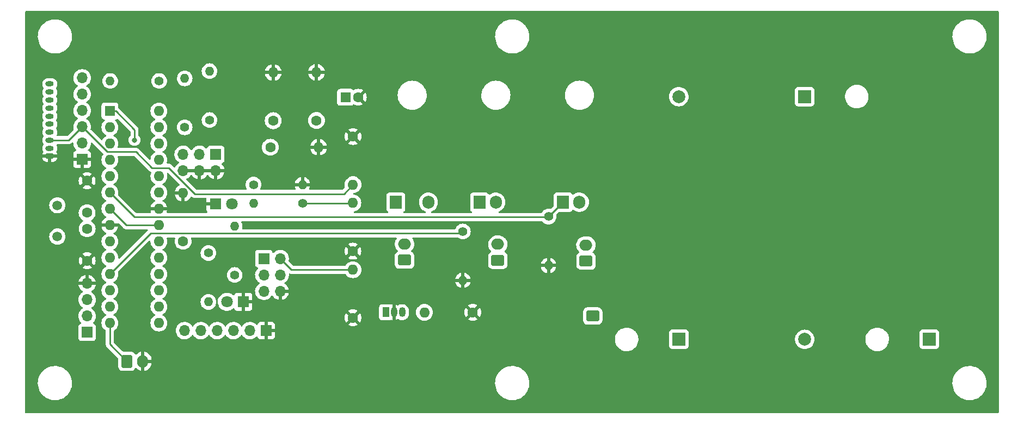
<source format=gbr>
%TF.GenerationSoftware,KiCad,Pcbnew,(6.0.7)*%
%TF.CreationDate,2022-10-24T19:11:12-05:00*%
%TF.ProjectId,cut down control board,63757420-646f-4776-9e20-636f6e74726f,1*%
%TF.SameCoordinates,Original*%
%TF.FileFunction,Copper,L2,Bot*%
%TF.FilePolarity,Positive*%
%FSLAX46Y46*%
G04 Gerber Fmt 4.6, Leading zero omitted, Abs format (unit mm)*
G04 Created by KiCad (PCBNEW (6.0.7)) date 2022-10-24 19:11:12*
%MOMM*%
%LPD*%
G01*
G04 APERTURE LIST*
G04 Aperture macros list*
%AMRoundRect*
0 Rectangle with rounded corners*
0 $1 Rounding radius*
0 $2 $3 $4 $5 $6 $7 $8 $9 X,Y pos of 4 corners*
0 Add a 4 corners polygon primitive as box body*
4,1,4,$2,$3,$4,$5,$6,$7,$8,$9,$2,$3,0*
0 Add four circle primitives for the rounded corners*
1,1,$1+$1,$2,$3*
1,1,$1+$1,$4,$5*
1,1,$1+$1,$6,$7*
1,1,$1+$1,$8,$9*
0 Add four rect primitives between the rounded corners*
20,1,$1+$1,$2,$3,$4,$5,0*
20,1,$1+$1,$4,$5,$6,$7,0*
20,1,$1+$1,$6,$7,$8,$9,0*
20,1,$1+$1,$8,$9,$2,$3,0*%
G04 Aperture macros list end*
%TA.AperFunction,ComponentPad*%
%ADD10C,1.400000*%
%TD*%
%TA.AperFunction,ComponentPad*%
%ADD11O,1.400000X1.400000*%
%TD*%
%TA.AperFunction,ComponentPad*%
%ADD12R,2.000000X2.000000*%
%TD*%
%TA.AperFunction,ComponentPad*%
%ADD13C,2.000000*%
%TD*%
%TA.AperFunction,ComponentPad*%
%ADD14R,1.700000X1.700000*%
%TD*%
%TA.AperFunction,ComponentPad*%
%ADD15O,1.700000X1.700000*%
%TD*%
%TA.AperFunction,ComponentPad*%
%ADD16RoundRect,0.250000X-0.750000X0.600000X-0.750000X-0.600000X0.750000X-0.600000X0.750000X0.600000X0*%
%TD*%
%TA.AperFunction,ComponentPad*%
%ADD17O,2.000000X1.700000*%
%TD*%
%TA.AperFunction,ComponentPad*%
%ADD18R,1.905000X2.000000*%
%TD*%
%TA.AperFunction,ComponentPad*%
%ADD19O,1.905000X2.000000*%
%TD*%
%TA.AperFunction,ComponentPad*%
%ADD20R,1.800000X1.800000*%
%TD*%
%TA.AperFunction,ComponentPad*%
%ADD21C,1.800000*%
%TD*%
%TA.AperFunction,ComponentPad*%
%ADD22RoundRect,0.200000X0.450000X-0.200000X0.450000X0.200000X-0.450000X0.200000X-0.450000X-0.200000X0*%
%TD*%
%TA.AperFunction,ComponentPad*%
%ADD23O,1.300000X0.800000*%
%TD*%
%TA.AperFunction,ComponentPad*%
%ADD24C,1.500000*%
%TD*%
%TA.AperFunction,ComponentPad*%
%ADD25C,1.600000*%
%TD*%
%TA.AperFunction,ComponentPad*%
%ADD26O,1.600000X1.600000*%
%TD*%
%TA.AperFunction,ComponentPad*%
%ADD27RoundRect,0.250000X0.750000X-0.600000X0.750000X0.600000X-0.750000X0.600000X-0.750000X-0.600000X0*%
%TD*%
%TA.AperFunction,ComponentPad*%
%ADD28RoundRect,0.250000X-0.600000X-0.750000X0.600000X-0.750000X0.600000X0.750000X-0.600000X0.750000X0*%
%TD*%
%TA.AperFunction,ComponentPad*%
%ADD29O,1.700000X2.000000*%
%TD*%
%TA.AperFunction,ComponentPad*%
%ADD30R,1.600000X1.600000*%
%TD*%
%TA.AperFunction,ComponentPad*%
%ADD31R,1.050000X1.500000*%
%TD*%
%TA.AperFunction,ComponentPad*%
%ADD32O,1.050000X1.500000*%
%TD*%
%TA.AperFunction,ViaPad*%
%ADD33C,0.800000*%
%TD*%
%TA.AperFunction,Conductor*%
%ADD34C,0.250000*%
%TD*%
G04 APERTURE END LIST*
D10*
%TO.P,R3,1*%
%TO.N,/CUTTER*%
X157480000Y-100330000D03*
D11*
%TO.P,R3,2*%
%TO.N,GND*%
X157480000Y-107950000D03*
%TD*%
D12*
%TO.P,BT2,1,+*%
%TO.N,Net-(BT1-Pad2)*%
X197320321Y-81646135D03*
D13*
%TO.P,BT2,2,-*%
%TO.N,Net-(BT2-Pad2)*%
X197320321Y-119446135D03*
%TD*%
D10*
%TO.P,R8,1*%
%TO.N,/SDA*%
X100906536Y-86428331D03*
D11*
%TO.P,R8,2*%
%TO.N,+3.3V*%
X100906536Y-78808331D03*
%TD*%
D14*
%TO.P,J12,1,Pin_1*%
%TO.N,/A0*%
X105732786Y-90634882D03*
D15*
%TO.P,J12,2,Pin_2*%
%TO.N,GND*%
X105732786Y-93174882D03*
%TO.P,J12,3,Pin_3*%
%TO.N,/A1*%
X103192786Y-90634882D03*
%TO.P,J12,4,Pin_4*%
%TO.N,GND*%
X103192786Y-93174882D03*
%TO.P,J12,5,Pin_5*%
%TO.N,/A2*%
X100652786Y-90634882D03*
%TO.P,J12,6,Pin_6*%
%TO.N,GND*%
X100652786Y-93174882D03*
%TD*%
D16*
%TO.P,J13,1,Pin_1*%
%TO.N,VDD*%
X164351910Y-115817579D03*
D17*
%TO.P,J13,2,Pin_2*%
%TO.N,GND*%
X164351910Y-118317579D03*
%TD*%
D18*
%TO.P,Q1,1,G*%
%TO.N,/LETDOWN_MOTOR*%
X146756792Y-98084236D03*
D19*
%TO.P,Q1,2,D*%
%TO.N,Net-(J2-Pad2)*%
X149296792Y-98084236D03*
%TO.P,Q1,3,S*%
%TO.N,GND*%
X151836792Y-98084236D03*
%TD*%
D20*
%TO.P,D2,1,K*%
%TO.N,GND*%
X110002106Y-113600256D03*
D21*
%TO.P,D2,2,A*%
%TO.N,Net-(D2-Pad2)*%
X107462106Y-113600256D03*
%TD*%
D22*
%TO.P,J10,1,Pin_1*%
%TO.N,GND*%
X79918775Y-90925291D03*
D23*
%TO.P,J10,2,Pin_2*%
%TO.N,/Li_Ion*%
X79918775Y-89675291D03*
%TO.P,J10,3,Pin_3*%
%TO.N,+5V*%
X79918775Y-88425291D03*
%TO.P,J10,4,Pin_4*%
%TO.N,/SLEEP*%
X79918775Y-87175291D03*
%TO.P,J10,5,Pin_5*%
%TO.N,/TX_SAT*%
X79918775Y-85925291D03*
%TO.P,J10,6,Pin_6*%
%TO.N,/RING*%
X79918775Y-84675291D03*
%TO.P,J10,7,Pin_7*%
%TO.N,/NetAv*%
X79918775Y-83425291D03*
%TO.P,J10,8,Pin_8*%
%TO.N,/RTS*%
X79918775Y-82175291D03*
%TO.P,J10,9,Pin_9*%
%TO.N,/CTS*%
X79918775Y-80925291D03*
%TO.P,J10,10,Pin_10*%
%TO.N,/RX_SAT*%
X79918775Y-79675291D03*
%TD*%
D24*
%TO.P,Y1,1,1*%
%TO.N,Net-(C2-Pad1)*%
X81096511Y-103442179D03*
%TO.P,Y1,2,2*%
%TO.N,Net-(C1-Pad1)*%
X81096511Y-98562179D03*
%TD*%
D10*
%TO.P,R2,1*%
%TO.N,/LETDOWN_MOTOR*%
X144160064Y-102640581D03*
D11*
%TO.P,R2,2*%
%TO.N,GND*%
X144160064Y-110260581D03*
%TD*%
D10*
%TO.P,R4,1*%
%TO.N,+9V*%
X119222067Y-98255138D03*
D11*
%TO.P,R4,2*%
%TO.N,/BATT_SENSE*%
X111602067Y-98255138D03*
%TD*%
D18*
%TO.P,U6,1,IN*%
%TO.N,+9V*%
X133729860Y-98084236D03*
D19*
%TO.P,U6,2,GND*%
%TO.N,GND*%
X136269860Y-98084236D03*
%TO.P,U6,3,OUT*%
%TO.N,+5V*%
X138809860Y-98084236D03*
%TD*%
D18*
%TO.P,Q2,1,G*%
%TO.N,/CUTTER*%
X159753733Y-98084236D03*
D19*
%TO.P,Q2,2,D*%
%TO.N,Net-(J1-Pad2)*%
X162293733Y-98084236D03*
%TO.P,Q2,3,S*%
%TO.N,GND*%
X164833733Y-98084236D03*
%TD*%
D25*
%TO.P,C11,1*%
%TO.N,+3.3V*%
X121393898Y-85359449D03*
D26*
%TO.P,C11,2*%
%TO.N,GND*%
X121393898Y-77859449D03*
%TD*%
D10*
%TO.P,R7,1*%
%TO.N,/MISO*%
X104583740Y-106007343D03*
D11*
%TO.P,R7,2*%
%TO.N,Net-(D2-Pad2)*%
X104583740Y-113627343D03*
%TD*%
D12*
%TO.P,BT1,1,+*%
%TO.N,VDD*%
X177745321Y-119449214D03*
D13*
%TO.P,BT1,2,-*%
%TO.N,Net-(BT1-Pad2)*%
X177745321Y-81649214D03*
%TD*%
D25*
%TO.P,C8,1*%
%TO.N,GND*%
X127057289Y-116106123D03*
D26*
%TO.P,C8,2*%
%TO.N,+3.3V*%
X127057289Y-108606123D03*
%TD*%
D14*
%TO.P,J5,1,Pin_1*%
%TO.N,GND*%
X84939322Y-91419507D03*
D15*
%TO.P,J5,2,Pin_2*%
%TO.N,/SLEEP*%
X84939322Y-88879507D03*
%TO.P,J5,3,Pin_3*%
%TO.N,+5V*%
X84939322Y-86339507D03*
%TO.P,J5,4,Pin_4*%
%TO.N,/TX_SAT*%
X84939322Y-83799507D03*
%TO.P,J5,5,Pin_5*%
%TO.N,/RX_SAT*%
X84939322Y-81259507D03*
%TO.P,J5,6,Pin_6*%
%TO.N,/RING*%
X84939322Y-78719507D03*
%TD*%
D25*
%TO.P,C4,1*%
%TO.N,+3.3V*%
X100643868Y-104171999D03*
D26*
%TO.P,C4,2*%
%TO.N,GND*%
X100643868Y-96671999D03*
%TD*%
D27*
%TO.P,J2,1,Pin_1*%
%TO.N,VDD*%
X149599954Y-107139221D03*
D17*
%TO.P,J2,2,Pin_2*%
%TO.N,Net-(J2-Pad2)*%
X149599954Y-104639221D03*
%TD*%
D10*
%TO.P,R1,1*%
%TO.N,+3.3V*%
X96929929Y-79207440D03*
D11*
%TO.P,R1,2*%
%TO.N,/RESET*%
X89309929Y-79207440D03*
%TD*%
D25*
%TO.P,C7,1*%
%TO.N,GND*%
X127051201Y-105713583D03*
D26*
%TO.P,C7,2*%
%TO.N,+9V*%
X127051201Y-98213583D03*
%TD*%
D14*
%TO.P,J3,1,MISO*%
%TO.N,/MISO*%
X113199183Y-106878859D03*
D15*
%TO.P,J3,2,VCC*%
%TO.N,+3.3V*%
X115739183Y-106878859D03*
%TO.P,J3,3,SCK*%
%TO.N,/SCK*%
X113199183Y-109418859D03*
%TO.P,J3,4,MOSI*%
%TO.N,/MOSI*%
X115739183Y-109418859D03*
%TO.P,J3,5,~{RST}*%
%TO.N,/RESET*%
X113199183Y-111958859D03*
%TO.P,J3,6,GND*%
%TO.N,GND*%
X115739183Y-111958859D03*
%TD*%
D28*
%TO.P,J14,1,Pin_1*%
%TO.N,Net-(J14-Pad1)*%
X91894742Y-122862781D03*
D29*
%TO.P,J14,2,Pin_2*%
%TO.N,GND*%
X94394742Y-122862781D03*
%TD*%
D10*
%TO.P,R5,1*%
%TO.N,/BATT_SENSE*%
X111588612Y-95345355D03*
D11*
%TO.P,R5,2*%
%TO.N,GND*%
X119208612Y-95345355D03*
%TD*%
D20*
%TO.P,D1,1,K*%
%TO.N,GND*%
X105702793Y-98331455D03*
D21*
%TO.P,D1,2,A*%
%TO.N,Net-(D1-Pad2)*%
X108242793Y-98331455D03*
%TD*%
D30*
%TO.P,U1,1,~{RESET}/PC6*%
%TO.N,/RESET*%
X89265786Y-83885901D03*
D26*
%TO.P,U1,2,PD0*%
%TO.N,/RX_SAT*%
X89265786Y-86425901D03*
%TO.P,U1,3,PD1*%
%TO.N,/TX_SAT*%
X89265786Y-88965901D03*
%TO.P,U1,4,PD2*%
%TO.N,/RING*%
X89265786Y-91505901D03*
%TO.P,U1,5,PD3*%
%TO.N,/SLEEP*%
X89265786Y-94045901D03*
%TO.P,U1,6,PD4*%
%TO.N,/CUTTER*%
X89265786Y-96585901D03*
%TO.P,U1,7,VCC*%
%TO.N,+3.3V*%
X89265786Y-99125901D03*
%TO.P,U1,8,GND*%
%TO.N,GND*%
X89265786Y-101665901D03*
%TO.P,U1,9,XTAL1/PB6*%
%TO.N,Net-(C1-Pad1)*%
X89265786Y-104205901D03*
%TO.P,U1,10,XTAL2/PB7*%
%TO.N,Net-(C2-Pad1)*%
X89265786Y-106745901D03*
%TO.P,U1,11,PD5*%
%TO.N,/LETDOWN_MOTOR*%
X89265786Y-109285901D03*
%TO.P,U1,12,PD6*%
%TO.N,/RX_GPS*%
X89265786Y-111825901D03*
%TO.P,U1,13,PD7*%
%TO.N,/TX_GPS*%
X89265786Y-114365901D03*
%TO.P,U1,14,PB0*%
%TO.N,Net-(J14-Pad1)*%
X89265786Y-116905901D03*
%TO.P,U1,15,PB1*%
%TO.N,/TX_DBG*%
X96885786Y-116905901D03*
%TO.P,U1,16,PB2*%
%TO.N,/RX_DBG*%
X96885786Y-114365901D03*
%TO.P,U1,17,PB3*%
%TO.N,/MOSI*%
X96885786Y-111825901D03*
%TO.P,U1,18,PB4*%
%TO.N,/MISO*%
X96885786Y-109285901D03*
%TO.P,U1,19,PB5*%
%TO.N,/SCK*%
X96885786Y-106745901D03*
%TO.P,U1,20,AVCC*%
%TO.N,+3.3V*%
X96885786Y-104205901D03*
%TO.P,U1,21,AREF*%
X96885786Y-101665901D03*
%TO.P,U1,22,GND*%
%TO.N,GND*%
X96885786Y-99125901D03*
%TO.P,U1,23,PC0*%
%TO.N,/A0*%
X96885786Y-96585901D03*
%TO.P,U1,24,PC1*%
%TO.N,/A1*%
X96885786Y-94045901D03*
%TO.P,U1,25,PC2*%
%TO.N,/A2*%
X96885786Y-91505901D03*
%TO.P,U1,26,PC3*%
%TO.N,/BATT_SENSE*%
X96885786Y-88965901D03*
%TO.P,U1,27,PC4*%
%TO.N,/SDA*%
X96885786Y-86425901D03*
%TO.P,U1,28,PC5*%
%TO.N,/SCL*%
X96885786Y-83885901D03*
%TD*%
D30*
%TO.P,C12,1*%
%TO.N,+3.3V*%
X125899567Y-81745985D03*
D25*
%TO.P,C12,2*%
%TO.N,GND*%
X127899567Y-81745985D03*
%TD*%
D10*
%TO.P,R9,1*%
%TO.N,/SCL*%
X104754698Y-85292712D03*
D11*
%TO.P,R9,2*%
%TO.N,+3.3V*%
X104754698Y-77672712D03*
%TD*%
D25*
%TO.P,C10,1*%
%TO.N,+3.3V*%
X114669528Y-85393583D03*
D26*
%TO.P,C10,2*%
%TO.N,GND*%
X114669528Y-77893583D03*
%TD*%
D27*
%TO.P,J1,1,Pin_1*%
%TO.N,VDD*%
X163301910Y-107261022D03*
D17*
%TO.P,J1,2,Pin_2*%
%TO.N,Net-(J1-Pad2)*%
X163301910Y-104761022D03*
%TD*%
D25*
%TO.P,C6,1*%
%TO.N,GND*%
X145688228Y-115245921D03*
D26*
%TO.P,C6,2*%
%TO.N,+9V*%
X138188228Y-115245921D03*
%TD*%
D14*
%TO.P,J7,1,Pin_1*%
%TO.N,GND*%
X113568711Y-118091831D03*
D15*
%TO.P,J7,2,Pin_2*%
%TO.N,unconnected-(J7-Pad2)*%
X111028711Y-118091831D03*
%TO.P,J7,3,Pin_3*%
%TO.N,unconnected-(J7-Pad3)*%
X108488711Y-118091831D03*
%TO.P,J7,4,Pin_4*%
%TO.N,/RX_DBG*%
X105948711Y-118091831D03*
%TO.P,J7,5,Pin_5*%
%TO.N,/TX_DBG*%
X103408711Y-118091831D03*
%TO.P,J7,6,Pin_6*%
%TO.N,unconnected-(J7-Pad6)*%
X100868711Y-118091831D03*
%TD*%
D14*
%TO.P,J6,1,Pin_1*%
%TO.N,/+VGPS*%
X85723634Y-118361868D03*
D15*
%TO.P,J6,2,Pin_2*%
%TO.N,/TX_GPS*%
X85723634Y-115821868D03*
%TO.P,J6,3,Pin_3*%
%TO.N,/RX_GPS*%
X85723634Y-113281868D03*
%TO.P,J6,4,Pin_4*%
%TO.N,GND*%
X85723634Y-110741868D03*
%TD*%
D25*
%TO.P,C5,1*%
%TO.N,Net-(C5-Pad1)*%
X114213445Y-89528504D03*
D26*
%TO.P,C5,2*%
%TO.N,GND*%
X121713445Y-89528504D03*
%TD*%
D27*
%TO.P,SW1,1,A*%
%TO.N,VDD*%
X135088573Y-107098140D03*
D17*
%TO.P,SW1,2,B*%
%TO.N,+9V*%
X135088573Y-104598140D03*
%TD*%
D10*
%TO.P,R6,1*%
%TO.N,/SCK*%
X108667914Y-109423317D03*
D11*
%TO.P,R6,2*%
%TO.N,Net-(D1-Pad2)*%
X108667914Y-101803317D03*
%TD*%
D25*
%TO.P,C9,1*%
%TO.N,GND*%
X127078479Y-87859444D03*
D26*
%TO.P,C9,2*%
%TO.N,+5V*%
X127078479Y-95359444D03*
%TD*%
D12*
%TO.P,BT3,1,+*%
%TO.N,Net-(BT2-Pad2)*%
X216707754Y-119449214D03*
D13*
%TO.P,BT3,2,-*%
%TO.N,GND*%
X216707754Y-81649214D03*
%TD*%
D25*
%TO.P,C2,1*%
%TO.N,Net-(C2-Pad1)*%
X85727964Y-102210807D03*
%TO.P,C2,2*%
%TO.N,GND*%
X85727964Y-107210807D03*
%TD*%
D31*
%TO.P,U5,1,VO*%
%TO.N,+3.3V*%
X132173484Y-115228470D03*
D32*
%TO.P,U5,2,GND*%
%TO.N,GND*%
X133443484Y-115228470D03*
%TO.P,U5,3,VI*%
%TO.N,+9V*%
X134713484Y-115228470D03*
%TD*%
D25*
%TO.P,C1,1*%
%TO.N,Net-(C1-Pad1)*%
X85716431Y-99738479D03*
%TO.P,C1,2*%
%TO.N,GND*%
X85716431Y-94738479D03*
%TD*%
D33*
%TO.N,/RESET*%
X93086191Y-88418770D03*
%TD*%
D34*
%TO.N,+9V*%
X127009646Y-98255138D02*
X127051201Y-98213583D01*
X119222067Y-98255138D02*
X127009646Y-98255138D01*
%TO.N,/RESET*%
X93084491Y-86804246D02*
X93084491Y-88417070D01*
X89265786Y-83885901D02*
X90166146Y-83885901D01*
X93084491Y-88417070D02*
X93086191Y-88418770D01*
X90166146Y-83885901D02*
X93084491Y-86804246D01*
%TO.N,/CUTTER*%
X157440177Y-100388248D02*
X159744189Y-98084236D01*
X93068133Y-100388248D02*
X157440177Y-100388248D01*
X159744189Y-98084236D02*
X159753733Y-98084236D01*
X89265786Y-96585901D02*
X93068133Y-100388248D01*
%TO.N,/LETDOWN_MOTOR*%
X95614777Y-102936910D02*
X143863735Y-102936910D01*
X89265786Y-109285901D02*
X95614777Y-102936910D01*
X143863735Y-102936910D02*
X144160064Y-102640581D01*
%TO.N,+3.3V*%
X115739183Y-106878859D02*
X117466447Y-108606123D01*
X93541478Y-101665901D02*
X96885786Y-101665901D01*
X91802464Y-101662579D02*
X93538156Y-101662579D01*
X93538156Y-101662579D02*
X93541478Y-101665901D01*
X117466447Y-108606123D02*
X127057289Y-108606123D01*
X89265786Y-99125901D02*
X91802464Y-101662579D01*
%TO.N,Net-(J14-Pad1)*%
X89265786Y-116905901D02*
X89265786Y-120233825D01*
X89265786Y-120233825D02*
X91894742Y-122862781D01*
%TO.N,+5V*%
X79868500Y-88403506D02*
X82875323Y-88403506D01*
X98422579Y-92737087D02*
X102472618Y-96787126D01*
X88842422Y-90242607D02*
X93299792Y-90242607D01*
X82875323Y-88403506D02*
X84939322Y-86339507D01*
X102472618Y-96787126D02*
X125650797Y-96787126D01*
X84939322Y-86339507D02*
X88842422Y-90242607D01*
X93299792Y-90242607D02*
X95794272Y-92737087D01*
X125650797Y-96787126D02*
X127078479Y-95359444D01*
X95794272Y-92737087D02*
X98422579Y-92737087D01*
%TD*%
%TA.AperFunction,Conductor*%
%TO.N,GND*%
G36*
X227437654Y-68318881D02*
G01*
X227484147Y-68372537D01*
X227495533Y-68424879D01*
X227495533Y-130814301D01*
X227475531Y-130882422D01*
X227421875Y-130928915D01*
X227369533Y-130940301D01*
X76215689Y-130940301D01*
X76147568Y-130920299D01*
X76101075Y-130866643D01*
X76089689Y-130814301D01*
X76089689Y-126312608D01*
X78053646Y-126312608D01*
X78053948Y-126316443D01*
X78071900Y-126544540D01*
X78079162Y-126636818D01*
X78143998Y-126955501D01*
X78247190Y-127263907D01*
X78387197Y-127557439D01*
X78561933Y-127831720D01*
X78564376Y-127834683D01*
X78564377Y-127834685D01*
X78714100Y-128016313D01*
X78768793Y-128082661D01*
X79004694Y-128306522D01*
X79266118Y-128499966D01*
X79407643Y-128580037D01*
X79545811Y-128658209D01*
X79545815Y-128658211D01*
X79549168Y-128660108D01*
X79849624Y-128784561D01*
X79953080Y-128813252D01*
X80159292Y-128870440D01*
X80159300Y-128870442D01*
X80163008Y-128871470D01*
X80484648Y-128919539D01*
X80487946Y-128919683D01*
X80599710Y-128924563D01*
X80599714Y-128924563D01*
X80601086Y-128924623D01*
X80799390Y-128924623D01*
X81041397Y-128909821D01*
X81045180Y-128909120D01*
X81045187Y-128909119D01*
X81245251Y-128872039D01*
X81361164Y-128850556D01*
X81570474Y-128784561D01*
X81667652Y-128753921D01*
X81667655Y-128753920D01*
X81671324Y-128752763D01*
X81674821Y-128751169D01*
X81674827Y-128751167D01*
X81963746Y-128619499D01*
X81963750Y-128619497D01*
X81967254Y-128617900D01*
X82244543Y-128447977D01*
X82247547Y-128445587D01*
X82247552Y-128445584D01*
X82371800Y-128346752D01*
X82499056Y-128245528D01*
X82501750Y-128242787D01*
X82501754Y-128242783D01*
X82724305Y-128016313D01*
X82724309Y-128016308D01*
X82727000Y-128013570D01*
X82924977Y-127755562D01*
X83090034Y-127475350D01*
X83219712Y-127177111D01*
X83312077Y-126865292D01*
X83365753Y-126544540D01*
X83375879Y-126312608D01*
X149173646Y-126312608D01*
X149173948Y-126316443D01*
X149191900Y-126544540D01*
X149199162Y-126636818D01*
X149263998Y-126955501D01*
X149367190Y-127263907D01*
X149507197Y-127557439D01*
X149681933Y-127831720D01*
X149684376Y-127834683D01*
X149684377Y-127834685D01*
X149834100Y-128016313D01*
X149888793Y-128082661D01*
X150124694Y-128306522D01*
X150386118Y-128499966D01*
X150527643Y-128580037D01*
X150665811Y-128658209D01*
X150665815Y-128658211D01*
X150669168Y-128660108D01*
X150969624Y-128784561D01*
X151073080Y-128813252D01*
X151279292Y-128870440D01*
X151279300Y-128870442D01*
X151283008Y-128871470D01*
X151604648Y-128919539D01*
X151607946Y-128919683D01*
X151719710Y-128924563D01*
X151719714Y-128924563D01*
X151721086Y-128924623D01*
X151919390Y-128924623D01*
X152161397Y-128909821D01*
X152165180Y-128909120D01*
X152165187Y-128909119D01*
X152365251Y-128872039D01*
X152481164Y-128850556D01*
X152690474Y-128784561D01*
X152787652Y-128753921D01*
X152787655Y-128753920D01*
X152791324Y-128752763D01*
X152794821Y-128751169D01*
X152794827Y-128751167D01*
X153083746Y-128619499D01*
X153083750Y-128619497D01*
X153087254Y-128617900D01*
X153364543Y-128447977D01*
X153367547Y-128445587D01*
X153367552Y-128445584D01*
X153491799Y-128346753D01*
X153619056Y-128245528D01*
X153621750Y-128242787D01*
X153621754Y-128242783D01*
X153844305Y-128016313D01*
X153844309Y-128016308D01*
X153847000Y-128013570D01*
X154044977Y-127755562D01*
X154210034Y-127475350D01*
X154339712Y-127177111D01*
X154432077Y-126865292D01*
X154485753Y-126544540D01*
X154495879Y-126312608D01*
X220293646Y-126312608D01*
X220293948Y-126316443D01*
X220311900Y-126544540D01*
X220319162Y-126636818D01*
X220383998Y-126955501D01*
X220487190Y-127263907D01*
X220627197Y-127557439D01*
X220801933Y-127831720D01*
X220804376Y-127834683D01*
X220804377Y-127834685D01*
X220954100Y-128016313D01*
X221008793Y-128082661D01*
X221244694Y-128306522D01*
X221506118Y-128499966D01*
X221647643Y-128580037D01*
X221785811Y-128658209D01*
X221785815Y-128658211D01*
X221789168Y-128660108D01*
X222089624Y-128784561D01*
X222193080Y-128813252D01*
X222399292Y-128870440D01*
X222399300Y-128870442D01*
X222403008Y-128871470D01*
X222724648Y-128919539D01*
X222727946Y-128919683D01*
X222839710Y-128924563D01*
X222839714Y-128924563D01*
X222841086Y-128924623D01*
X223039390Y-128924623D01*
X223281397Y-128909821D01*
X223285180Y-128909120D01*
X223285187Y-128909119D01*
X223485251Y-128872039D01*
X223601164Y-128850556D01*
X223810474Y-128784561D01*
X223907652Y-128753921D01*
X223907655Y-128753920D01*
X223911324Y-128752763D01*
X223914821Y-128751169D01*
X223914827Y-128751167D01*
X224203746Y-128619499D01*
X224203750Y-128619497D01*
X224207254Y-128617900D01*
X224484543Y-128447977D01*
X224487547Y-128445587D01*
X224487552Y-128445584D01*
X224611799Y-128346753D01*
X224739056Y-128245528D01*
X224741750Y-128242787D01*
X224741754Y-128242783D01*
X224964305Y-128016313D01*
X224964309Y-128016308D01*
X224967000Y-128013570D01*
X225164977Y-127755562D01*
X225330034Y-127475350D01*
X225459712Y-127177111D01*
X225552077Y-126865292D01*
X225605753Y-126544540D01*
X225619938Y-126219638D01*
X225607180Y-126057533D01*
X225594724Y-125899263D01*
X225594724Y-125899260D01*
X225594422Y-125895428D01*
X225529586Y-125576745D01*
X225426394Y-125268339D01*
X225286387Y-124974807D01*
X225111651Y-124700526D01*
X224964262Y-124521729D01*
X224907234Y-124452548D01*
X224907230Y-124452543D01*
X224904791Y-124449585D01*
X224668890Y-124225724D01*
X224407466Y-124032280D01*
X224249588Y-123942957D01*
X224127773Y-123874037D01*
X224127769Y-123874035D01*
X224124416Y-123872138D01*
X223823960Y-123747685D01*
X223720504Y-123718994D01*
X223514292Y-123661806D01*
X223514284Y-123661804D01*
X223510576Y-123660776D01*
X223188936Y-123612707D01*
X223185638Y-123612563D01*
X223073874Y-123607683D01*
X223073870Y-123607683D01*
X223072498Y-123607623D01*
X222874194Y-123607623D01*
X222632187Y-123622425D01*
X222628404Y-123623126D01*
X222628397Y-123623127D01*
X222472303Y-123652058D01*
X222312420Y-123681690D01*
X222127850Y-123739885D01*
X222005932Y-123778325D01*
X222005929Y-123778326D01*
X222002260Y-123779483D01*
X221998763Y-123781077D01*
X221998757Y-123781079D01*
X221709838Y-123912747D01*
X221709834Y-123912749D01*
X221706330Y-123914346D01*
X221703051Y-123916356D01*
X221703048Y-123916357D01*
X221506631Y-124036722D01*
X221429041Y-124084269D01*
X221426037Y-124086659D01*
X221426032Y-124086662D01*
X221388188Y-124116765D01*
X221174528Y-124286718D01*
X221171834Y-124289459D01*
X221171830Y-124289463D01*
X220949279Y-124515933D01*
X220949275Y-124515938D01*
X220946584Y-124518676D01*
X220748607Y-124776684D01*
X220583550Y-125056896D01*
X220453872Y-125355135D01*
X220361507Y-125666954D01*
X220307831Y-125987706D01*
X220293646Y-126312608D01*
X154495879Y-126312608D01*
X154499938Y-126219638D01*
X154487180Y-126057533D01*
X154474724Y-125899263D01*
X154474724Y-125899260D01*
X154474422Y-125895428D01*
X154409586Y-125576745D01*
X154306394Y-125268339D01*
X154166387Y-124974807D01*
X153991651Y-124700526D01*
X153844262Y-124521729D01*
X153787234Y-124452548D01*
X153787230Y-124452543D01*
X153784791Y-124449585D01*
X153548890Y-124225724D01*
X153287466Y-124032280D01*
X153129588Y-123942957D01*
X153007773Y-123874037D01*
X153007769Y-123874035D01*
X153004416Y-123872138D01*
X152703960Y-123747685D01*
X152600504Y-123718994D01*
X152394292Y-123661806D01*
X152394284Y-123661804D01*
X152390576Y-123660776D01*
X152068936Y-123612707D01*
X152065638Y-123612563D01*
X151953874Y-123607683D01*
X151953870Y-123607683D01*
X151952498Y-123607623D01*
X151754194Y-123607623D01*
X151512187Y-123622425D01*
X151508404Y-123623126D01*
X151508397Y-123623127D01*
X151352303Y-123652058D01*
X151192420Y-123681690D01*
X151007850Y-123739885D01*
X150885932Y-123778325D01*
X150885929Y-123778326D01*
X150882260Y-123779483D01*
X150878763Y-123781077D01*
X150878757Y-123781079D01*
X150589838Y-123912747D01*
X150589834Y-123912749D01*
X150586330Y-123914346D01*
X150583051Y-123916356D01*
X150583048Y-123916357D01*
X150386631Y-124036722D01*
X150309041Y-124084269D01*
X150306037Y-124086659D01*
X150306032Y-124086662D01*
X150268188Y-124116765D01*
X150054528Y-124286718D01*
X150051834Y-124289459D01*
X150051830Y-124289463D01*
X149829279Y-124515933D01*
X149829275Y-124515938D01*
X149826584Y-124518676D01*
X149628607Y-124776684D01*
X149463550Y-125056896D01*
X149333872Y-125355135D01*
X149241507Y-125666954D01*
X149187831Y-125987706D01*
X149173646Y-126312608D01*
X83375879Y-126312608D01*
X83379938Y-126219638D01*
X83367180Y-126057533D01*
X83354724Y-125899263D01*
X83354724Y-125899260D01*
X83354422Y-125895428D01*
X83289586Y-125576745D01*
X83186394Y-125268339D01*
X83046387Y-124974807D01*
X82871651Y-124700526D01*
X82724262Y-124521729D01*
X82667234Y-124452548D01*
X82667230Y-124452543D01*
X82664791Y-124449585D01*
X82428890Y-124225724D01*
X82167466Y-124032280D01*
X82009588Y-123942957D01*
X81887773Y-123874037D01*
X81887769Y-123874035D01*
X81884416Y-123872138D01*
X81583960Y-123747685D01*
X81480504Y-123718994D01*
X81274292Y-123661806D01*
X81274284Y-123661804D01*
X81270576Y-123660776D01*
X80948936Y-123612707D01*
X80945638Y-123612563D01*
X80833874Y-123607683D01*
X80833870Y-123607683D01*
X80832498Y-123607623D01*
X80634194Y-123607623D01*
X80392187Y-123622425D01*
X80388404Y-123623126D01*
X80388397Y-123623127D01*
X80232303Y-123652058D01*
X80072420Y-123681690D01*
X79887850Y-123739885D01*
X79765932Y-123778325D01*
X79765929Y-123778326D01*
X79762260Y-123779483D01*
X79758763Y-123781077D01*
X79758757Y-123781079D01*
X79469838Y-123912747D01*
X79469834Y-123912749D01*
X79466330Y-123914346D01*
X79463051Y-123916356D01*
X79463048Y-123916357D01*
X79266631Y-124036722D01*
X79189041Y-124084269D01*
X79186037Y-124086659D01*
X79186032Y-124086662D01*
X79148188Y-124116765D01*
X78934528Y-124286718D01*
X78931834Y-124289459D01*
X78931830Y-124289463D01*
X78709279Y-124515933D01*
X78709275Y-124515938D01*
X78706584Y-124518676D01*
X78508607Y-124776684D01*
X78343550Y-125056896D01*
X78213872Y-125355135D01*
X78121507Y-125666954D01*
X78067831Y-125987706D01*
X78053646Y-126312608D01*
X76089689Y-126312608D01*
X76089689Y-115788563D01*
X84360885Y-115788563D01*
X84361182Y-115793716D01*
X84361182Y-115793719D01*
X84366645Y-115888458D01*
X84373744Y-116011583D01*
X84374881Y-116016629D01*
X84374882Y-116016635D01*
X84381254Y-116044907D01*
X84422856Y-116229507D01*
X84460768Y-116322873D01*
X84503896Y-116429085D01*
X84506900Y-116436484D01*
X84540887Y-116491946D01*
X84570300Y-116539943D01*
X84623621Y-116626956D01*
X84769884Y-116795806D01*
X84773864Y-116799110D01*
X84778615Y-116803055D01*
X84818250Y-116861958D01*
X84819747Y-116932939D01*
X84782631Y-116993461D01*
X84742359Y-117017980D01*
X84735037Y-117020725D01*
X84626929Y-117061253D01*
X84510373Y-117148607D01*
X84423019Y-117265163D01*
X84371889Y-117401552D01*
X84365134Y-117463734D01*
X84365134Y-119260002D01*
X84371889Y-119322184D01*
X84423019Y-119458573D01*
X84510373Y-119575129D01*
X84626929Y-119662483D01*
X84763318Y-119713613D01*
X84825500Y-119720368D01*
X86621768Y-119720368D01*
X86683950Y-119713613D01*
X86820339Y-119662483D01*
X86936895Y-119575129D01*
X87024249Y-119458573D01*
X87075379Y-119322184D01*
X87082134Y-119260002D01*
X87082134Y-117463734D01*
X87075379Y-117401552D01*
X87024249Y-117265163D01*
X86936895Y-117148607D01*
X86820339Y-117061253D01*
X86807766Y-117056540D01*
X86701837Y-117016828D01*
X86645073Y-116974186D01*
X86620373Y-116907624D01*
X86635581Y-116838276D01*
X86657127Y-116809595D01*
X86714977Y-116751947D01*
X86761730Y-116705357D01*
X86821228Y-116622557D01*
X86889069Y-116528145D01*
X86892087Y-116523945D01*
X86910544Y-116486601D01*
X86988770Y-116328321D01*
X86988771Y-116328319D01*
X86991064Y-116323679D01*
X87056004Y-116109937D01*
X87085163Y-115888458D01*
X87085545Y-115872811D01*
X87086708Y-115825233D01*
X87086708Y-115825229D01*
X87086790Y-115821868D01*
X87068486Y-115599229D01*
X87014065Y-115382570D01*
X86924988Y-115177708D01*
X86803648Y-114990145D01*
X86653304Y-114824919D01*
X86649253Y-114821720D01*
X86649249Y-114821716D01*
X86482048Y-114689668D01*
X86482044Y-114689666D01*
X86477993Y-114686466D01*
X86436687Y-114663664D01*
X86386718Y-114613232D01*
X86371946Y-114543789D01*
X86397062Y-114477384D01*
X86424414Y-114450777D01*
X86493328Y-114401621D01*
X86603494Y-114323041D01*
X86609908Y-114316650D01*
X86694145Y-114232706D01*
X86761730Y-114165357D01*
X86780251Y-114139583D01*
X86889069Y-113988145D01*
X86892087Y-113983945D01*
X86895656Y-113976725D01*
X86988770Y-113788321D01*
X86988771Y-113788319D01*
X86991064Y-113783679D01*
X87056004Y-113569937D01*
X87085163Y-113348458D01*
X87085360Y-113340391D01*
X87086708Y-113285233D01*
X87086708Y-113285229D01*
X87086790Y-113281868D01*
X87068486Y-113059229D01*
X87014065Y-112842570D01*
X86924988Y-112637708D01*
X86878995Y-112566614D01*
X86806456Y-112454485D01*
X86806454Y-112454482D01*
X86803648Y-112450145D01*
X86653304Y-112284919D01*
X86649253Y-112281720D01*
X86649249Y-112281716D01*
X86482048Y-112149668D01*
X86482044Y-112149666D01*
X86477993Y-112146466D01*
X86436203Y-112123397D01*
X86386232Y-112072965D01*
X86371460Y-112003522D01*
X86396576Y-111937116D01*
X86423928Y-111910509D01*
X86598962Y-111785660D01*
X86606834Y-111779007D01*
X86757686Y-111628680D01*
X86764364Y-111620833D01*
X86888637Y-111447888D01*
X86893947Y-111439051D01*
X86988304Y-111248135D01*
X86992103Y-111238540D01*
X87054011Y-111034778D01*
X87056189Y-111024705D01*
X87057620Y-111013830D01*
X87055409Y-110999646D01*
X87042251Y-110995868D01*
X84406859Y-110995868D01*
X84393328Y-110999841D01*
X84391891Y-111009834D01*
X84422199Y-111144314D01*
X84425279Y-111154143D01*
X84505404Y-111351471D01*
X84510047Y-111360662D01*
X84621328Y-111542256D01*
X84627411Y-111550567D01*
X84766847Y-111711535D01*
X84774214Y-111718751D01*
X84938068Y-111854784D01*
X84946515Y-111860699D01*
X85015603Y-111901071D01*
X85064327Y-111952710D01*
X85077398Y-112022493D01*
X85050667Y-112088264D01*
X85010218Y-112121620D01*
X84997241Y-112128375D01*
X84993108Y-112131478D01*
X84993105Y-112131480D01*
X84832895Y-112251769D01*
X84818599Y-112262503D01*
X84664263Y-112424006D01*
X84661349Y-112428278D01*
X84661348Y-112428279D01*
X84638207Y-112462202D01*
X84538377Y-112608548D01*
X84444322Y-112811173D01*
X84384623Y-113026438D01*
X84360885Y-113248563D01*
X84361182Y-113253716D01*
X84361182Y-113253719D01*
X84370272Y-113411373D01*
X84373744Y-113471583D01*
X84374881Y-113476629D01*
X84374882Y-113476635D01*
X84384138Y-113517704D01*
X84422856Y-113689507D01*
X84506900Y-113896484D01*
X84551932Y-113969970D01*
X84600389Y-114049044D01*
X84623621Y-114086956D01*
X84769884Y-114255806D01*
X84941760Y-114398500D01*
X84990428Y-114426939D01*
X85015079Y-114441344D01*
X85063803Y-114492982D01*
X85076874Y-114562765D01*
X85050143Y-114628537D01*
X85009689Y-114661895D01*
X84997241Y-114668375D01*
X84993108Y-114671478D01*
X84993105Y-114671480D01*
X84826357Y-114796678D01*
X84818599Y-114802503D01*
X84664263Y-114964006D01*
X84661349Y-114968278D01*
X84661348Y-114968279D01*
X84617501Y-115032557D01*
X84538377Y-115148548D01*
X84444322Y-115351173D01*
X84384623Y-115566438D01*
X84360885Y-115788563D01*
X76089689Y-115788563D01*
X76089689Y-110476051D01*
X84388023Y-110476051D01*
X84389546Y-110484475D01*
X84401926Y-110487868D01*
X85451519Y-110487868D01*
X85466758Y-110483393D01*
X85467963Y-110482003D01*
X85469634Y-110474320D01*
X85469634Y-110469753D01*
X85977634Y-110469753D01*
X85982109Y-110484992D01*
X85983499Y-110486197D01*
X85991182Y-110487868D01*
X87041978Y-110487868D01*
X87055509Y-110483895D01*
X87056814Y-110474815D01*
X87014848Y-110307743D01*
X87011528Y-110297992D01*
X86926606Y-110102682D01*
X86921739Y-110093607D01*
X86806060Y-109914794D01*
X86799770Y-109906625D01*
X86656440Y-109749108D01*
X86648907Y-109742083D01*
X86481773Y-109610090D01*
X86473186Y-109604385D01*
X86286751Y-109501467D01*
X86277339Y-109497237D01*
X86076593Y-109426148D01*
X86066622Y-109423514D01*
X85995471Y-109410840D01*
X85982174Y-109412300D01*
X85977634Y-109426857D01*
X85977634Y-110469753D01*
X85469634Y-110469753D01*
X85469634Y-109424970D01*
X85465716Y-109411626D01*
X85451440Y-109409639D01*
X85412958Y-109415528D01*
X85402922Y-109417919D01*
X85200502Y-109484080D01*
X85190993Y-109488077D01*
X85002097Y-109586410D01*
X84993372Y-109591904D01*
X84823067Y-109719773D01*
X84815360Y-109726616D01*
X84668224Y-109880585D01*
X84661738Y-109888595D01*
X84541732Y-110064517D01*
X84536634Y-110073491D01*
X84446972Y-110266651D01*
X84443409Y-110276338D01*
X84388023Y-110476051D01*
X76089689Y-110476051D01*
X76089689Y-108296869D01*
X85006457Y-108296869D01*
X85015753Y-108308884D01*
X85066958Y-108344738D01*
X85076453Y-108350221D01*
X85273911Y-108442297D01*
X85284203Y-108446043D01*
X85494652Y-108502432D01*
X85505445Y-108504335D01*
X85722489Y-108523324D01*
X85733439Y-108523324D01*
X85950483Y-108504335D01*
X85961276Y-108502432D01*
X86171725Y-108446043D01*
X86182017Y-108442297D01*
X86379475Y-108350221D01*
X86388970Y-108344738D01*
X86441012Y-108308298D01*
X86449388Y-108297819D01*
X86442320Y-108284373D01*
X85740776Y-107582829D01*
X85726832Y-107575215D01*
X85724999Y-107575346D01*
X85718384Y-107579597D01*
X85012887Y-108285094D01*
X85006457Y-108296869D01*
X76089689Y-108296869D01*
X76089689Y-107216282D01*
X84415447Y-107216282D01*
X84434436Y-107433326D01*
X84436339Y-107444119D01*
X84492728Y-107654568D01*
X84496474Y-107664860D01*
X84588550Y-107862318D01*
X84594033Y-107871813D01*
X84630473Y-107923855D01*
X84640952Y-107932231D01*
X84654398Y-107925163D01*
X85355942Y-107223619D01*
X85362320Y-107211939D01*
X86092372Y-107211939D01*
X86092503Y-107213772D01*
X86096754Y-107220387D01*
X86802251Y-107925884D01*
X86814026Y-107932314D01*
X86826041Y-107923018D01*
X86861895Y-107871813D01*
X86867378Y-107862318D01*
X86959454Y-107664860D01*
X86963200Y-107654568D01*
X87019589Y-107444119D01*
X87021492Y-107433326D01*
X87040481Y-107216282D01*
X87040481Y-107205332D01*
X87021492Y-106988288D01*
X87019589Y-106977495D01*
X86963200Y-106767046D01*
X86959454Y-106756754D01*
X86867378Y-106559296D01*
X86861895Y-106549801D01*
X86825455Y-106497759D01*
X86814976Y-106489383D01*
X86801530Y-106496451D01*
X86099986Y-107197995D01*
X86092372Y-107211939D01*
X85362320Y-107211939D01*
X85363556Y-107209675D01*
X85363425Y-107207842D01*
X85359174Y-107201227D01*
X84653677Y-106495730D01*
X84641902Y-106489300D01*
X84629887Y-106498596D01*
X84594033Y-106549801D01*
X84588550Y-106559296D01*
X84496474Y-106756754D01*
X84492728Y-106767046D01*
X84436339Y-106977495D01*
X84434436Y-106988288D01*
X84415447Y-107205332D01*
X84415447Y-107216282D01*
X76089689Y-107216282D01*
X76089689Y-106123795D01*
X85006540Y-106123795D01*
X85013608Y-106137241D01*
X85715152Y-106838785D01*
X85729096Y-106846399D01*
X85730929Y-106846268D01*
X85737544Y-106842017D01*
X86443041Y-106136520D01*
X86449471Y-106124745D01*
X86440175Y-106112730D01*
X86388970Y-106076876D01*
X86379475Y-106071393D01*
X86182017Y-105979317D01*
X86171725Y-105975571D01*
X85961276Y-105919182D01*
X85950483Y-105917279D01*
X85733439Y-105898290D01*
X85722489Y-105898290D01*
X85505445Y-105917279D01*
X85494652Y-105919182D01*
X85284203Y-105975571D01*
X85273911Y-105979317D01*
X85076453Y-106071393D01*
X85066958Y-106076876D01*
X85014916Y-106113316D01*
X85006540Y-106123795D01*
X76089689Y-106123795D01*
X76089689Y-103442179D01*
X79833204Y-103442179D01*
X79852396Y-103661550D01*
X79909391Y-103874255D01*
X79944428Y-103949392D01*
X80000129Y-104068845D01*
X80000132Y-104068850D01*
X80002455Y-104073832D01*
X80005611Y-104078339D01*
X80005612Y-104078341D01*
X80124010Y-104247430D01*
X80128762Y-104254217D01*
X80284473Y-104409928D01*
X80288982Y-104413085D01*
X80288984Y-104413087D01*
X80360483Y-104463151D01*
X80464857Y-104536235D01*
X80664435Y-104629299D01*
X80877140Y-104686294D01*
X81096511Y-104705486D01*
X81315882Y-104686294D01*
X81528587Y-104629299D01*
X81728165Y-104536235D01*
X81832539Y-104463151D01*
X81904038Y-104413087D01*
X81904040Y-104413085D01*
X81908549Y-104409928D01*
X82064260Y-104254217D01*
X82069013Y-104247430D01*
X82187410Y-104078341D01*
X82187411Y-104078339D01*
X82190567Y-104073832D01*
X82192890Y-104068850D01*
X82192893Y-104068845D01*
X82248594Y-103949392D01*
X82283631Y-103874255D01*
X82340626Y-103661550D01*
X82359818Y-103442179D01*
X82340626Y-103222808D01*
X82283631Y-103010103D01*
X82219263Y-102872064D01*
X82192893Y-102815513D01*
X82192890Y-102815508D01*
X82190567Y-102810526D01*
X82085203Y-102660050D01*
X82067419Y-102634652D01*
X82067417Y-102634649D01*
X82064260Y-102630141D01*
X81908549Y-102474430D01*
X81878953Y-102453706D01*
X81812014Y-102406835D01*
X81728165Y-102348123D01*
X81528587Y-102255059D01*
X81315882Y-102198064D01*
X81096511Y-102178872D01*
X80877140Y-102198064D01*
X80664435Y-102255059D01*
X80603218Y-102283605D01*
X80469845Y-102345797D01*
X80469840Y-102345800D01*
X80464858Y-102348123D01*
X80460351Y-102351279D01*
X80460349Y-102351280D01*
X80288984Y-102471271D01*
X80288981Y-102471273D01*
X80284473Y-102474430D01*
X80128762Y-102630141D01*
X80125605Y-102634649D01*
X80125603Y-102634652D01*
X80107819Y-102660050D01*
X80002455Y-102810526D01*
X80000132Y-102815508D01*
X80000129Y-102815513D01*
X79973759Y-102872064D01*
X79909391Y-103010103D01*
X79852396Y-103222808D01*
X79833204Y-103442179D01*
X76089689Y-103442179D01*
X76089689Y-98562179D01*
X79833204Y-98562179D01*
X79852396Y-98781550D01*
X79909391Y-98994255D01*
X79948079Y-99077222D01*
X80000129Y-99188845D01*
X80000132Y-99188850D01*
X80002455Y-99193832D01*
X80005611Y-99198339D01*
X80005612Y-99198341D01*
X80125215Y-99369151D01*
X80128762Y-99374217D01*
X80284473Y-99529928D01*
X80288982Y-99533085D01*
X80288984Y-99533087D01*
X80341219Y-99569662D01*
X80464857Y-99656235D01*
X80664435Y-99749299D01*
X80877140Y-99806294D01*
X81096511Y-99825486D01*
X81315882Y-99806294D01*
X81528587Y-99749299D01*
X81551791Y-99738479D01*
X84402933Y-99738479D01*
X84422888Y-99966566D01*
X84424312Y-99971879D01*
X84424312Y-99971881D01*
X84466199Y-100128202D01*
X84482147Y-100187722D01*
X84484470Y-100192703D01*
X84484470Y-100192704D01*
X84576582Y-100390241D01*
X84576585Y-100390246D01*
X84578908Y-100395228D01*
X84710233Y-100582779D01*
X84872131Y-100744677D01*
X84876639Y-100747834D01*
X84876642Y-100747836D01*
X85058919Y-100875468D01*
X85103247Y-100930925D01*
X85110556Y-101001545D01*
X85078525Y-101064905D01*
X85058919Y-101081894D01*
X84888175Y-101201450D01*
X84888172Y-101201452D01*
X84883664Y-101204609D01*
X84721766Y-101366507D01*
X84718609Y-101371015D01*
X84718607Y-101371018D01*
X84710279Y-101382912D01*
X84590441Y-101554058D01*
X84588118Y-101559040D01*
X84588115Y-101559045D01*
X84515311Y-101715175D01*
X84493680Y-101761564D01*
X84434421Y-101982720D01*
X84414466Y-102210807D01*
X84434421Y-102438894D01*
X84435845Y-102444207D01*
X84435845Y-102444209D01*
X84486875Y-102634652D01*
X84493680Y-102660050D01*
X84496003Y-102665031D01*
X84496003Y-102665032D01*
X84588115Y-102862569D01*
X84588118Y-102862574D01*
X84590441Y-102867556D01*
X84593598Y-102872064D01*
X84718317Y-103050181D01*
X84721766Y-103055107D01*
X84883664Y-103217005D01*
X84888172Y-103220162D01*
X84888175Y-103220164D01*
X84933133Y-103251644D01*
X85071215Y-103348330D01*
X85076197Y-103350653D01*
X85076202Y-103350656D01*
X85225678Y-103420357D01*
X85278721Y-103445091D01*
X85284029Y-103446513D01*
X85284031Y-103446514D01*
X85494562Y-103502926D01*
X85494564Y-103502926D01*
X85499877Y-103504350D01*
X85727964Y-103524305D01*
X85956051Y-103504350D01*
X85961364Y-103502926D01*
X85961366Y-103502926D01*
X86171897Y-103446514D01*
X86171899Y-103446513D01*
X86177207Y-103445091D01*
X86230250Y-103420357D01*
X86379726Y-103350656D01*
X86379731Y-103350653D01*
X86384713Y-103348330D01*
X86522795Y-103251644D01*
X86567753Y-103220164D01*
X86567756Y-103220162D01*
X86572264Y-103217005D01*
X86734162Y-103055107D01*
X86737612Y-103050181D01*
X86862330Y-102872064D01*
X86865487Y-102867556D01*
X86867810Y-102862574D01*
X86867813Y-102862569D01*
X86959925Y-102665032D01*
X86959925Y-102665031D01*
X86962248Y-102660050D01*
X86969054Y-102634652D01*
X87020083Y-102444209D01*
X87020083Y-102444207D01*
X87021507Y-102438894D01*
X87041462Y-102210807D01*
X87021507Y-101982720D01*
X86962248Y-101761564D01*
X86940617Y-101715175D01*
X86867813Y-101559045D01*
X86867810Y-101559040D01*
X86865487Y-101554058D01*
X86745649Y-101382912D01*
X86737321Y-101371018D01*
X86737319Y-101371015D01*
X86734162Y-101366507D01*
X86572264Y-101204609D01*
X86567756Y-101201452D01*
X86567753Y-101201450D01*
X86385476Y-101073818D01*
X86341148Y-101018361D01*
X86333839Y-100947741D01*
X86365870Y-100884381D01*
X86385476Y-100867392D01*
X86389774Y-100864383D01*
X86509578Y-100780495D01*
X86556220Y-100747836D01*
X86556223Y-100747834D01*
X86560731Y-100744677D01*
X86722629Y-100582779D01*
X86853954Y-100395228D01*
X86856277Y-100390246D01*
X86856280Y-100390241D01*
X86948392Y-100192704D01*
X86948392Y-100192703D01*
X86950715Y-100187722D01*
X86966664Y-100128202D01*
X87008550Y-99971881D01*
X87008550Y-99971879D01*
X87009974Y-99966566D01*
X87029929Y-99738479D01*
X87009974Y-99510392D01*
X86999321Y-99470636D01*
X86952138Y-99294546D01*
X86952137Y-99294544D01*
X86950715Y-99289236D01*
X86948392Y-99284254D01*
X86856280Y-99086717D01*
X86856277Y-99086712D01*
X86853954Y-99081730D01*
X86774804Y-98968692D01*
X86725788Y-98898690D01*
X86725786Y-98898687D01*
X86722629Y-98894179D01*
X86560731Y-98732281D01*
X86556223Y-98729124D01*
X86556220Y-98729122D01*
X86432712Y-98642641D01*
X86373180Y-98600956D01*
X86368198Y-98598633D01*
X86368193Y-98598630D01*
X86170656Y-98506518D01*
X86170655Y-98506518D01*
X86165674Y-98504195D01*
X86160366Y-98502773D01*
X86160364Y-98502772D01*
X85949833Y-98446360D01*
X85949831Y-98446360D01*
X85944518Y-98444936D01*
X85716431Y-98424981D01*
X85488344Y-98444936D01*
X85483031Y-98446360D01*
X85483029Y-98446360D01*
X85272498Y-98502772D01*
X85272496Y-98502773D01*
X85267188Y-98504195D01*
X85262207Y-98506518D01*
X85262206Y-98506518D01*
X85064669Y-98598630D01*
X85064664Y-98598633D01*
X85059682Y-98600956D01*
X85000150Y-98642641D01*
X84876642Y-98729122D01*
X84876639Y-98729124D01*
X84872131Y-98732281D01*
X84710233Y-98894179D01*
X84707076Y-98898687D01*
X84707074Y-98898690D01*
X84658058Y-98968692D01*
X84578908Y-99081730D01*
X84576585Y-99086712D01*
X84576582Y-99086717D01*
X84484470Y-99284254D01*
X84482147Y-99289236D01*
X84480725Y-99294544D01*
X84480724Y-99294546D01*
X84433541Y-99470636D01*
X84422888Y-99510392D01*
X84402933Y-99738479D01*
X81551791Y-99738479D01*
X81728165Y-99656235D01*
X81851803Y-99569662D01*
X81904038Y-99533087D01*
X81904040Y-99533085D01*
X81908549Y-99529928D01*
X82064260Y-99374217D01*
X82067808Y-99369151D01*
X82187410Y-99198341D01*
X82187411Y-99198339D01*
X82190567Y-99193832D01*
X82192890Y-99188850D01*
X82192893Y-99188845D01*
X82244943Y-99077222D01*
X82283631Y-98994255D01*
X82340626Y-98781550D01*
X82359818Y-98562179D01*
X82340626Y-98342808D01*
X82283631Y-98130103D01*
X82216200Y-97985496D01*
X82192893Y-97935513D01*
X82192890Y-97935508D01*
X82190567Y-97930526D01*
X82185616Y-97923455D01*
X82067419Y-97754652D01*
X82067417Y-97754649D01*
X82064260Y-97750141D01*
X81908549Y-97594430D01*
X81728165Y-97468123D01*
X81528587Y-97375059D01*
X81315882Y-97318064D01*
X81096511Y-97298872D01*
X80877140Y-97318064D01*
X80664435Y-97375059D01*
X80571073Y-97418594D01*
X80469845Y-97465797D01*
X80469840Y-97465800D01*
X80464858Y-97468123D01*
X80460351Y-97471279D01*
X80460349Y-97471280D01*
X80288984Y-97591271D01*
X80288981Y-97591273D01*
X80284473Y-97594430D01*
X80128762Y-97750141D01*
X80125605Y-97754649D01*
X80125603Y-97754652D01*
X80007406Y-97923455D01*
X80002455Y-97930526D01*
X80000132Y-97935508D01*
X80000129Y-97935513D01*
X79976822Y-97985496D01*
X79909391Y-98130103D01*
X79852396Y-98342808D01*
X79833204Y-98562179D01*
X76089689Y-98562179D01*
X76089689Y-95824541D01*
X84994924Y-95824541D01*
X85004220Y-95836556D01*
X85055425Y-95872410D01*
X85064920Y-95877893D01*
X85262378Y-95969969D01*
X85272670Y-95973715D01*
X85483119Y-96030104D01*
X85493912Y-96032007D01*
X85710956Y-96050996D01*
X85721906Y-96050996D01*
X85938950Y-96032007D01*
X85949743Y-96030104D01*
X86160192Y-95973715D01*
X86170484Y-95969969D01*
X86367942Y-95877893D01*
X86377437Y-95872410D01*
X86429479Y-95835970D01*
X86437855Y-95825491D01*
X86430787Y-95812045D01*
X85729243Y-95110501D01*
X85715299Y-95102887D01*
X85713466Y-95103018D01*
X85706851Y-95107269D01*
X85001354Y-95812766D01*
X84994924Y-95824541D01*
X76089689Y-95824541D01*
X76089689Y-94743954D01*
X84403914Y-94743954D01*
X84422903Y-94960998D01*
X84424806Y-94971791D01*
X84481195Y-95182240D01*
X84484941Y-95192532D01*
X84577017Y-95389990D01*
X84582500Y-95399485D01*
X84618940Y-95451527D01*
X84629419Y-95459903D01*
X84642865Y-95452835D01*
X85344409Y-94751291D01*
X85350787Y-94739611D01*
X86080839Y-94739611D01*
X86080970Y-94741444D01*
X86085221Y-94748059D01*
X86790718Y-95453556D01*
X86802493Y-95459986D01*
X86814508Y-95450690D01*
X86850362Y-95399485D01*
X86855845Y-95389990D01*
X86947921Y-95192532D01*
X86951667Y-95182240D01*
X87008056Y-94971791D01*
X87009959Y-94960998D01*
X87028948Y-94743954D01*
X87028948Y-94733004D01*
X87009959Y-94515960D01*
X87008056Y-94505167D01*
X86951667Y-94294718D01*
X86947921Y-94284426D01*
X86855845Y-94086968D01*
X86850362Y-94077473D01*
X86813922Y-94025431D01*
X86803443Y-94017055D01*
X86789997Y-94024123D01*
X86088453Y-94725667D01*
X86080839Y-94739611D01*
X85350787Y-94739611D01*
X85352023Y-94737347D01*
X85351892Y-94735514D01*
X85347641Y-94728899D01*
X84642144Y-94023402D01*
X84630369Y-94016972D01*
X84618354Y-94026268D01*
X84582500Y-94077473D01*
X84577017Y-94086968D01*
X84484941Y-94284426D01*
X84481195Y-94294718D01*
X84424806Y-94505167D01*
X84422903Y-94515960D01*
X84403914Y-94733004D01*
X84403914Y-94743954D01*
X76089689Y-94743954D01*
X76089689Y-93651467D01*
X84995007Y-93651467D01*
X85002075Y-93664913D01*
X85703619Y-94366457D01*
X85717563Y-94374071D01*
X85719396Y-94373940D01*
X85726011Y-94369689D01*
X86431508Y-93664192D01*
X86437938Y-93652417D01*
X86428642Y-93640402D01*
X86377437Y-93604548D01*
X86367942Y-93599065D01*
X86170484Y-93506989D01*
X86160192Y-93503243D01*
X85949743Y-93446854D01*
X85938950Y-93444951D01*
X85721906Y-93425962D01*
X85710956Y-93425962D01*
X85493912Y-93444951D01*
X85483119Y-93446854D01*
X85272670Y-93503243D01*
X85262378Y-93506989D01*
X85064920Y-93599065D01*
X85055425Y-93604548D01*
X85003383Y-93640988D01*
X84995007Y-93651467D01*
X76089689Y-93651467D01*
X76089689Y-92314176D01*
X83581323Y-92314176D01*
X83581693Y-92320997D01*
X83587217Y-92371859D01*
X83590843Y-92387111D01*
X83635998Y-92507561D01*
X83644536Y-92523156D01*
X83721037Y-92625231D01*
X83733598Y-92637792D01*
X83835673Y-92714293D01*
X83851268Y-92722831D01*
X83971716Y-92767985D01*
X83986971Y-92771612D01*
X84037836Y-92777138D01*
X84044650Y-92777507D01*
X84667207Y-92777507D01*
X84682446Y-92773032D01*
X84683651Y-92771642D01*
X84685322Y-92763959D01*
X84685322Y-92759391D01*
X85193322Y-92759391D01*
X85197797Y-92774630D01*
X85199187Y-92775835D01*
X85206870Y-92777506D01*
X85833991Y-92777506D01*
X85840812Y-92777136D01*
X85891674Y-92771612D01*
X85906926Y-92767986D01*
X86027376Y-92722831D01*
X86042971Y-92714293D01*
X86145046Y-92637792D01*
X86157607Y-92625231D01*
X86234108Y-92523156D01*
X86242646Y-92507561D01*
X86287800Y-92387113D01*
X86291427Y-92371858D01*
X86296953Y-92320993D01*
X86297322Y-92314179D01*
X86297322Y-91691622D01*
X86292847Y-91676383D01*
X86291457Y-91675178D01*
X86283774Y-91673507D01*
X85211437Y-91673507D01*
X85196198Y-91677982D01*
X85194993Y-91679372D01*
X85193322Y-91687055D01*
X85193322Y-92759391D01*
X84685322Y-92759391D01*
X84685322Y-91691622D01*
X84680847Y-91676383D01*
X84679457Y-91675178D01*
X84671774Y-91673507D01*
X83599438Y-91673507D01*
X83584199Y-91677982D01*
X83582994Y-91679372D01*
X83581323Y-91687055D01*
X83581323Y-92314176D01*
X76089689Y-92314176D01*
X76089689Y-91189585D01*
X78761484Y-91189585D01*
X78766907Y-91248606D01*
X78769518Y-91261642D01*
X78816490Y-91411534D01*
X78822696Y-91425279D01*
X78903599Y-91558865D01*
X78912906Y-91570734D01*
X79023332Y-91681160D01*
X79035201Y-91690467D01*
X79168787Y-91771370D01*
X79182532Y-91777576D01*
X79332419Y-91824547D01*
X79345469Y-91827160D01*
X79409296Y-91833025D01*
X79415084Y-91833291D01*
X79646660Y-91833291D01*
X79661899Y-91828816D01*
X79663104Y-91827426D01*
X79664775Y-91819743D01*
X79664775Y-91815175D01*
X80172775Y-91815175D01*
X80177250Y-91830414D01*
X80178640Y-91831619D01*
X80186323Y-91833290D01*
X80422480Y-91833290D01*
X80428229Y-91833027D01*
X80492090Y-91827159D01*
X80505126Y-91824548D01*
X80655018Y-91777576D01*
X80668763Y-91771370D01*
X80802349Y-91690467D01*
X80814218Y-91681160D01*
X80924644Y-91570734D01*
X80933951Y-91558865D01*
X81014854Y-91425279D01*
X81021060Y-91411534D01*
X81068031Y-91261647D01*
X81070644Y-91248597D01*
X81075688Y-91193705D01*
X81072300Y-91182167D01*
X81070910Y-91180962D01*
X81063227Y-91179291D01*
X80190890Y-91179291D01*
X80175651Y-91183766D01*
X80174446Y-91185156D01*
X80172775Y-91192839D01*
X80172775Y-91815175D01*
X79664775Y-91815175D01*
X79664775Y-91197406D01*
X79660300Y-91182167D01*
X79658910Y-91180962D01*
X79651227Y-91179291D01*
X78778891Y-91179291D01*
X78763652Y-91183766D01*
X78762447Y-91185156D01*
X78761484Y-91189585D01*
X76089689Y-91189585D01*
X76089689Y-89770778D01*
X78760275Y-89770778D01*
X78761647Y-89777230D01*
X78761647Y-89777235D01*
X78778549Y-89856751D01*
X78799981Y-89957579D01*
X78802666Y-89963609D01*
X78802666Y-89963610D01*
X78873055Y-90121706D01*
X78877657Y-90132043D01*
X78881537Y-90137384D01*
X78881538Y-90137385D01*
X78895339Y-90156380D01*
X78919197Y-90223247D01*
X78901179Y-90295713D01*
X78822696Y-90425303D01*
X78816490Y-90439048D01*
X78769519Y-90588935D01*
X78766906Y-90601985D01*
X78761862Y-90656877D01*
X78765250Y-90668415D01*
X78766640Y-90669620D01*
X78774323Y-90671291D01*
X81058659Y-90671291D01*
X81073898Y-90666816D01*
X81075103Y-90665426D01*
X81076066Y-90660997D01*
X81070643Y-90601976D01*
X81068032Y-90588940D01*
X81021060Y-90439048D01*
X81014854Y-90425303D01*
X80936371Y-90295713D01*
X80918192Y-90227083D01*
X80942211Y-90156380D01*
X80956012Y-90137385D01*
X80956013Y-90137384D01*
X80959893Y-90132043D01*
X80964496Y-90121706D01*
X81034884Y-89963610D01*
X81034884Y-89963609D01*
X81037569Y-89957579D01*
X81059001Y-89856751D01*
X81075903Y-89777235D01*
X81075903Y-89777230D01*
X81077275Y-89770778D01*
X81077275Y-89579804D01*
X81066900Y-89530991D01*
X81042275Y-89415144D01*
X81037569Y-89393003D01*
X80985401Y-89275830D01*
X80959893Y-89218539D01*
X80961429Y-89217855D01*
X80946670Y-89157003D01*
X80969895Y-89089912D01*
X81025705Y-89046029D01*
X81072527Y-89037006D01*
X82796556Y-89037006D01*
X82807739Y-89037533D01*
X82815232Y-89039208D01*
X82823158Y-89038959D01*
X82823159Y-89038959D01*
X82883309Y-89037068D01*
X82887268Y-89037006D01*
X82915179Y-89037006D01*
X82919114Y-89036509D01*
X82919179Y-89036501D01*
X82931016Y-89035568D01*
X82963274Y-89034554D01*
X82967293Y-89034428D01*
X82975212Y-89034179D01*
X82994666Y-89028527D01*
X83014023Y-89024519D01*
X83026253Y-89022974D01*
X83026254Y-89022974D01*
X83034120Y-89021980D01*
X83041491Y-89019061D01*
X83041493Y-89019061D01*
X83075235Y-89005702D01*
X83086465Y-89001857D01*
X83121306Y-88991735D01*
X83121307Y-88991735D01*
X83128916Y-88989524D01*
X83135735Y-88985491D01*
X83135740Y-88985489D01*
X83146351Y-88979213D01*
X83164099Y-88970518D01*
X83182940Y-88963058D01*
X83218710Y-88937070D01*
X83228630Y-88930554D01*
X83259858Y-88912086D01*
X83259861Y-88912084D01*
X83266685Y-88908048D01*
X83281006Y-88893727D01*
X83296040Y-88880886D01*
X83306017Y-88873637D01*
X83312430Y-88868978D01*
X83340621Y-88834901D01*
X83348611Y-88826122D01*
X83364341Y-88810392D01*
X83426653Y-88776366D01*
X83497468Y-88781431D01*
X83554304Y-88823978D01*
X83579227Y-88892234D01*
X83583790Y-88971376D01*
X83589432Y-89069222D01*
X83590569Y-89074268D01*
X83590570Y-89074274D01*
X83610441Y-89162446D01*
X83638544Y-89287146D01*
X83674880Y-89376632D01*
X83710834Y-89465175D01*
X83722588Y-89494123D01*
X83725287Y-89498527D01*
X83833695Y-89675433D01*
X83839309Y-89684595D01*
X83985572Y-89853445D01*
X83989547Y-89856745D01*
X83989553Y-89856751D01*
X83994747Y-89861063D01*
X84034381Y-89919967D01*
X84035877Y-89990948D01*
X83998761Y-90051469D01*
X83958490Y-90075987D01*
X83851268Y-90116183D01*
X83835673Y-90124721D01*
X83733598Y-90201222D01*
X83721037Y-90213783D01*
X83644536Y-90315858D01*
X83635998Y-90331453D01*
X83590844Y-90451901D01*
X83587217Y-90467156D01*
X83581691Y-90518021D01*
X83581322Y-90524835D01*
X83581322Y-91147392D01*
X83585797Y-91162631D01*
X83587187Y-91163836D01*
X83594870Y-91165507D01*
X86279206Y-91165507D01*
X86294445Y-91161032D01*
X86295650Y-91159642D01*
X86297321Y-91151959D01*
X86297321Y-90524838D01*
X86296951Y-90518017D01*
X86291427Y-90467155D01*
X86287801Y-90451903D01*
X86242646Y-90331453D01*
X86234108Y-90315858D01*
X86157607Y-90213783D01*
X86145046Y-90201222D01*
X86042971Y-90124721D01*
X86027376Y-90116183D01*
X85917135Y-90074855D01*
X85860371Y-90032213D01*
X85835671Y-89965652D01*
X85850879Y-89896303D01*
X85872426Y-89867622D01*
X85973752Y-89766651D01*
X85973762Y-89766639D01*
X85977418Y-89762996D01*
X85982021Y-89756591D01*
X86104757Y-89585784D01*
X86107775Y-89581584D01*
X86125073Y-89546585D01*
X86204458Y-89385960D01*
X86204459Y-89385958D01*
X86206752Y-89381318D01*
X86262053Y-89199303D01*
X86270187Y-89172530D01*
X86270187Y-89172528D01*
X86271692Y-89167576D01*
X86300851Y-88946097D01*
X86301998Y-88899161D01*
X86323658Y-88831549D01*
X86378433Y-88786381D01*
X86448933Y-88777997D01*
X86517055Y-88813144D01*
X88228451Y-90524540D01*
X88262477Y-90586852D01*
X88257412Y-90657667D01*
X88242569Y-90685906D01*
X88131420Y-90844643D01*
X88131419Y-90844645D01*
X88128263Y-90849152D01*
X88125940Y-90854134D01*
X88125937Y-90854139D01*
X88036237Y-91046503D01*
X88031502Y-91056658D01*
X88030080Y-91061966D01*
X88030079Y-91061968D01*
X87997872Y-91182167D01*
X87972243Y-91277814D01*
X87952288Y-91505901D01*
X87972243Y-91733988D01*
X87973667Y-91739301D01*
X87973667Y-91739303D01*
X88026238Y-91935497D01*
X88031502Y-91955144D01*
X88033825Y-91960125D01*
X88033825Y-91960126D01*
X88125937Y-92157663D01*
X88125940Y-92157668D01*
X88128263Y-92162650D01*
X88168771Y-92220501D01*
X88241693Y-92324644D01*
X88259588Y-92350201D01*
X88421486Y-92512099D01*
X88425994Y-92515256D01*
X88425997Y-92515258D01*
X88445019Y-92528577D01*
X88609037Y-92643424D01*
X88614019Y-92645747D01*
X88614024Y-92645750D01*
X88648243Y-92661706D01*
X88701528Y-92708623D01*
X88720989Y-92776900D01*
X88700447Y-92844860D01*
X88648243Y-92890096D01*
X88614024Y-92906052D01*
X88614019Y-92906055D01*
X88609037Y-92908378D01*
X88574919Y-92932268D01*
X88425997Y-93036544D01*
X88425994Y-93036546D01*
X88421486Y-93039703D01*
X88259588Y-93201601D01*
X88256431Y-93206109D01*
X88256429Y-93206112D01*
X88226927Y-93248245D01*
X88128263Y-93389152D01*
X88125940Y-93394134D01*
X88125937Y-93394139D01*
X88075062Y-93503243D01*
X88031502Y-93596658D01*
X88030080Y-93601966D01*
X88030079Y-93601968D01*
X88007222Y-93687270D01*
X87972243Y-93817814D01*
X87952288Y-94045901D01*
X87972243Y-94273988D01*
X87973667Y-94279301D01*
X87973667Y-94279303D01*
X88011208Y-94419405D01*
X88031502Y-94495144D01*
X88033825Y-94500125D01*
X88033825Y-94500126D01*
X88125937Y-94697663D01*
X88125940Y-94697668D01*
X88128263Y-94702650D01*
X88259588Y-94890201D01*
X88421486Y-95052099D01*
X88425994Y-95055256D01*
X88425997Y-95055258D01*
X88459666Y-95078833D01*
X88609037Y-95183424D01*
X88614019Y-95185747D01*
X88614024Y-95185750D01*
X88648243Y-95201706D01*
X88701528Y-95248623D01*
X88720989Y-95316900D01*
X88700447Y-95384860D01*
X88648243Y-95430096D01*
X88614024Y-95446052D01*
X88614019Y-95446055D01*
X88609037Y-95448378D01*
X88548995Y-95490420D01*
X88425997Y-95576544D01*
X88425994Y-95576546D01*
X88421486Y-95579703D01*
X88259588Y-95741601D01*
X88128263Y-95929152D01*
X88125940Y-95934134D01*
X88125937Y-95934139D01*
X88057937Y-96079968D01*
X88031502Y-96136658D01*
X87972243Y-96357814D01*
X87952288Y-96585901D01*
X87972243Y-96813988D01*
X87973667Y-96819301D01*
X87973667Y-96819303D01*
X88012591Y-96964566D01*
X88031502Y-97035144D01*
X88033825Y-97040125D01*
X88033825Y-97040126D01*
X88125937Y-97237663D01*
X88125940Y-97237668D01*
X88128263Y-97242650D01*
X88191531Y-97333006D01*
X88253970Y-97422177D01*
X88259588Y-97430201D01*
X88421486Y-97592099D01*
X88425994Y-97595256D01*
X88425997Y-97595258D01*
X88430380Y-97598327D01*
X88609037Y-97723424D01*
X88614019Y-97725747D01*
X88614024Y-97725750D01*
X88648243Y-97741706D01*
X88701528Y-97788623D01*
X88720989Y-97856900D01*
X88700447Y-97924860D01*
X88648243Y-97970096D01*
X88614024Y-97986052D01*
X88614019Y-97986055D01*
X88609037Y-97988378D01*
X88536502Y-98039168D01*
X88425997Y-98116544D01*
X88425994Y-98116546D01*
X88421486Y-98119703D01*
X88259588Y-98281601D01*
X88256431Y-98286109D01*
X88256429Y-98286112D01*
X88220448Y-98337498D01*
X88128263Y-98469152D01*
X88125940Y-98474134D01*
X88125937Y-98474139D01*
X88047364Y-98642641D01*
X88031502Y-98676658D01*
X88030080Y-98681966D01*
X88030079Y-98681968D01*
X87982542Y-98859379D01*
X87972243Y-98897814D01*
X87952288Y-99125901D01*
X87972243Y-99353988D01*
X87973666Y-99359299D01*
X87973667Y-99359303D01*
X88026433Y-99556225D01*
X88031502Y-99575144D01*
X88033825Y-99580125D01*
X88033825Y-99580126D01*
X88125937Y-99777663D01*
X88125940Y-99777668D01*
X88128263Y-99782650D01*
X88157922Y-99825007D01*
X88253206Y-99961086D01*
X88259588Y-99970201D01*
X88421486Y-100132099D01*
X88425994Y-100135256D01*
X88425997Y-100135258D01*
X88493340Y-100182412D01*
X88609037Y-100263424D01*
X88614019Y-100265747D01*
X88614024Y-100265750D01*
X88648835Y-100281982D01*
X88702120Y-100328899D01*
X88721581Y-100397176D01*
X88701039Y-100465136D01*
X88648835Y-100510372D01*
X88614275Y-100526487D01*
X88604779Y-100531970D01*
X88426319Y-100656929D01*
X88417911Y-100663985D01*
X88263870Y-100818026D01*
X88256814Y-100826434D01*
X88131855Y-101004894D01*
X88126372Y-101014390D01*
X88034296Y-101211848D01*
X88030550Y-101222140D01*
X87984392Y-101394404D01*
X87984728Y-101408500D01*
X87992670Y-101411901D01*
X90533753Y-101411901D01*
X90556431Y-101405242D01*
X90627427Y-101405242D01*
X90681024Y-101437043D01*
X91298807Y-102054826D01*
X91306351Y-102063116D01*
X91310464Y-102069597D01*
X91316241Y-102075022D01*
X91360131Y-102116237D01*
X91362973Y-102118992D01*
X91382694Y-102138713D01*
X91385889Y-102141191D01*
X91394911Y-102148897D01*
X91427143Y-102179165D01*
X91434092Y-102182985D01*
X91444896Y-102188925D01*
X91461420Y-102199778D01*
X91477423Y-102212192D01*
X91518007Y-102229755D01*
X91528637Y-102234962D01*
X91567404Y-102256274D01*
X91575081Y-102258245D01*
X91575086Y-102258247D01*
X91587022Y-102261311D01*
X91605730Y-102267716D01*
X91624319Y-102275760D01*
X91632144Y-102276999D01*
X91632146Y-102277000D01*
X91667983Y-102282676D01*
X91679604Y-102285083D01*
X91714753Y-102294107D01*
X91722434Y-102296079D01*
X91742695Y-102296079D01*
X91762404Y-102297630D01*
X91782407Y-102300798D01*
X91790299Y-102300052D01*
X91791273Y-102299960D01*
X91826418Y-102296638D01*
X91838275Y-102296079D01*
X93435154Y-102296079D01*
X93450947Y-102297073D01*
X93453771Y-102297430D01*
X93461448Y-102299401D01*
X93481702Y-102299401D01*
X93501412Y-102300952D01*
X93521421Y-102304121D01*
X93529313Y-102303375D01*
X93565439Y-102299960D01*
X93577297Y-102299401D01*
X95052191Y-102299401D01*
X95120312Y-102319403D01*
X95166805Y-102373059D01*
X95176909Y-102443333D01*
X95147415Y-102507913D01*
X95141286Y-102514496D01*
X90792375Y-106863407D01*
X90730063Y-106897433D01*
X90659248Y-106892368D01*
X90602412Y-106849821D01*
X90577601Y-106783301D01*
X90577760Y-106763329D01*
X90578805Y-106751386D01*
X90578805Y-106751376D01*
X90579284Y-106745901D01*
X90559329Y-106517814D01*
X90557905Y-106512499D01*
X90501493Y-106301968D01*
X90501492Y-106301966D01*
X90500070Y-106296658D01*
X90469151Y-106230351D01*
X90405635Y-106094139D01*
X90405632Y-106094134D01*
X90403309Y-106089152D01*
X90326427Y-105979353D01*
X90275143Y-105906112D01*
X90275141Y-105906109D01*
X90271984Y-105901601D01*
X90110086Y-105739703D01*
X90105578Y-105736546D01*
X90105575Y-105736544D01*
X89997257Y-105660699D01*
X89922535Y-105608378D01*
X89917553Y-105606055D01*
X89917548Y-105606052D01*
X89883329Y-105590096D01*
X89830044Y-105543179D01*
X89810583Y-105474902D01*
X89831125Y-105406942D01*
X89883329Y-105361706D01*
X89917548Y-105345750D01*
X89917553Y-105345747D01*
X89922535Y-105343424D01*
X90055952Y-105250004D01*
X90105575Y-105215258D01*
X90105578Y-105215256D01*
X90110086Y-105212099D01*
X90271984Y-105050201D01*
X90285421Y-105031012D01*
X90387222Y-104885624D01*
X90403309Y-104862650D01*
X90405632Y-104857668D01*
X90405635Y-104857663D01*
X90497747Y-104660126D01*
X90497747Y-104660125D01*
X90500070Y-104655144D01*
X90504317Y-104639296D01*
X90557905Y-104439303D01*
X90557905Y-104439301D01*
X90559329Y-104433988D01*
X90579284Y-104205901D01*
X90559329Y-103977814D01*
X90534309Y-103884437D01*
X90501493Y-103761968D01*
X90501492Y-103761966D01*
X90500070Y-103756658D01*
X90497747Y-103751676D01*
X90405635Y-103554139D01*
X90405632Y-103554134D01*
X90403309Y-103549152D01*
X90271984Y-103361601D01*
X90110086Y-103199703D01*
X90105578Y-103196546D01*
X90105575Y-103196544D01*
X90027397Y-103141803D01*
X89922535Y-103068378D01*
X89917553Y-103066055D01*
X89917548Y-103066052D01*
X89882737Y-103049820D01*
X89829452Y-103002903D01*
X89809991Y-102934626D01*
X89830533Y-102866666D01*
X89882737Y-102821430D01*
X89917297Y-102805315D01*
X89926793Y-102799832D01*
X90105253Y-102674873D01*
X90113661Y-102667817D01*
X90267702Y-102513776D01*
X90274758Y-102505368D01*
X90399717Y-102326908D01*
X90405200Y-102317412D01*
X90497276Y-102119954D01*
X90501022Y-102109662D01*
X90547180Y-101937398D01*
X90546844Y-101923302D01*
X90538902Y-101919901D01*
X87997819Y-101919901D01*
X87984288Y-101923874D01*
X87983059Y-101932423D01*
X88030550Y-102109662D01*
X88034296Y-102119954D01*
X88126372Y-102317412D01*
X88131855Y-102326908D01*
X88256814Y-102505368D01*
X88263870Y-102513776D01*
X88417911Y-102667817D01*
X88426319Y-102674873D01*
X88604779Y-102799832D01*
X88614275Y-102805315D01*
X88648835Y-102821430D01*
X88702120Y-102868347D01*
X88721581Y-102936624D01*
X88701039Y-103004584D01*
X88648835Y-103049820D01*
X88614024Y-103066052D01*
X88614019Y-103066055D01*
X88609037Y-103068378D01*
X88504175Y-103141803D01*
X88425997Y-103196544D01*
X88425994Y-103196546D01*
X88421486Y-103199703D01*
X88259588Y-103361601D01*
X88128263Y-103549152D01*
X88125940Y-103554134D01*
X88125937Y-103554139D01*
X88033825Y-103751676D01*
X88031502Y-103756658D01*
X88030080Y-103761966D01*
X88030079Y-103761968D01*
X87997263Y-103884437D01*
X87972243Y-103977814D01*
X87952288Y-104205901D01*
X87972243Y-104433988D01*
X87973667Y-104439301D01*
X87973667Y-104439303D01*
X88027256Y-104639296D01*
X88031502Y-104655144D01*
X88033825Y-104660125D01*
X88033825Y-104660126D01*
X88125937Y-104857663D01*
X88125940Y-104857668D01*
X88128263Y-104862650D01*
X88144350Y-104885624D01*
X88246152Y-105031012D01*
X88259588Y-105050201D01*
X88421486Y-105212099D01*
X88425994Y-105215256D01*
X88425997Y-105215258D01*
X88475620Y-105250004D01*
X88609037Y-105343424D01*
X88614019Y-105345747D01*
X88614024Y-105345750D01*
X88648243Y-105361706D01*
X88701528Y-105408623D01*
X88720989Y-105476900D01*
X88700447Y-105544860D01*
X88648243Y-105590096D01*
X88614024Y-105606052D01*
X88614019Y-105606055D01*
X88609037Y-105608378D01*
X88534315Y-105660699D01*
X88425997Y-105736544D01*
X88425994Y-105736546D01*
X88421486Y-105739703D01*
X88259588Y-105901601D01*
X88256431Y-105906109D01*
X88256429Y-105906112D01*
X88205145Y-105979353D01*
X88128263Y-106089152D01*
X88125940Y-106094134D01*
X88125937Y-106094139D01*
X88062421Y-106230351D01*
X88031502Y-106296658D01*
X88030080Y-106301966D01*
X88030079Y-106301968D01*
X87973667Y-106512499D01*
X87972243Y-106517814D01*
X87952288Y-106745901D01*
X87972243Y-106973988D01*
X87973667Y-106979301D01*
X87973667Y-106979303D01*
X88025269Y-107171881D01*
X88031502Y-107195144D01*
X88033825Y-107200125D01*
X88033825Y-107200126D01*
X88125937Y-107397663D01*
X88125940Y-107397668D01*
X88128263Y-107402650D01*
X88201688Y-107507512D01*
X88249095Y-107575215D01*
X88259588Y-107590201D01*
X88421486Y-107752099D01*
X88425994Y-107755256D01*
X88425997Y-107755258D01*
X88470408Y-107786355D01*
X88609037Y-107883424D01*
X88614019Y-107885747D01*
X88614024Y-107885750D01*
X88648243Y-107901706D01*
X88701528Y-107948623D01*
X88720989Y-108016900D01*
X88700447Y-108084860D01*
X88648243Y-108130096D01*
X88614024Y-108146052D01*
X88614019Y-108146055D01*
X88609037Y-108148378D01*
X88508547Y-108218742D01*
X88425997Y-108276544D01*
X88425994Y-108276546D01*
X88421486Y-108279703D01*
X88259588Y-108441601D01*
X88256431Y-108446109D01*
X88256429Y-108446112D01*
X88215661Y-108504335D01*
X88128263Y-108629152D01*
X88125940Y-108634134D01*
X88125937Y-108634139D01*
X88073991Y-108745539D01*
X88031502Y-108836658D01*
X88030080Y-108841966D01*
X88030079Y-108841968D01*
X87984059Y-109013717D01*
X87972243Y-109057814D01*
X87952288Y-109285901D01*
X87972243Y-109513988D01*
X87973667Y-109519301D01*
X87973667Y-109519303D01*
X87997994Y-109610090D01*
X88031502Y-109735144D01*
X88033825Y-109740125D01*
X88033825Y-109740126D01*
X88125937Y-109937663D01*
X88125940Y-109937668D01*
X88128263Y-109942650D01*
X88169895Y-110002106D01*
X88253101Y-110120936D01*
X88259588Y-110130201D01*
X88421486Y-110292099D01*
X88425994Y-110295256D01*
X88425997Y-110295258D01*
X88502353Y-110348723D01*
X88609037Y-110423424D01*
X88614019Y-110425747D01*
X88614024Y-110425750D01*
X88648243Y-110441706D01*
X88701528Y-110488623D01*
X88720989Y-110556900D01*
X88700447Y-110624860D01*
X88648243Y-110670096D01*
X88614024Y-110686052D01*
X88614019Y-110686055D01*
X88609037Y-110688378D01*
X88504175Y-110761803D01*
X88425997Y-110816544D01*
X88425994Y-110816546D01*
X88421486Y-110819703D01*
X88259588Y-110981601D01*
X88256431Y-110986109D01*
X88256429Y-110986112D01*
X88246816Y-110999841D01*
X88128263Y-111169152D01*
X88125940Y-111174134D01*
X88125937Y-111174139D01*
X88073991Y-111285539D01*
X88031502Y-111376658D01*
X88030080Y-111381966D01*
X88030079Y-111381968D01*
X87993211Y-111519561D01*
X87972243Y-111597814D01*
X87952288Y-111825901D01*
X87972243Y-112053988D01*
X87973667Y-112059301D01*
X87973667Y-112059303D01*
X88025239Y-112251769D01*
X88031502Y-112275144D01*
X88033825Y-112280125D01*
X88033825Y-112280126D01*
X88125937Y-112477663D01*
X88125940Y-112477668D01*
X88128263Y-112482650D01*
X88201688Y-112587512D01*
X88253101Y-112660936D01*
X88259588Y-112670201D01*
X88421486Y-112832099D01*
X88425994Y-112835256D01*
X88425997Y-112835258D01*
X88450020Y-112852079D01*
X88609037Y-112963424D01*
X88614019Y-112965747D01*
X88614024Y-112965750D01*
X88648243Y-112981706D01*
X88701528Y-113028623D01*
X88720989Y-113096900D01*
X88700447Y-113164860D01*
X88648243Y-113210096D01*
X88614024Y-113226052D01*
X88614019Y-113226055D01*
X88609037Y-113228378D01*
X88517614Y-113292393D01*
X88425997Y-113356544D01*
X88425994Y-113356546D01*
X88421486Y-113359703D01*
X88259588Y-113521601D01*
X88128263Y-113709152D01*
X88125940Y-113714134D01*
X88125937Y-113714139D01*
X88033825Y-113911676D01*
X88031502Y-113916658D01*
X88030080Y-113921966D01*
X88030079Y-113921968D01*
X87976376Y-114122389D01*
X87972243Y-114137814D01*
X87952288Y-114365901D01*
X87972243Y-114593988D01*
X87973667Y-114599301D01*
X87973667Y-114599303D01*
X88013902Y-114749459D01*
X88031502Y-114815144D01*
X88033825Y-114820125D01*
X88033825Y-114820126D01*
X88125937Y-115017663D01*
X88125940Y-115017668D01*
X88128263Y-115022650D01*
X88161108Y-115069557D01*
X88233792Y-115173360D01*
X88259588Y-115210201D01*
X88421486Y-115372099D01*
X88425994Y-115375256D01*
X88425997Y-115375258D01*
X88452638Y-115393912D01*
X88609037Y-115503424D01*
X88614019Y-115505747D01*
X88614024Y-115505750D01*
X88648243Y-115521706D01*
X88701528Y-115568623D01*
X88720989Y-115636900D01*
X88700447Y-115704860D01*
X88648243Y-115750096D01*
X88614024Y-115766052D01*
X88614019Y-115766055D01*
X88609037Y-115768378D01*
X88537436Y-115818514D01*
X88425997Y-115896544D01*
X88425994Y-115896546D01*
X88421486Y-115899703D01*
X88259588Y-116061601D01*
X88256431Y-116066109D01*
X88256429Y-116066112D01*
X88222274Y-116114891D01*
X88128263Y-116249152D01*
X88125940Y-116254134D01*
X88125937Y-116254139D01*
X88034191Y-116450892D01*
X88031502Y-116456658D01*
X88030080Y-116461966D01*
X88030079Y-116461968D01*
X87987049Y-116622557D01*
X87972243Y-116677814D01*
X87952288Y-116905901D01*
X87972243Y-117133988D01*
X87973667Y-117139301D01*
X87973667Y-117139303D01*
X88026805Y-117337613D01*
X88031502Y-117355144D01*
X88033825Y-117360125D01*
X88033825Y-117360126D01*
X88125937Y-117557663D01*
X88125940Y-117557668D01*
X88128263Y-117562650D01*
X88172711Y-117626128D01*
X88220710Y-117694677D01*
X88259588Y-117750201D01*
X88421486Y-117912099D01*
X88425994Y-117915256D01*
X88425997Y-117915258D01*
X88578557Y-118022082D01*
X88622885Y-118077539D01*
X88632286Y-118125295D01*
X88632286Y-120155058D01*
X88631759Y-120166241D01*
X88630084Y-120173734D01*
X88630333Y-120181660D01*
X88630333Y-120181661D01*
X88632224Y-120241811D01*
X88632286Y-120245770D01*
X88632286Y-120273681D01*
X88632783Y-120277615D01*
X88632783Y-120277616D01*
X88632791Y-120277681D01*
X88633724Y-120289518D01*
X88635113Y-120333714D01*
X88640764Y-120353164D01*
X88644773Y-120372525D01*
X88647312Y-120392622D01*
X88650231Y-120399993D01*
X88650231Y-120399995D01*
X88663590Y-120433737D01*
X88667435Y-120444967D01*
X88679768Y-120487418D01*
X88683801Y-120494237D01*
X88683803Y-120494242D01*
X88690079Y-120504853D01*
X88698774Y-120522601D01*
X88706234Y-120541442D01*
X88710896Y-120547858D01*
X88710896Y-120547859D01*
X88732222Y-120577212D01*
X88738738Y-120587132D01*
X88761244Y-120625187D01*
X88775565Y-120639508D01*
X88788405Y-120654541D01*
X88800314Y-120670932D01*
X88806420Y-120675983D01*
X88834391Y-120699123D01*
X88843170Y-120707113D01*
X90499337Y-122363280D01*
X90533363Y-122425592D01*
X90536242Y-122452375D01*
X90536242Y-123663181D01*
X90536579Y-123666427D01*
X90536579Y-123666431D01*
X90545163Y-123749159D01*
X90547216Y-123768947D01*
X90549397Y-123775483D01*
X90549397Y-123775485D01*
X90553863Y-123788870D01*
X90603192Y-123936727D01*
X90696264Y-124087129D01*
X90821439Y-124212086D01*
X90827669Y-124215926D01*
X90827670Y-124215927D01*
X90964832Y-124300475D01*
X90972004Y-124304896D01*
X91015443Y-124319304D01*
X91133353Y-124358413D01*
X91133355Y-124358413D01*
X91139881Y-124360578D01*
X91146717Y-124361278D01*
X91146720Y-124361279D01*
X91189773Y-124365690D01*
X91244342Y-124371281D01*
X92545142Y-124371281D01*
X92548388Y-124370944D01*
X92548392Y-124370944D01*
X92644050Y-124361019D01*
X92644054Y-124361018D01*
X92650908Y-124360307D01*
X92657444Y-124358126D01*
X92657446Y-124358126D01*
X92789548Y-124314053D01*
X92818688Y-124304331D01*
X92969090Y-124211259D01*
X93094047Y-124086084D01*
X93184095Y-123940001D01*
X93236866Y-123892508D01*
X93306938Y-123881084D01*
X93372062Y-123909358D01*
X93382524Y-123919145D01*
X93487976Y-124029687D01*
X93495928Y-124036722D01*
X93672267Y-124167922D01*
X93681304Y-124173526D01*
X93877226Y-124273138D01*
X93887077Y-124277138D01*
X94096982Y-124342315D01*
X94107366Y-124344598D01*
X94122785Y-124346642D01*
X94136949Y-124344446D01*
X94140742Y-124331259D01*
X94140742Y-124328973D01*
X94648742Y-124328973D01*
X94652715Y-124342504D01*
X94663322Y-124344029D01*
X94781163Y-124319304D01*
X94791359Y-124316244D01*
X94995771Y-124235518D01*
X95005303Y-124230787D01*
X95193204Y-124116765D01*
X95201794Y-124110501D01*
X95367794Y-123966454D01*
X95375214Y-123958823D01*
X95514568Y-123788870D01*
X95520592Y-123780103D01*
X95629318Y-123589099D01*
X95633783Y-123579435D01*
X95708773Y-123372840D01*
X95711544Y-123362573D01*
X95750865Y-123145126D01*
X95751798Y-123136897D01*
X95752010Y-123132405D01*
X95748267Y-123119657D01*
X95746877Y-123118452D01*
X95739194Y-123116781D01*
X94666857Y-123116781D01*
X94651618Y-123121256D01*
X94650413Y-123122646D01*
X94648742Y-123130329D01*
X94648742Y-124328973D01*
X94140742Y-124328973D01*
X94140742Y-122590666D01*
X94648742Y-122590666D01*
X94653217Y-122605905D01*
X94654607Y-122607110D01*
X94662290Y-122608781D01*
X95730712Y-122608781D01*
X95745390Y-122604471D01*
X95747453Y-122592588D01*
X95738618Y-122488456D01*
X95736828Y-122477984D01*
X95681612Y-122265246D01*
X95678077Y-122255206D01*
X95587805Y-122054811D01*
X95582636Y-122045525D01*
X95459892Y-121863206D01*
X95453223Y-121854911D01*
X95301514Y-121695881D01*
X95293556Y-121688840D01*
X95117217Y-121557640D01*
X95108180Y-121552036D01*
X94912258Y-121452424D01*
X94902407Y-121448424D01*
X94692502Y-121383247D01*
X94682118Y-121380964D01*
X94666699Y-121378920D01*
X94652535Y-121381116D01*
X94648742Y-121394303D01*
X94648742Y-122590666D01*
X94140742Y-122590666D01*
X94140742Y-121396589D01*
X94136769Y-121383058D01*
X94126162Y-121381533D01*
X94008321Y-121406258D01*
X93998125Y-121409318D01*
X93793713Y-121490044D01*
X93784181Y-121494775D01*
X93596280Y-121608797D01*
X93587690Y-121615061D01*
X93421690Y-121759108D01*
X93414272Y-121766737D01*
X93388351Y-121798350D01*
X93329691Y-121838345D01*
X93258721Y-121840277D01*
X93197972Y-121803533D01*
X93183772Y-121784763D01*
X93097074Y-121644661D01*
X93093220Y-121638433D01*
X92968045Y-121513476D01*
X92937707Y-121494775D01*
X92823710Y-121424506D01*
X92823708Y-121424505D01*
X92817480Y-121420666D01*
X92698240Y-121381116D01*
X92656131Y-121367149D01*
X92656129Y-121367149D01*
X92649603Y-121364984D01*
X92642767Y-121364284D01*
X92642764Y-121364283D01*
X92599711Y-121359872D01*
X92545142Y-121354281D01*
X91334337Y-121354281D01*
X91266216Y-121334279D01*
X91245242Y-121317376D01*
X89936191Y-120008325D01*
X89902165Y-119946013D01*
X89899286Y-119919230D01*
X89899286Y-119561154D01*
X167815114Y-119561154D01*
X167851763Y-119830446D01*
X167927814Y-120091364D01*
X167929772Y-120095611D01*
X167929773Y-120095614D01*
X167948439Y-120136103D01*
X168041595Y-120338174D01*
X168044158Y-120342083D01*
X168188041Y-120561542D01*
X168188045Y-120561547D01*
X168190607Y-120565455D01*
X168371577Y-120768215D01*
X168580528Y-120941998D01*
X168629441Y-120971679D01*
X168808875Y-121080563D01*
X168808880Y-121080565D01*
X168812872Y-121082988D01*
X169063503Y-121188086D01*
X169326915Y-121254984D01*
X169552643Y-121277714D01*
X169714312Y-121277714D01*
X169716637Y-121277541D01*
X169716643Y-121277541D01*
X169911696Y-121263046D01*
X169911700Y-121263045D01*
X169916348Y-121262700D01*
X170181422Y-121202720D01*
X170216094Y-121189237D01*
X170430365Y-121105912D01*
X170430367Y-121105911D01*
X170434718Y-121104219D01*
X170468700Y-121084797D01*
X170522462Y-121054069D01*
X170670672Y-120969360D01*
X170884101Y-120801106D01*
X171070317Y-120603153D01*
X171081431Y-120587132D01*
X171143716Y-120497348D01*
X176236821Y-120497348D01*
X176243576Y-120559530D01*
X176294706Y-120695919D01*
X176382060Y-120812475D01*
X176498616Y-120899829D01*
X176635005Y-120950959D01*
X176697187Y-120957714D01*
X178793455Y-120957714D01*
X178855637Y-120950959D01*
X178992026Y-120899829D01*
X179108582Y-120812475D01*
X179195936Y-120695919D01*
X179247066Y-120559530D01*
X179253821Y-120497348D01*
X179253821Y-119446135D01*
X195807156Y-119446135D01*
X195825786Y-119682846D01*
X195826940Y-119687653D01*
X195826941Y-119687659D01*
X195834794Y-119720368D01*
X195881216Y-119913729D01*
X195883109Y-119918300D01*
X195883110Y-119918302D01*
X195956555Y-120095614D01*
X195972081Y-120133098D01*
X195974667Y-120137318D01*
X196093562Y-120331337D01*
X196093566Y-120331343D01*
X196096145Y-120335551D01*
X196250352Y-120516104D01*
X196430905Y-120670311D01*
X196435113Y-120672890D01*
X196435119Y-120672894D01*
X196590669Y-120768215D01*
X196633358Y-120794375D01*
X196637928Y-120796268D01*
X196637932Y-120796270D01*
X196848154Y-120883346D01*
X196852727Y-120885240D01*
X196913495Y-120899829D01*
X197078797Y-120939515D01*
X197078803Y-120939516D01*
X197083610Y-120940670D01*
X197320321Y-120959300D01*
X197557032Y-120940670D01*
X197561839Y-120939516D01*
X197561845Y-120939515D01*
X197727147Y-120899829D01*
X197787915Y-120885240D01*
X197792488Y-120883346D01*
X198002710Y-120796270D01*
X198002714Y-120796268D01*
X198007284Y-120794375D01*
X198049973Y-120768215D01*
X198205523Y-120672894D01*
X198205529Y-120672890D01*
X198209737Y-120670311D01*
X198390290Y-120516104D01*
X198544497Y-120335551D01*
X198547076Y-120331343D01*
X198547080Y-120331337D01*
X198665975Y-120137318D01*
X198668561Y-120133098D01*
X198684088Y-120095614D01*
X198757532Y-119918302D01*
X198757533Y-119918300D01*
X198759426Y-119913729D01*
X198805848Y-119720368D01*
X198813701Y-119687659D01*
X198813702Y-119687653D01*
X198814856Y-119682846D01*
X198824434Y-119561154D01*
X206777547Y-119561154D01*
X206814196Y-119830446D01*
X206890247Y-120091364D01*
X206892205Y-120095611D01*
X206892206Y-120095614D01*
X206910872Y-120136103D01*
X207004028Y-120338174D01*
X207006591Y-120342083D01*
X207150474Y-120561542D01*
X207150478Y-120561547D01*
X207153040Y-120565455D01*
X207334010Y-120768215D01*
X207542961Y-120941998D01*
X207591874Y-120971679D01*
X207771308Y-121080563D01*
X207771313Y-121080565D01*
X207775305Y-121082988D01*
X208025936Y-121188086D01*
X208289348Y-121254984D01*
X208515076Y-121277714D01*
X208676745Y-121277714D01*
X208679070Y-121277541D01*
X208679076Y-121277541D01*
X208874129Y-121263046D01*
X208874133Y-121263045D01*
X208878781Y-121262700D01*
X209143855Y-121202720D01*
X209178527Y-121189237D01*
X209392798Y-121105912D01*
X209392800Y-121105911D01*
X209397151Y-121104219D01*
X209431133Y-121084797D01*
X209484895Y-121054069D01*
X209633105Y-120969360D01*
X209846534Y-120801106D01*
X210032750Y-120603153D01*
X210043864Y-120587132D01*
X210106149Y-120497348D01*
X215199254Y-120497348D01*
X215206009Y-120559530D01*
X215257139Y-120695919D01*
X215344493Y-120812475D01*
X215461049Y-120899829D01*
X215597438Y-120950959D01*
X215659620Y-120957714D01*
X217755888Y-120957714D01*
X217818070Y-120950959D01*
X217954459Y-120899829D01*
X218071015Y-120812475D01*
X218158369Y-120695919D01*
X218209499Y-120559530D01*
X218216254Y-120497348D01*
X218216254Y-118401080D01*
X218209499Y-118338898D01*
X218158369Y-118202509D01*
X218071015Y-118085953D01*
X217954459Y-117998599D01*
X217818070Y-117947469D01*
X217755888Y-117940714D01*
X215659620Y-117940714D01*
X215597438Y-117947469D01*
X215461049Y-117998599D01*
X215344493Y-118085953D01*
X215257139Y-118202509D01*
X215206009Y-118338898D01*
X215199254Y-118401080D01*
X215199254Y-120497348D01*
X210106149Y-120497348D01*
X210184998Y-120383688D01*
X210185001Y-120383683D01*
X210187660Y-120379850D01*
X210189727Y-120375659D01*
X210305798Y-120140291D01*
X210305799Y-120140288D01*
X210307863Y-120136103D01*
X210390718Y-119877266D01*
X210434403Y-119609025D01*
X210436564Y-119443966D01*
X210437900Y-119341951D01*
X210437900Y-119341948D01*
X210437961Y-119337274D01*
X210401312Y-119067982D01*
X210399529Y-119061862D01*
X210350169Y-118892519D01*
X210325261Y-118807064D01*
X210319635Y-118794859D01*
X210226872Y-118593642D01*
X210211480Y-118560254D01*
X210168322Y-118494427D01*
X210065034Y-118336886D01*
X210065030Y-118336881D01*
X210062468Y-118332973D01*
X209946025Y-118202509D01*
X209884615Y-118133705D01*
X209884613Y-118133703D01*
X209881498Y-118130213D01*
X209672547Y-117956430D01*
X209556375Y-117885935D01*
X209444200Y-117817865D01*
X209444195Y-117817863D01*
X209440203Y-117815440D01*
X209189572Y-117710342D01*
X208926160Y-117643444D01*
X208700432Y-117620714D01*
X208538763Y-117620714D01*
X208536438Y-117620887D01*
X208536432Y-117620887D01*
X208341379Y-117635382D01*
X208341375Y-117635383D01*
X208336727Y-117635728D01*
X208071653Y-117695708D01*
X208067301Y-117697400D01*
X208067299Y-117697401D01*
X207822710Y-117792516D01*
X207822708Y-117792517D01*
X207818357Y-117794209D01*
X207814303Y-117796526D01*
X207814301Y-117796527D01*
X207773729Y-117819716D01*
X207582403Y-117929068D01*
X207368974Y-118097322D01*
X207270024Y-118202509D01*
X207190921Y-118286598D01*
X207182758Y-118295275D01*
X207180092Y-118299118D01*
X207030510Y-118514740D01*
X207030507Y-118514745D01*
X207027848Y-118518578D01*
X207025782Y-118522767D01*
X207025781Y-118522769D01*
X206912891Y-118751688D01*
X206907645Y-118762325D01*
X206906223Y-118766768D01*
X206906222Y-118766770D01*
X206897535Y-118793908D01*
X206824790Y-119021162D01*
X206824040Y-119025768D01*
X206785079Y-119265004D01*
X206781105Y-119289403D01*
X206781044Y-119294080D01*
X206779005Y-119449831D01*
X206777547Y-119561154D01*
X198824434Y-119561154D01*
X198833486Y-119446135D01*
X198814856Y-119209424D01*
X198811509Y-119195480D01*
X198775185Y-119044182D01*
X198759426Y-118978541D01*
X198757532Y-118973968D01*
X198670456Y-118763746D01*
X198670454Y-118763742D01*
X198668561Y-118759172D01*
X198636251Y-118706447D01*
X198547080Y-118560933D01*
X198547076Y-118560927D01*
X198544497Y-118556719D01*
X198390290Y-118376166D01*
X198209737Y-118221959D01*
X198205529Y-118219380D01*
X198205523Y-118219376D01*
X198011504Y-118100481D01*
X198007284Y-118097895D01*
X198002714Y-118096002D01*
X198002710Y-118096000D01*
X197792488Y-118008924D01*
X197792486Y-118008923D01*
X197787915Y-118007030D01*
X197707712Y-117987775D01*
X197561845Y-117952755D01*
X197561839Y-117952754D01*
X197557032Y-117951600D01*
X197320321Y-117932970D01*
X197083610Y-117951600D01*
X197078803Y-117952754D01*
X197078797Y-117952755D01*
X196932930Y-117987775D01*
X196852727Y-118007030D01*
X196848156Y-118008923D01*
X196848154Y-118008924D01*
X196637932Y-118096000D01*
X196637928Y-118096002D01*
X196633358Y-118097895D01*
X196629138Y-118100481D01*
X196435119Y-118219376D01*
X196435113Y-118219380D01*
X196430905Y-118221959D01*
X196250352Y-118376166D01*
X196096145Y-118556719D01*
X196093566Y-118560927D01*
X196093562Y-118560933D01*
X196004391Y-118706447D01*
X195972081Y-118759172D01*
X195970188Y-118763742D01*
X195970186Y-118763746D01*
X195883110Y-118973968D01*
X195881216Y-118978541D01*
X195865457Y-119044182D01*
X195829134Y-119195480D01*
X195825786Y-119209424D01*
X195807156Y-119446135D01*
X179253821Y-119446135D01*
X179253821Y-118401080D01*
X179247066Y-118338898D01*
X179195936Y-118202509D01*
X179108582Y-118085953D01*
X178992026Y-117998599D01*
X178855637Y-117947469D01*
X178793455Y-117940714D01*
X176697187Y-117940714D01*
X176635005Y-117947469D01*
X176498616Y-117998599D01*
X176382060Y-118085953D01*
X176294706Y-118202509D01*
X176243576Y-118338898D01*
X176236821Y-118401080D01*
X176236821Y-120497348D01*
X171143716Y-120497348D01*
X171222565Y-120383688D01*
X171222568Y-120383683D01*
X171225227Y-120379850D01*
X171227294Y-120375659D01*
X171343365Y-120140291D01*
X171343366Y-120140288D01*
X171345430Y-120136103D01*
X171428285Y-119877266D01*
X171471970Y-119609025D01*
X171474131Y-119443966D01*
X171475467Y-119341951D01*
X171475467Y-119341948D01*
X171475528Y-119337274D01*
X171438879Y-119067982D01*
X171437096Y-119061862D01*
X171387736Y-118892519D01*
X171362828Y-118807064D01*
X171357202Y-118794859D01*
X171264439Y-118593642D01*
X171249047Y-118560254D01*
X171205889Y-118494427D01*
X171102601Y-118336886D01*
X171102597Y-118336881D01*
X171100035Y-118332973D01*
X170983592Y-118202509D01*
X170922182Y-118133705D01*
X170922180Y-118133703D01*
X170919065Y-118130213D01*
X170710114Y-117956430D01*
X170593942Y-117885935D01*
X170481767Y-117817865D01*
X170481762Y-117817863D01*
X170477770Y-117815440D01*
X170227139Y-117710342D01*
X169963727Y-117643444D01*
X169737999Y-117620714D01*
X169576330Y-117620714D01*
X169574005Y-117620887D01*
X169573999Y-117620887D01*
X169378946Y-117635382D01*
X169378942Y-117635383D01*
X169374294Y-117635728D01*
X169109220Y-117695708D01*
X169104868Y-117697400D01*
X169104866Y-117697401D01*
X168860277Y-117792516D01*
X168860275Y-117792517D01*
X168855924Y-117794209D01*
X168851870Y-117796526D01*
X168851868Y-117796527D01*
X168811296Y-117819716D01*
X168619970Y-117929068D01*
X168406541Y-118097322D01*
X168307591Y-118202509D01*
X168228488Y-118286598D01*
X168220325Y-118295275D01*
X168217659Y-118299118D01*
X168068077Y-118514740D01*
X168068074Y-118514745D01*
X168065415Y-118518578D01*
X168063349Y-118522767D01*
X168063348Y-118522769D01*
X167950458Y-118751688D01*
X167945212Y-118762325D01*
X167943790Y-118766768D01*
X167943789Y-118766770D01*
X167935102Y-118793908D01*
X167862357Y-119021162D01*
X167861607Y-119025768D01*
X167822646Y-119265004D01*
X167818672Y-119289403D01*
X167818611Y-119294080D01*
X167816572Y-119449831D01*
X167815114Y-119561154D01*
X89899286Y-119561154D01*
X89899286Y-118125295D01*
X89919288Y-118057174D01*
X89953015Y-118022082D01*
X90105575Y-117915258D01*
X90105578Y-117915256D01*
X90110086Y-117912099D01*
X90271984Y-117750201D01*
X90310863Y-117694677D01*
X90358861Y-117626128D01*
X90403309Y-117562650D01*
X90405632Y-117557668D01*
X90405635Y-117557663D01*
X90497747Y-117360126D01*
X90497747Y-117360125D01*
X90500070Y-117355144D01*
X90504768Y-117337613D01*
X90557905Y-117139303D01*
X90557905Y-117139301D01*
X90559329Y-117133988D01*
X90579284Y-116905901D01*
X90559329Y-116677814D01*
X90544523Y-116622557D01*
X90501493Y-116461968D01*
X90501492Y-116461966D01*
X90500070Y-116456658D01*
X90497381Y-116450892D01*
X90405635Y-116254139D01*
X90405632Y-116254134D01*
X90403309Y-116249152D01*
X90309298Y-116114891D01*
X90275143Y-116066112D01*
X90275141Y-116066109D01*
X90271984Y-116061601D01*
X90110086Y-115899703D01*
X90105578Y-115896546D01*
X90105575Y-115896544D01*
X89994136Y-115818514D01*
X89922535Y-115768378D01*
X89917553Y-115766055D01*
X89917548Y-115766052D01*
X89883329Y-115750096D01*
X89830044Y-115703179D01*
X89810583Y-115634902D01*
X89831125Y-115566942D01*
X89883329Y-115521706D01*
X89917548Y-115505750D01*
X89917553Y-115505747D01*
X89922535Y-115503424D01*
X90078934Y-115393912D01*
X90105575Y-115375258D01*
X90105578Y-115375256D01*
X90110086Y-115372099D01*
X90271984Y-115210201D01*
X90297781Y-115173360D01*
X90370464Y-115069557D01*
X90403309Y-115022650D01*
X90405632Y-115017668D01*
X90405635Y-115017663D01*
X90497747Y-114820126D01*
X90497747Y-114820125D01*
X90500070Y-114815144D01*
X90517671Y-114749459D01*
X90557905Y-114599303D01*
X90557905Y-114599301D01*
X90559329Y-114593988D01*
X90579284Y-114365901D01*
X90559329Y-114137814D01*
X90555196Y-114122389D01*
X90501493Y-113921968D01*
X90501492Y-113921966D01*
X90500070Y-113916658D01*
X90497747Y-113911676D01*
X90405635Y-113714139D01*
X90405632Y-113714134D01*
X90403309Y-113709152D01*
X90271984Y-113521601D01*
X90110086Y-113359703D01*
X90105578Y-113356546D01*
X90105575Y-113356544D01*
X90013958Y-113292393D01*
X89922535Y-113228378D01*
X89917553Y-113226055D01*
X89917548Y-113226052D01*
X89883329Y-113210096D01*
X89830044Y-113163179D01*
X89810583Y-113094902D01*
X89831125Y-113026942D01*
X89883329Y-112981706D01*
X89917548Y-112965750D01*
X89917553Y-112965747D01*
X89922535Y-112963424D01*
X90081552Y-112852079D01*
X90105575Y-112835258D01*
X90105578Y-112835256D01*
X90110086Y-112832099D01*
X90271984Y-112670201D01*
X90278472Y-112660936D01*
X90329884Y-112587512D01*
X90403309Y-112482650D01*
X90405632Y-112477668D01*
X90405635Y-112477663D01*
X90497747Y-112280126D01*
X90497747Y-112280125D01*
X90500070Y-112275144D01*
X90506334Y-112251769D01*
X90557905Y-112059303D01*
X90557905Y-112059301D01*
X90559329Y-112053988D01*
X90579284Y-111825901D01*
X90559329Y-111597814D01*
X90538361Y-111519561D01*
X90501493Y-111381968D01*
X90501492Y-111381966D01*
X90500070Y-111376658D01*
X90457581Y-111285539D01*
X90405635Y-111174139D01*
X90405632Y-111174134D01*
X90403309Y-111169152D01*
X90284756Y-110999841D01*
X90275143Y-110986112D01*
X90275141Y-110986109D01*
X90271984Y-110981601D01*
X90110086Y-110819703D01*
X90105578Y-110816546D01*
X90105575Y-110816544D01*
X90027397Y-110761803D01*
X89922535Y-110688378D01*
X89917553Y-110686055D01*
X89917548Y-110686052D01*
X89883329Y-110670096D01*
X89830044Y-110623179D01*
X89810583Y-110554902D01*
X89831125Y-110486942D01*
X89883329Y-110441706D01*
X89917548Y-110425750D01*
X89917553Y-110425747D01*
X89922535Y-110423424D01*
X90029219Y-110348723D01*
X90105575Y-110295258D01*
X90105578Y-110295256D01*
X90110086Y-110292099D01*
X90271984Y-110130201D01*
X90278472Y-110120936D01*
X90361677Y-110002106D01*
X90403309Y-109942650D01*
X90405632Y-109937668D01*
X90405635Y-109937663D01*
X90497747Y-109740126D01*
X90497747Y-109740125D01*
X90500070Y-109735144D01*
X90533579Y-109610090D01*
X90557905Y-109519303D01*
X90557905Y-109519301D01*
X90559329Y-109513988D01*
X90579284Y-109285901D01*
X90559329Y-109057814D01*
X90557905Y-109052499D01*
X90557904Y-109052492D01*
X90542327Y-108994360D01*
X90544016Y-108923384D01*
X90574938Y-108872653D01*
X95359197Y-104088394D01*
X95421509Y-104054368D01*
X95492324Y-104059433D01*
X95549160Y-104101980D01*
X95573971Y-104168500D01*
X95573812Y-104188471D01*
X95572767Y-104200415D01*
X95572767Y-104200426D01*
X95572288Y-104205901D01*
X95592243Y-104433988D01*
X95593667Y-104439301D01*
X95593667Y-104439303D01*
X95647256Y-104639296D01*
X95651502Y-104655144D01*
X95653825Y-104660125D01*
X95653825Y-104660126D01*
X95745937Y-104857663D01*
X95745940Y-104857668D01*
X95748263Y-104862650D01*
X95764350Y-104885624D01*
X95866152Y-105031012D01*
X95879588Y-105050201D01*
X96041486Y-105212099D01*
X96045994Y-105215256D01*
X96045997Y-105215258D01*
X96095620Y-105250004D01*
X96229037Y-105343424D01*
X96234019Y-105345747D01*
X96234024Y-105345750D01*
X96268243Y-105361706D01*
X96321528Y-105408623D01*
X96340989Y-105476900D01*
X96320447Y-105544860D01*
X96268243Y-105590096D01*
X96234024Y-105606052D01*
X96234019Y-105606055D01*
X96229037Y-105608378D01*
X96154315Y-105660699D01*
X96045997Y-105736544D01*
X96045994Y-105736546D01*
X96041486Y-105739703D01*
X95879588Y-105901601D01*
X95876431Y-105906109D01*
X95876429Y-105906112D01*
X95825145Y-105979353D01*
X95748263Y-106089152D01*
X95745940Y-106094134D01*
X95745937Y-106094139D01*
X95682421Y-106230351D01*
X95651502Y-106296658D01*
X95650080Y-106301966D01*
X95650079Y-106301968D01*
X95593667Y-106512499D01*
X95592243Y-106517814D01*
X95572288Y-106745901D01*
X95592243Y-106973988D01*
X95593667Y-106979301D01*
X95593667Y-106979303D01*
X95645269Y-107171881D01*
X95651502Y-107195144D01*
X95653825Y-107200125D01*
X95653825Y-107200126D01*
X95745937Y-107397663D01*
X95745940Y-107397668D01*
X95748263Y-107402650D01*
X95821688Y-107507512D01*
X95869095Y-107575215D01*
X95879588Y-107590201D01*
X96041486Y-107752099D01*
X96045994Y-107755256D01*
X96045997Y-107755258D01*
X96090408Y-107786355D01*
X96229037Y-107883424D01*
X96234019Y-107885747D01*
X96234024Y-107885750D01*
X96268243Y-107901706D01*
X96321528Y-107948623D01*
X96340989Y-108016900D01*
X96320447Y-108084860D01*
X96268243Y-108130096D01*
X96234024Y-108146052D01*
X96234019Y-108146055D01*
X96229037Y-108148378D01*
X96128547Y-108218742D01*
X96045997Y-108276544D01*
X96045994Y-108276546D01*
X96041486Y-108279703D01*
X95879588Y-108441601D01*
X95876431Y-108446109D01*
X95876429Y-108446112D01*
X95835661Y-108504335D01*
X95748263Y-108629152D01*
X95745940Y-108634134D01*
X95745937Y-108634139D01*
X95693991Y-108745539D01*
X95651502Y-108836658D01*
X95650080Y-108841966D01*
X95650079Y-108841968D01*
X95604059Y-109013717D01*
X95592243Y-109057814D01*
X95572288Y-109285901D01*
X95592243Y-109513988D01*
X95593667Y-109519301D01*
X95593667Y-109519303D01*
X95617994Y-109610090D01*
X95651502Y-109735144D01*
X95653825Y-109740125D01*
X95653825Y-109740126D01*
X95745937Y-109937663D01*
X95745940Y-109937668D01*
X95748263Y-109942650D01*
X95789895Y-110002106D01*
X95873101Y-110120936D01*
X95879588Y-110130201D01*
X96041486Y-110292099D01*
X96045994Y-110295256D01*
X96045997Y-110295258D01*
X96122353Y-110348723D01*
X96229037Y-110423424D01*
X96234019Y-110425747D01*
X96234024Y-110425750D01*
X96268243Y-110441706D01*
X96321528Y-110488623D01*
X96340989Y-110556900D01*
X96320447Y-110624860D01*
X96268243Y-110670096D01*
X96234024Y-110686052D01*
X96234019Y-110686055D01*
X96229037Y-110688378D01*
X96124175Y-110761803D01*
X96045997Y-110816544D01*
X96045994Y-110816546D01*
X96041486Y-110819703D01*
X95879588Y-110981601D01*
X95876431Y-110986109D01*
X95876429Y-110986112D01*
X95866816Y-110999841D01*
X95748263Y-111169152D01*
X95745940Y-111174134D01*
X95745937Y-111174139D01*
X95693991Y-111285539D01*
X95651502Y-111376658D01*
X95650080Y-111381966D01*
X95650079Y-111381968D01*
X95613211Y-111519561D01*
X95592243Y-111597814D01*
X95572288Y-111825901D01*
X95592243Y-112053988D01*
X95593667Y-112059301D01*
X95593667Y-112059303D01*
X95645239Y-112251769D01*
X95651502Y-112275144D01*
X95653825Y-112280125D01*
X95653825Y-112280126D01*
X95745937Y-112477663D01*
X95745940Y-112477668D01*
X95748263Y-112482650D01*
X95821688Y-112587512D01*
X95873101Y-112660936D01*
X95879588Y-112670201D01*
X96041486Y-112832099D01*
X96045994Y-112835256D01*
X96045997Y-112835258D01*
X96070020Y-112852079D01*
X96229037Y-112963424D01*
X96234019Y-112965747D01*
X96234024Y-112965750D01*
X96268243Y-112981706D01*
X96321528Y-113028623D01*
X96340989Y-113096900D01*
X96320447Y-113164860D01*
X96268243Y-113210096D01*
X96234024Y-113226052D01*
X96234019Y-113226055D01*
X96229037Y-113228378D01*
X96137614Y-113292393D01*
X96045997Y-113356544D01*
X96045994Y-113356546D01*
X96041486Y-113359703D01*
X95879588Y-113521601D01*
X95748263Y-113709152D01*
X95745940Y-113714134D01*
X95745937Y-113714139D01*
X95653825Y-113911676D01*
X95651502Y-113916658D01*
X95650080Y-113921966D01*
X95650079Y-113921968D01*
X95596376Y-114122389D01*
X95592243Y-114137814D01*
X95572288Y-114365901D01*
X95592243Y-114593988D01*
X95593667Y-114599301D01*
X95593667Y-114599303D01*
X95633902Y-114749459D01*
X95651502Y-114815144D01*
X95653825Y-114820125D01*
X95653825Y-114820126D01*
X95745937Y-115017663D01*
X95745940Y-115017668D01*
X95748263Y-115022650D01*
X95781108Y-115069557D01*
X95853792Y-115173360D01*
X95879588Y-115210201D01*
X96041486Y-115372099D01*
X96045994Y-115375256D01*
X96045997Y-115375258D01*
X96072638Y-115393912D01*
X96229037Y-115503424D01*
X96234019Y-115505747D01*
X96234024Y-115505750D01*
X96268243Y-115521706D01*
X96321528Y-115568623D01*
X96340989Y-115636900D01*
X96320447Y-115704860D01*
X96268243Y-115750096D01*
X96234024Y-115766052D01*
X96234019Y-115766055D01*
X96229037Y-115768378D01*
X96157436Y-115818514D01*
X96045997Y-115896544D01*
X96045994Y-115896546D01*
X96041486Y-115899703D01*
X95879588Y-116061601D01*
X95876431Y-116066109D01*
X95876429Y-116066112D01*
X95842274Y-116114891D01*
X95748263Y-116249152D01*
X95745940Y-116254134D01*
X95745937Y-116254139D01*
X95654191Y-116450892D01*
X95651502Y-116456658D01*
X95650080Y-116461966D01*
X95650079Y-116461968D01*
X95607049Y-116622557D01*
X95592243Y-116677814D01*
X95572288Y-116905901D01*
X95592243Y-117133988D01*
X95593667Y-117139301D01*
X95593667Y-117139303D01*
X95646805Y-117337613D01*
X95651502Y-117355144D01*
X95653825Y-117360125D01*
X95653825Y-117360126D01*
X95745937Y-117557663D01*
X95745940Y-117557668D01*
X95748263Y-117562650D01*
X95792711Y-117626128D01*
X95840710Y-117694677D01*
X95879588Y-117750201D01*
X96041486Y-117912099D01*
X96045994Y-117915256D01*
X96045997Y-117915258D01*
X96101334Y-117954005D01*
X96229037Y-118043424D01*
X96234019Y-118045747D01*
X96234024Y-118045750D01*
X96431561Y-118137862D01*
X96436543Y-118140185D01*
X96441851Y-118141607D01*
X96441853Y-118141608D01*
X96652384Y-118198020D01*
X96652386Y-118198020D01*
X96657699Y-118199444D01*
X96885786Y-118219399D01*
X97113873Y-118199444D01*
X97119186Y-118198020D01*
X97119188Y-118198020D01*
X97329719Y-118141608D01*
X97329721Y-118141607D01*
X97335029Y-118140185D01*
X97340011Y-118137862D01*
X97510149Y-118058526D01*
X99505962Y-118058526D01*
X99506259Y-118063679D01*
X99506259Y-118063682D01*
X99514005Y-118198020D01*
X99518821Y-118281546D01*
X99519958Y-118286592D01*
X99519959Y-118286598D01*
X99534317Y-118350306D01*
X99567933Y-118499470D01*
X99651977Y-118706447D01*
X99703653Y-118790775D01*
X99766002Y-118892519D01*
X99768698Y-118896919D01*
X99914961Y-119065769D01*
X100086837Y-119208463D01*
X100279711Y-119321169D01*
X100488403Y-119400861D01*
X100493471Y-119401892D01*
X100493474Y-119401893D01*
X100600728Y-119423714D01*
X100707308Y-119445398D01*
X100712483Y-119445588D01*
X100712485Y-119445588D01*
X100925384Y-119453395D01*
X100925388Y-119453395D01*
X100930548Y-119453584D01*
X100935668Y-119452928D01*
X100935670Y-119452928D01*
X101146999Y-119425856D01*
X101147000Y-119425856D01*
X101152127Y-119425199D01*
X101157077Y-119423714D01*
X101361140Y-119362492D01*
X101361145Y-119362490D01*
X101366095Y-119361005D01*
X101566705Y-119262727D01*
X101748571Y-119133004D01*
X101906807Y-118975320D01*
X101966305Y-118892520D01*
X102037164Y-118793908D01*
X102038487Y-118794859D01*
X102085356Y-118751688D01*
X102155291Y-118739456D01*
X102220737Y-118766975D01*
X102248586Y-118798825D01*
X102253635Y-118807064D01*
X102308698Y-118896919D01*
X102454961Y-119065769D01*
X102626837Y-119208463D01*
X102819711Y-119321169D01*
X103028403Y-119400861D01*
X103033471Y-119401892D01*
X103033474Y-119401893D01*
X103140728Y-119423714D01*
X103247308Y-119445398D01*
X103252483Y-119445588D01*
X103252485Y-119445588D01*
X103465384Y-119453395D01*
X103465388Y-119453395D01*
X103470548Y-119453584D01*
X103475668Y-119452928D01*
X103475670Y-119452928D01*
X103686999Y-119425856D01*
X103687000Y-119425856D01*
X103692127Y-119425199D01*
X103697077Y-119423714D01*
X103901140Y-119362492D01*
X103901145Y-119362490D01*
X103906095Y-119361005D01*
X104106705Y-119262727D01*
X104288571Y-119133004D01*
X104446807Y-118975320D01*
X104506305Y-118892520D01*
X104577164Y-118793908D01*
X104578487Y-118794859D01*
X104625356Y-118751688D01*
X104695291Y-118739456D01*
X104760737Y-118766975D01*
X104788586Y-118798825D01*
X104793635Y-118807064D01*
X104848698Y-118896919D01*
X104994961Y-119065769D01*
X105166837Y-119208463D01*
X105359711Y-119321169D01*
X105568403Y-119400861D01*
X105573471Y-119401892D01*
X105573474Y-119401893D01*
X105680728Y-119423714D01*
X105787308Y-119445398D01*
X105792483Y-119445588D01*
X105792485Y-119445588D01*
X106005384Y-119453395D01*
X106005388Y-119453395D01*
X106010548Y-119453584D01*
X106015668Y-119452928D01*
X106015670Y-119452928D01*
X106226999Y-119425856D01*
X106227000Y-119425856D01*
X106232127Y-119425199D01*
X106237077Y-119423714D01*
X106441140Y-119362492D01*
X106441145Y-119362490D01*
X106446095Y-119361005D01*
X106646705Y-119262727D01*
X106828571Y-119133004D01*
X106986807Y-118975320D01*
X107046305Y-118892520D01*
X107117164Y-118793908D01*
X107118487Y-118794859D01*
X107165356Y-118751688D01*
X107235291Y-118739456D01*
X107300737Y-118766975D01*
X107328586Y-118798825D01*
X107333635Y-118807064D01*
X107388698Y-118896919D01*
X107534961Y-119065769D01*
X107706837Y-119208463D01*
X107899711Y-119321169D01*
X108108403Y-119400861D01*
X108113471Y-119401892D01*
X108113474Y-119401893D01*
X108220728Y-119423714D01*
X108327308Y-119445398D01*
X108332483Y-119445588D01*
X108332485Y-119445588D01*
X108545384Y-119453395D01*
X108545388Y-119453395D01*
X108550548Y-119453584D01*
X108555668Y-119452928D01*
X108555670Y-119452928D01*
X108766999Y-119425856D01*
X108767000Y-119425856D01*
X108772127Y-119425199D01*
X108777077Y-119423714D01*
X108981140Y-119362492D01*
X108981145Y-119362490D01*
X108986095Y-119361005D01*
X109186705Y-119262727D01*
X109368571Y-119133004D01*
X109526807Y-118975320D01*
X109586305Y-118892520D01*
X109657164Y-118793908D01*
X109658487Y-118794859D01*
X109705356Y-118751688D01*
X109775291Y-118739456D01*
X109840737Y-118766975D01*
X109868586Y-118798825D01*
X109873635Y-118807064D01*
X109928698Y-118896919D01*
X110074961Y-119065769D01*
X110246837Y-119208463D01*
X110439711Y-119321169D01*
X110648403Y-119400861D01*
X110653471Y-119401892D01*
X110653474Y-119401893D01*
X110760728Y-119423714D01*
X110867308Y-119445398D01*
X110872483Y-119445588D01*
X110872485Y-119445588D01*
X111085384Y-119453395D01*
X111085388Y-119453395D01*
X111090548Y-119453584D01*
X111095668Y-119452928D01*
X111095670Y-119452928D01*
X111306999Y-119425856D01*
X111307000Y-119425856D01*
X111312127Y-119425199D01*
X111317077Y-119423714D01*
X111521140Y-119362492D01*
X111521145Y-119362490D01*
X111526095Y-119361005D01*
X111726705Y-119262727D01*
X111908571Y-119133004D01*
X111969165Y-119072622D01*
X112017190Y-119024764D01*
X112079562Y-118990848D01*
X112150369Y-118996036D01*
X112207130Y-119038682D01*
X112224112Y-119069785D01*
X112265387Y-119179885D01*
X112273925Y-119195480D01*
X112350426Y-119297555D01*
X112362987Y-119310116D01*
X112465062Y-119386617D01*
X112480657Y-119395155D01*
X112601105Y-119440309D01*
X112616360Y-119443936D01*
X112667225Y-119449462D01*
X112674039Y-119449831D01*
X113296596Y-119449831D01*
X113311835Y-119445356D01*
X113313040Y-119443966D01*
X113314711Y-119436283D01*
X113314711Y-119431715D01*
X113822711Y-119431715D01*
X113827186Y-119446954D01*
X113828576Y-119448159D01*
X113836259Y-119449830D01*
X114463380Y-119449830D01*
X114470201Y-119449460D01*
X114521063Y-119443936D01*
X114536315Y-119440310D01*
X114656765Y-119395155D01*
X114672360Y-119386617D01*
X114774435Y-119310116D01*
X114786996Y-119297555D01*
X114863497Y-119195480D01*
X114872035Y-119179885D01*
X114917189Y-119059437D01*
X114920816Y-119044182D01*
X114926342Y-118993317D01*
X114926711Y-118986503D01*
X114926711Y-118363946D01*
X114922236Y-118348707D01*
X114920846Y-118347502D01*
X114913163Y-118345831D01*
X113840826Y-118345831D01*
X113825587Y-118350306D01*
X113824382Y-118351696D01*
X113822711Y-118359379D01*
X113822711Y-119431715D01*
X113314711Y-119431715D01*
X113314711Y-117819716D01*
X113822711Y-117819716D01*
X113827186Y-117834955D01*
X113828576Y-117836160D01*
X113836259Y-117837831D01*
X114908595Y-117837831D01*
X114923834Y-117833356D01*
X114925039Y-117831966D01*
X114926710Y-117824283D01*
X114926710Y-117197162D01*
X114926440Y-117192185D01*
X126335782Y-117192185D01*
X126345078Y-117204200D01*
X126396283Y-117240054D01*
X126405778Y-117245537D01*
X126603236Y-117337613D01*
X126613528Y-117341359D01*
X126823977Y-117397748D01*
X126834770Y-117399651D01*
X127051814Y-117418640D01*
X127062764Y-117418640D01*
X127279808Y-117399651D01*
X127290601Y-117397748D01*
X127501050Y-117341359D01*
X127511342Y-117337613D01*
X127708800Y-117245537D01*
X127718295Y-117240054D01*
X127770337Y-117203614D01*
X127778713Y-117193135D01*
X127771645Y-117179689D01*
X127070101Y-116478145D01*
X127056157Y-116470531D01*
X127054324Y-116470662D01*
X127047709Y-116474913D01*
X126342212Y-117180410D01*
X126335782Y-117192185D01*
X114926440Y-117192185D01*
X114926340Y-117190341D01*
X114920816Y-117139479D01*
X114917190Y-117124227D01*
X114872035Y-117003777D01*
X114863497Y-116988182D01*
X114786996Y-116886107D01*
X114774435Y-116873546D01*
X114672360Y-116797045D01*
X114656765Y-116788507D01*
X114536317Y-116743353D01*
X114521062Y-116739726D01*
X114470197Y-116734200D01*
X114463383Y-116733831D01*
X113840826Y-116733831D01*
X113825587Y-116738306D01*
X113824382Y-116739696D01*
X113822711Y-116747379D01*
X113822711Y-117819716D01*
X113314711Y-117819716D01*
X113314711Y-116751947D01*
X113310236Y-116736708D01*
X113308846Y-116735503D01*
X113301163Y-116733832D01*
X112674042Y-116733832D01*
X112667221Y-116734202D01*
X112616359Y-116739726D01*
X112601107Y-116743352D01*
X112480657Y-116788507D01*
X112465062Y-116797045D01*
X112362987Y-116873546D01*
X112350426Y-116886107D01*
X112273925Y-116988182D01*
X112265387Y-117003777D01*
X112224008Y-117114153D01*
X112181366Y-117170918D01*
X112114804Y-117195617D01*
X112045455Y-117180409D01*
X112012832Y-117154722D01*
X111961862Y-117098707D01*
X111961856Y-117098701D01*
X111958381Y-117094882D01*
X111954330Y-117091683D01*
X111954326Y-117091679D01*
X111787125Y-116959631D01*
X111787121Y-116959629D01*
X111783070Y-116956429D01*
X111587500Y-116848469D01*
X111582631Y-116846745D01*
X111582627Y-116846743D01*
X111381798Y-116775626D01*
X111381794Y-116775625D01*
X111376923Y-116773900D01*
X111371830Y-116772993D01*
X111371827Y-116772992D01*
X111162084Y-116735631D01*
X111162078Y-116735630D01*
X111156995Y-116734725D01*
X111083163Y-116733823D01*
X110938792Y-116732059D01*
X110938790Y-116732059D01*
X110933622Y-116731996D01*
X110712802Y-116765786D01*
X110500467Y-116835188D01*
X110302318Y-116938338D01*
X110298185Y-116941441D01*
X110298182Y-116941443D01*
X110127811Y-117069361D01*
X110123676Y-117072466D01*
X110092325Y-117105273D01*
X110044053Y-117155787D01*
X109969340Y-117233969D01*
X109861912Y-117391452D01*
X109807004Y-117436452D01*
X109736479Y-117444623D01*
X109672732Y-117413369D01*
X109652035Y-117388885D01*
X109571533Y-117264448D01*
X109571531Y-117264445D01*
X109568725Y-117260108D01*
X109418381Y-117094882D01*
X109414330Y-117091683D01*
X109414326Y-117091679D01*
X109247125Y-116959631D01*
X109247121Y-116959629D01*
X109243070Y-116956429D01*
X109047500Y-116848469D01*
X109042631Y-116846745D01*
X109042627Y-116846743D01*
X108841798Y-116775626D01*
X108841794Y-116775625D01*
X108836923Y-116773900D01*
X108831830Y-116772993D01*
X108831827Y-116772992D01*
X108622084Y-116735631D01*
X108622078Y-116735630D01*
X108616995Y-116734725D01*
X108543163Y-116733823D01*
X108398792Y-116732059D01*
X108398790Y-116732059D01*
X108393622Y-116731996D01*
X108172802Y-116765786D01*
X107960467Y-116835188D01*
X107762318Y-116938338D01*
X107758185Y-116941441D01*
X107758182Y-116941443D01*
X107587811Y-117069361D01*
X107583676Y-117072466D01*
X107552325Y-117105273D01*
X107504053Y-117155787D01*
X107429340Y-117233969D01*
X107321912Y-117391452D01*
X107267004Y-117436452D01*
X107196479Y-117444623D01*
X107132732Y-117413369D01*
X107112035Y-117388885D01*
X107031533Y-117264448D01*
X107031531Y-117264445D01*
X107028725Y-117260108D01*
X106878381Y-117094882D01*
X106874330Y-117091683D01*
X106874326Y-117091679D01*
X106707125Y-116959631D01*
X106707121Y-116959629D01*
X106703070Y-116956429D01*
X106507500Y-116848469D01*
X106502631Y-116846745D01*
X106502627Y-116846743D01*
X106301798Y-116775626D01*
X106301794Y-116775625D01*
X106296923Y-116773900D01*
X106291830Y-116772993D01*
X106291827Y-116772992D01*
X106082084Y-116735631D01*
X106082078Y-116735630D01*
X106076995Y-116734725D01*
X106003163Y-116733823D01*
X105858792Y-116732059D01*
X105858790Y-116732059D01*
X105853622Y-116731996D01*
X105632802Y-116765786D01*
X105420467Y-116835188D01*
X105222318Y-116938338D01*
X105218185Y-116941441D01*
X105218182Y-116941443D01*
X105047811Y-117069361D01*
X105043676Y-117072466D01*
X105012325Y-117105273D01*
X104964053Y-117155787D01*
X104889340Y-117233969D01*
X104781912Y-117391452D01*
X104727004Y-117436452D01*
X104656479Y-117444623D01*
X104592732Y-117413369D01*
X104572035Y-117388885D01*
X104491533Y-117264448D01*
X104491531Y-117264445D01*
X104488725Y-117260108D01*
X104338381Y-117094882D01*
X104334330Y-117091683D01*
X104334326Y-117091679D01*
X104167125Y-116959631D01*
X104167121Y-116959629D01*
X104163070Y-116956429D01*
X103967500Y-116848469D01*
X103962631Y-116846745D01*
X103962627Y-116846743D01*
X103761798Y-116775626D01*
X103761794Y-116775625D01*
X103756923Y-116773900D01*
X103751830Y-116772993D01*
X103751827Y-116772992D01*
X103542084Y-116735631D01*
X103542078Y-116735630D01*
X103536995Y-116734725D01*
X103463163Y-116733823D01*
X103318792Y-116732059D01*
X103318790Y-116732059D01*
X103313622Y-116731996D01*
X103092802Y-116765786D01*
X102880467Y-116835188D01*
X102682318Y-116938338D01*
X102678185Y-116941441D01*
X102678182Y-116941443D01*
X102507811Y-117069361D01*
X102503676Y-117072466D01*
X102472325Y-117105273D01*
X102424053Y-117155787D01*
X102349340Y-117233969D01*
X102241912Y-117391452D01*
X102187004Y-117436452D01*
X102116479Y-117444623D01*
X102052732Y-117413369D01*
X102032035Y-117388885D01*
X101951533Y-117264448D01*
X101951531Y-117264445D01*
X101948725Y-117260108D01*
X101798381Y-117094882D01*
X101794330Y-117091683D01*
X101794326Y-117091679D01*
X101627125Y-116959631D01*
X101627121Y-116959629D01*
X101623070Y-116956429D01*
X101427500Y-116848469D01*
X101422631Y-116846745D01*
X101422627Y-116846743D01*
X101221798Y-116775626D01*
X101221794Y-116775625D01*
X101216923Y-116773900D01*
X101211830Y-116772993D01*
X101211827Y-116772992D01*
X101002084Y-116735631D01*
X101002078Y-116735630D01*
X100996995Y-116734725D01*
X100923163Y-116733823D01*
X100778792Y-116732059D01*
X100778790Y-116732059D01*
X100773622Y-116731996D01*
X100552802Y-116765786D01*
X100340467Y-116835188D01*
X100142318Y-116938338D01*
X100138185Y-116941441D01*
X100138182Y-116941443D01*
X99967811Y-117069361D01*
X99963676Y-117072466D01*
X99932325Y-117105273D01*
X99884053Y-117155787D01*
X99809340Y-117233969D01*
X99806431Y-117238234D01*
X99806425Y-117238242D01*
X99730302Y-117349834D01*
X99683454Y-117418511D01*
X99664039Y-117460337D01*
X99614455Y-117567158D01*
X99589399Y-117621136D01*
X99529700Y-117836401D01*
X99505962Y-118058526D01*
X97510149Y-118058526D01*
X97537548Y-118045750D01*
X97537553Y-118045747D01*
X97542535Y-118043424D01*
X97670238Y-117954005D01*
X97725575Y-117915258D01*
X97725578Y-117915256D01*
X97730086Y-117912099D01*
X97891984Y-117750201D01*
X97930863Y-117694677D01*
X97978861Y-117626128D01*
X98023309Y-117562650D01*
X98025632Y-117557668D01*
X98025635Y-117557663D01*
X98117747Y-117360126D01*
X98117747Y-117360125D01*
X98120070Y-117355144D01*
X98124768Y-117337613D01*
X98177905Y-117139303D01*
X98177905Y-117139301D01*
X98179329Y-117133988D01*
X98199284Y-116905901D01*
X98179329Y-116677814D01*
X98164523Y-116622557D01*
X98121493Y-116461968D01*
X98121492Y-116461966D01*
X98120070Y-116456658D01*
X98117381Y-116450892D01*
X98025635Y-116254139D01*
X98025632Y-116254134D01*
X98023309Y-116249152D01*
X97929298Y-116114891D01*
X97926992Y-116111598D01*
X125744772Y-116111598D01*
X125763761Y-116328642D01*
X125765664Y-116339435D01*
X125822053Y-116549884D01*
X125825799Y-116560176D01*
X125917875Y-116757634D01*
X125923358Y-116767129D01*
X125959798Y-116819171D01*
X125970277Y-116827547D01*
X125983723Y-116820479D01*
X126685267Y-116118935D01*
X126691645Y-116107255D01*
X127421697Y-116107255D01*
X127421828Y-116109088D01*
X127426079Y-116115703D01*
X128131576Y-116821200D01*
X128143351Y-116827630D01*
X128155366Y-116818334D01*
X128191220Y-116767129D01*
X128196703Y-116757634D01*
X128288779Y-116560176D01*
X128292525Y-116549884D01*
X128348914Y-116339435D01*
X128350817Y-116328642D01*
X128369806Y-116111598D01*
X128369806Y-116100648D01*
X128363328Y-116026604D01*
X131139984Y-116026604D01*
X131146739Y-116088786D01*
X131197869Y-116225175D01*
X131285223Y-116341731D01*
X131401779Y-116429085D01*
X131538168Y-116480215D01*
X131600350Y-116486970D01*
X132746618Y-116486970D01*
X132808800Y-116480215D01*
X132884928Y-116451676D01*
X132936785Y-116432236D01*
X132936788Y-116432234D01*
X132945189Y-116429085D01*
X132952372Y-116423702D01*
X132953237Y-116423228D01*
X133022594Y-116408059D01*
X133051006Y-116413383D01*
X133172177Y-116450892D01*
X133186279Y-116451098D01*
X133189484Y-116444343D01*
X133189484Y-116140290D01*
X133196068Y-116103975D01*
X133195628Y-116103870D01*
X133197455Y-116096185D01*
X133200229Y-116088786D01*
X133206984Y-116026604D01*
X133206984Y-115504474D01*
X133679984Y-115504474D01*
X133694761Y-115655183D01*
X133695452Y-115657472D01*
X133697484Y-115678194D01*
X133697484Y-116437456D01*
X133701457Y-116450987D01*
X133709252Y-116452107D01*
X133826416Y-116417624D01*
X133837784Y-116413031D01*
X134006391Y-116324886D01*
X134009467Y-116322873D01*
X134011306Y-116322316D01*
X134011854Y-116322030D01*
X134011908Y-116322134D01*
X134077420Y-116302309D01*
X134138390Y-116317469D01*
X134311049Y-116410826D01*
X134407857Y-116440793D01*
X134498777Y-116468938D01*
X134498780Y-116468939D01*
X134504664Y-116470760D01*
X134510789Y-116471404D01*
X134510790Y-116471404D01*
X134700106Y-116491302D01*
X134700107Y-116491302D01*
X134706234Y-116491946D01*
X134789498Y-116484368D01*
X134901941Y-116474135D01*
X134901944Y-116474134D01*
X134908080Y-116473576D01*
X134913986Y-116471838D01*
X134913990Y-116471837D01*
X135096604Y-116418090D01*
X135096603Y-116418090D01*
X135102513Y-116416351D01*
X135107970Y-116413498D01*
X135107973Y-116413497D01*
X135240913Y-116343998D01*
X135282129Y-116322451D01*
X135440085Y-116195451D01*
X135570365Y-116040189D01*
X135573329Y-116034797D01*
X135573332Y-116034793D01*
X135665040Y-115867976D01*
X135668007Y-115862579D01*
X135729291Y-115669386D01*
X135730885Y-115655183D01*
X135738294Y-115589122D01*
X135746984Y-115511653D01*
X135746984Y-115245921D01*
X136874730Y-115245921D01*
X136894685Y-115474008D01*
X136896109Y-115479321D01*
X136896109Y-115479323D01*
X136947635Y-115671617D01*
X136953944Y-115695164D01*
X136956267Y-115700145D01*
X136956267Y-115700146D01*
X137048379Y-115897683D01*
X137048382Y-115897688D01*
X137050705Y-115902670D01*
X137053862Y-115907178D01*
X137165149Y-116066112D01*
X137182030Y-116090221D01*
X137343928Y-116252119D01*
X137348436Y-116255276D01*
X137348439Y-116255278D01*
X137426617Y-116310019D01*
X137531479Y-116383444D01*
X137536461Y-116385767D01*
X137536466Y-116385770D01*
X137734003Y-116477882D01*
X137738985Y-116480205D01*
X137744293Y-116481627D01*
X137744295Y-116481628D01*
X137954826Y-116538040D01*
X137954828Y-116538040D01*
X137960141Y-116539464D01*
X138188228Y-116559419D01*
X138416315Y-116539464D01*
X138421628Y-116538040D01*
X138421630Y-116538040D01*
X138632161Y-116481628D01*
X138632163Y-116481627D01*
X138637471Y-116480205D01*
X138642453Y-116477882D01*
X138839990Y-116385770D01*
X138839995Y-116385767D01*
X138844977Y-116383444D01*
X138918471Y-116331983D01*
X144966721Y-116331983D01*
X144976017Y-116343998D01*
X145027222Y-116379852D01*
X145036717Y-116385335D01*
X145234175Y-116477411D01*
X145244467Y-116481157D01*
X145454916Y-116537546D01*
X145465709Y-116539449D01*
X145682753Y-116558438D01*
X145693703Y-116558438D01*
X145910747Y-116539449D01*
X145921540Y-116537546D01*
X146131989Y-116481157D01*
X146142281Y-116477411D01*
X146162508Y-116467979D01*
X162843410Y-116467979D01*
X162843747Y-116471225D01*
X162843747Y-116471229D01*
X162852898Y-116559419D01*
X162854384Y-116573745D01*
X162856565Y-116580281D01*
X162856565Y-116580283D01*
X162896893Y-116701160D01*
X162910360Y-116741525D01*
X163003432Y-116891927D01*
X163128607Y-117016884D01*
X163134837Y-117020724D01*
X163134838Y-117020725D01*
X163272000Y-117105273D01*
X163279172Y-117109694D01*
X163292616Y-117114153D01*
X163440521Y-117163211D01*
X163440523Y-117163211D01*
X163447049Y-117165376D01*
X163453885Y-117166076D01*
X163453888Y-117166077D01*
X163496941Y-117170488D01*
X163551510Y-117176079D01*
X165152310Y-117176079D01*
X165155556Y-117175742D01*
X165155560Y-117175742D01*
X165251218Y-117165817D01*
X165251222Y-117165816D01*
X165258076Y-117165105D01*
X165264612Y-117162924D01*
X165264614Y-117162924D01*
X165410797Y-117114153D01*
X165425856Y-117109129D01*
X165576258Y-117016057D01*
X165701215Y-116890882D01*
X165719044Y-116861958D01*
X165790185Y-116746547D01*
X165790186Y-116746545D01*
X165794025Y-116740317D01*
X165849707Y-116572440D01*
X165860410Y-116467979D01*
X165860410Y-115167179D01*
X165849436Y-115061413D01*
X165839569Y-115031836D01*
X165795778Y-114900581D01*
X165793460Y-114893633D01*
X165700388Y-114743231D01*
X165575213Y-114618274D01*
X165567212Y-114613342D01*
X165430878Y-114529304D01*
X165430876Y-114529303D01*
X165424648Y-114525464D01*
X165326717Y-114492982D01*
X165263299Y-114471947D01*
X165263297Y-114471947D01*
X165256771Y-114469782D01*
X165249935Y-114469082D01*
X165249932Y-114469081D01*
X165206879Y-114464670D01*
X165152310Y-114459079D01*
X163551510Y-114459079D01*
X163548264Y-114459416D01*
X163548260Y-114459416D01*
X163452602Y-114469341D01*
X163452598Y-114469342D01*
X163445744Y-114470053D01*
X163439208Y-114472234D01*
X163439206Y-114472234D01*
X163322394Y-114511206D01*
X163277964Y-114526029D01*
X163127562Y-114619101D01*
X163002605Y-114744276D01*
X162998765Y-114750506D01*
X162998764Y-114750507D01*
X162918011Y-114881513D01*
X162909795Y-114894841D01*
X162907491Y-114901788D01*
X162868262Y-115020061D01*
X162854113Y-115062718D01*
X162843410Y-115167179D01*
X162843410Y-116467979D01*
X146162508Y-116467979D01*
X146339739Y-116385335D01*
X146349234Y-116379852D01*
X146401276Y-116343412D01*
X146409652Y-116332933D01*
X146402584Y-116319487D01*
X145701040Y-115617943D01*
X145687096Y-115610329D01*
X145685263Y-115610460D01*
X145678648Y-115614711D01*
X144973151Y-116320208D01*
X144966721Y-116331983D01*
X138918471Y-116331983D01*
X138949839Y-116310019D01*
X139028017Y-116255278D01*
X139028020Y-116255276D01*
X139032528Y-116252119D01*
X139194426Y-116090221D01*
X139211308Y-116066112D01*
X139322594Y-115907178D01*
X139325751Y-115902670D01*
X139328074Y-115897688D01*
X139328077Y-115897683D01*
X139420189Y-115700146D01*
X139420189Y-115700145D01*
X139422512Y-115695164D01*
X139428822Y-115671617D01*
X139480347Y-115479323D01*
X139480347Y-115479321D01*
X139481771Y-115474008D01*
X139501247Y-115251396D01*
X144375711Y-115251396D01*
X144394700Y-115468440D01*
X144396603Y-115479233D01*
X144452992Y-115689682D01*
X144456738Y-115699974D01*
X144548814Y-115897432D01*
X144554297Y-115906927D01*
X144590737Y-115958969D01*
X144601216Y-115967345D01*
X144614662Y-115960277D01*
X145316206Y-115258733D01*
X145322584Y-115247053D01*
X146052636Y-115247053D01*
X146052767Y-115248886D01*
X146057018Y-115255501D01*
X146762515Y-115960998D01*
X146774290Y-115967428D01*
X146786305Y-115958132D01*
X146822159Y-115906927D01*
X146827642Y-115897432D01*
X146919718Y-115699974D01*
X146923464Y-115689682D01*
X146979853Y-115479233D01*
X146981756Y-115468440D01*
X147000745Y-115251396D01*
X147000745Y-115240446D01*
X146981756Y-115023402D01*
X146979853Y-115012609D01*
X146923464Y-114802160D01*
X146919718Y-114791868D01*
X146827642Y-114594410D01*
X146822159Y-114584915D01*
X146785719Y-114532873D01*
X146775240Y-114524497D01*
X146761794Y-114531565D01*
X146060250Y-115233109D01*
X146052636Y-115247053D01*
X145322584Y-115247053D01*
X145323820Y-115244789D01*
X145323689Y-115242956D01*
X145319438Y-115236341D01*
X144613941Y-114530844D01*
X144602166Y-114524414D01*
X144590151Y-114533710D01*
X144554297Y-114584915D01*
X144548814Y-114594410D01*
X144456738Y-114791868D01*
X144452992Y-114802160D01*
X144396603Y-115012609D01*
X144394700Y-115023402D01*
X144375711Y-115240446D01*
X144375711Y-115251396D01*
X139501247Y-115251396D01*
X139501726Y-115245921D01*
X139481771Y-115017834D01*
X139480242Y-115012128D01*
X139423935Y-114801988D01*
X139423934Y-114801986D01*
X139422512Y-114796678D01*
X139420189Y-114791696D01*
X139328077Y-114594159D01*
X139328074Y-114594154D01*
X139325751Y-114589172D01*
X139228846Y-114450777D01*
X139197585Y-114406132D01*
X139197583Y-114406129D01*
X139194426Y-114401621D01*
X139032528Y-114239723D01*
X139028020Y-114236566D01*
X139028017Y-114236564D01*
X138935287Y-114171634D01*
X138917114Y-114158909D01*
X144966804Y-114158909D01*
X144973872Y-114172355D01*
X145675416Y-114873899D01*
X145689360Y-114881513D01*
X145691193Y-114881382D01*
X145697808Y-114877131D01*
X146403305Y-114171634D01*
X146409735Y-114159859D01*
X146400439Y-114147844D01*
X146349234Y-114111990D01*
X146339739Y-114106507D01*
X146142281Y-114014431D01*
X146131989Y-114010685D01*
X145921540Y-113954296D01*
X145910747Y-113952393D01*
X145693703Y-113933404D01*
X145682753Y-113933404D01*
X145465709Y-113952393D01*
X145454916Y-113954296D01*
X145244467Y-114010685D01*
X145234175Y-114014431D01*
X145036717Y-114106507D01*
X145027222Y-114111990D01*
X144975180Y-114148430D01*
X144966804Y-114158909D01*
X138917114Y-114158909D01*
X138844977Y-114108398D01*
X138839995Y-114106075D01*
X138839990Y-114106072D01*
X138642453Y-114013960D01*
X138642452Y-114013960D01*
X138637471Y-114011637D01*
X138632163Y-114010215D01*
X138632161Y-114010214D01*
X138421630Y-113953802D01*
X138421628Y-113953802D01*
X138416315Y-113952378D01*
X138188228Y-113932423D01*
X137960141Y-113952378D01*
X137954828Y-113953802D01*
X137954826Y-113953802D01*
X137744295Y-114010214D01*
X137744293Y-114010215D01*
X137738985Y-114011637D01*
X137734004Y-114013960D01*
X137734003Y-114013960D01*
X137536466Y-114106072D01*
X137536461Y-114106075D01*
X137531479Y-114108398D01*
X137441169Y-114171634D01*
X137348439Y-114236564D01*
X137348436Y-114236566D01*
X137343928Y-114239723D01*
X137182030Y-114401621D01*
X137178873Y-114406129D01*
X137178871Y-114406132D01*
X137147610Y-114450777D01*
X137050705Y-114589172D01*
X137048382Y-114594154D01*
X137048379Y-114594159D01*
X136956267Y-114791696D01*
X136953944Y-114796678D01*
X136952522Y-114801986D01*
X136952521Y-114801988D01*
X136896214Y-115012128D01*
X136894685Y-115017834D01*
X136874730Y-115245921D01*
X135746984Y-115245921D01*
X135746984Y-114952466D01*
X135732207Y-114801757D01*
X135673626Y-114607728D01*
X135578474Y-114428772D01*
X135450374Y-114271707D01*
X135438023Y-114261489D01*
X135298956Y-114146443D01*
X135298953Y-114146441D01*
X135294206Y-114142514D01*
X135115919Y-114046114D01*
X135013568Y-114014431D01*
X134928191Y-113988002D01*
X134928188Y-113988001D01*
X134922304Y-113986180D01*
X134916179Y-113985536D01*
X134916178Y-113985536D01*
X134726862Y-113965638D01*
X134726861Y-113965638D01*
X134720734Y-113964994D01*
X134637470Y-113972572D01*
X134525027Y-113982805D01*
X134525024Y-113982806D01*
X134518888Y-113983364D01*
X134512982Y-113985102D01*
X134512978Y-113985103D01*
X134378431Y-114024703D01*
X134324455Y-114040589D01*
X134318998Y-114043442D01*
X134318995Y-114043443D01*
X134150303Y-114131632D01*
X134150299Y-114131635D01*
X134144839Y-114134489D01*
X134144587Y-114134691D01*
X134078572Y-114154671D01*
X134017599Y-114139511D01*
X133851142Y-114049508D01*
X133839837Y-114044756D01*
X133714792Y-114006048D01*
X133700689Y-114005842D01*
X133697484Y-114012597D01*
X133697484Y-114782228D01*
X133696699Y-114796273D01*
X133679984Y-114945287D01*
X133679984Y-115504474D01*
X133206984Y-115504474D01*
X133206984Y-114430336D01*
X133200229Y-114368154D01*
X133197455Y-114360754D01*
X133195628Y-114353070D01*
X133196068Y-114352965D01*
X133189484Y-114316650D01*
X133189484Y-114019484D01*
X133185511Y-114005953D01*
X133177716Y-114004833D01*
X133060551Y-114039316D01*
X133060044Y-114039521D01*
X133059760Y-114039549D01*
X133054643Y-114041055D01*
X133054357Y-114040082D01*
X132989390Y-114046495D01*
X132952353Y-114033224D01*
X132945189Y-114027855D01*
X132808800Y-113976725D01*
X132746618Y-113969970D01*
X131600350Y-113969970D01*
X131538168Y-113976725D01*
X131401779Y-114027855D01*
X131285223Y-114115209D01*
X131197869Y-114231765D01*
X131146739Y-114368154D01*
X131139984Y-114430336D01*
X131139984Y-116026604D01*
X128363328Y-116026604D01*
X128350817Y-115883604D01*
X128348914Y-115872811D01*
X128292525Y-115662362D01*
X128288779Y-115652070D01*
X128196703Y-115454612D01*
X128191220Y-115445117D01*
X128154780Y-115393075D01*
X128144301Y-115384699D01*
X128130855Y-115391767D01*
X127429311Y-116093311D01*
X127421697Y-116107255D01*
X126691645Y-116107255D01*
X126692881Y-116104991D01*
X126692750Y-116103158D01*
X126688499Y-116096543D01*
X125983002Y-115391046D01*
X125971227Y-115384616D01*
X125959212Y-115393912D01*
X125923358Y-115445117D01*
X125917875Y-115454612D01*
X125825799Y-115652070D01*
X125822053Y-115662362D01*
X125765664Y-115872811D01*
X125763761Y-115883604D01*
X125744772Y-116100648D01*
X125744772Y-116111598D01*
X97926992Y-116111598D01*
X97895143Y-116066112D01*
X97895141Y-116066109D01*
X97891984Y-116061601D01*
X97730086Y-115899703D01*
X97725578Y-115896546D01*
X97725575Y-115896544D01*
X97614136Y-115818514D01*
X97542535Y-115768378D01*
X97537553Y-115766055D01*
X97537548Y-115766052D01*
X97503329Y-115750096D01*
X97450044Y-115703179D01*
X97430583Y-115634902D01*
X97451125Y-115566942D01*
X97503329Y-115521706D01*
X97537548Y-115505750D01*
X97537553Y-115505747D01*
X97542535Y-115503424D01*
X97698934Y-115393912D01*
X97725575Y-115375258D01*
X97725578Y-115375256D01*
X97730086Y-115372099D01*
X97891984Y-115210201D01*
X97917781Y-115173360D01*
X97990464Y-115069557D01*
X98023309Y-115022650D01*
X98024959Y-115019111D01*
X126335865Y-115019111D01*
X126342933Y-115032557D01*
X127044477Y-115734101D01*
X127058421Y-115741715D01*
X127060254Y-115741584D01*
X127066869Y-115737333D01*
X127772366Y-115031836D01*
X127778796Y-115020061D01*
X127769500Y-115008046D01*
X127718295Y-114972192D01*
X127708800Y-114966709D01*
X127511342Y-114874633D01*
X127501050Y-114870887D01*
X127290601Y-114814498D01*
X127279808Y-114812595D01*
X127062764Y-114793606D01*
X127051814Y-114793606D01*
X126834770Y-114812595D01*
X126823977Y-114814498D01*
X126613528Y-114870887D01*
X126603236Y-114874633D01*
X126405778Y-114966709D01*
X126396283Y-114972192D01*
X126344241Y-115008632D01*
X126335865Y-115019111D01*
X98024959Y-115019111D01*
X98025632Y-115017668D01*
X98025635Y-115017663D01*
X98117747Y-114820126D01*
X98117747Y-114820125D01*
X98120070Y-114815144D01*
X98137671Y-114749459D01*
X98177905Y-114599303D01*
X98177905Y-114599301D01*
X98179329Y-114593988D01*
X98199284Y-114365901D01*
X98179329Y-114137814D01*
X98175196Y-114122389D01*
X98121493Y-113921968D01*
X98121492Y-113921966D01*
X98120070Y-113916658D01*
X98117747Y-113911676D01*
X98025635Y-113714139D01*
X98025632Y-113714134D01*
X98023309Y-113709152D01*
X97966026Y-113627343D01*
X103370624Y-113627343D01*
X103389054Y-113837998D01*
X103390478Y-113843311D01*
X103390478Y-113843313D01*
X103441363Y-114033216D01*
X103443784Y-114042253D01*
X103446106Y-114047234D01*
X103446107Y-114047235D01*
X103504452Y-114172355D01*
X103533151Y-114233901D01*
X103654439Y-114407119D01*
X103803964Y-114556644D01*
X103977182Y-114677932D01*
X103982160Y-114680253D01*
X103982163Y-114680255D01*
X104148858Y-114757986D01*
X104168830Y-114767299D01*
X104174138Y-114768721D01*
X104174140Y-114768722D01*
X104367770Y-114820605D01*
X104367772Y-114820605D01*
X104373085Y-114822029D01*
X104583740Y-114840459D01*
X104794395Y-114822029D01*
X104799708Y-114820605D01*
X104799710Y-114820605D01*
X104993340Y-114768722D01*
X104993342Y-114768721D01*
X104998650Y-114767299D01*
X105018622Y-114757986D01*
X105185317Y-114680255D01*
X105185320Y-114680253D01*
X105190298Y-114677932D01*
X105363516Y-114556644D01*
X105513041Y-114407119D01*
X105634329Y-114233901D01*
X105663029Y-114172355D01*
X105721373Y-114047235D01*
X105721374Y-114047234D01*
X105723696Y-114042253D01*
X105726118Y-114033216D01*
X105777002Y-113843313D01*
X105777002Y-113843311D01*
X105778426Y-113837998D01*
X105796856Y-113627343D01*
X105791465Y-113565725D01*
X106049201Y-113565725D01*
X106062533Y-113796953D01*
X106063670Y-113801999D01*
X106063671Y-113802005D01*
X106093170Y-113932902D01*
X106113452Y-114022898D01*
X106115394Y-114027680D01*
X106115395Y-114027684D01*
X106172780Y-114169005D01*
X106200590Y-114237493D01*
X106250781Y-114319397D01*
X106316683Y-114426939D01*
X106321607Y-114434975D01*
X106473253Y-114610040D01*
X106651455Y-114757986D01*
X106851428Y-114874840D01*
X106856253Y-114876682D01*
X106856254Y-114876683D01*
X106884327Y-114887403D01*
X107067800Y-114957465D01*
X107072866Y-114958496D01*
X107072867Y-114958496D01*
X107081582Y-114960269D01*
X107294762Y-115003641D01*
X107425430Y-115008432D01*
X107521055Y-115011939D01*
X107521059Y-115011939D01*
X107526219Y-115012128D01*
X107531339Y-115011472D01*
X107531341Y-115011472D01*
X107630774Y-114998734D01*
X107755953Y-114982698D01*
X107760901Y-114981213D01*
X107760908Y-114981212D01*
X107972853Y-114917625D01*
X107977796Y-114916142D01*
X107982430Y-114913872D01*
X108181155Y-114816518D01*
X108181158Y-114816516D01*
X108185790Y-114814247D01*
X108374349Y-114679750D01*
X108378004Y-114676108D01*
X108378012Y-114676101D01*
X108419803Y-114634455D01*
X108482174Y-114600538D01*
X108552981Y-114605726D01*
X108609743Y-114648372D01*
X108626725Y-114679474D01*
X108648783Y-114738312D01*
X108657320Y-114753905D01*
X108733821Y-114855980D01*
X108746382Y-114868541D01*
X108848457Y-114945042D01*
X108864052Y-114953580D01*
X108984500Y-114998734D01*
X108999755Y-115002361D01*
X109050620Y-115007887D01*
X109057434Y-115008256D01*
X109729991Y-115008256D01*
X109745230Y-115003781D01*
X109746435Y-115002391D01*
X109748106Y-114994708D01*
X109748106Y-114990140D01*
X110256106Y-114990140D01*
X110260581Y-115005379D01*
X110261971Y-115006584D01*
X110269654Y-115008255D01*
X110946775Y-115008255D01*
X110953596Y-115007885D01*
X111004458Y-115002361D01*
X111019710Y-114998735D01*
X111140160Y-114953580D01*
X111155755Y-114945042D01*
X111257830Y-114868541D01*
X111270391Y-114855980D01*
X111346892Y-114753905D01*
X111355430Y-114738310D01*
X111400584Y-114617862D01*
X111404211Y-114602607D01*
X111409737Y-114551742D01*
X111410106Y-114544928D01*
X111410106Y-113872371D01*
X111405631Y-113857132D01*
X111404241Y-113855927D01*
X111396558Y-113854256D01*
X110274221Y-113854256D01*
X110258982Y-113858731D01*
X110257777Y-113860121D01*
X110256106Y-113867804D01*
X110256106Y-114990140D01*
X109748106Y-114990140D01*
X109748106Y-113328141D01*
X110256106Y-113328141D01*
X110260581Y-113343380D01*
X110261971Y-113344585D01*
X110269654Y-113346256D01*
X111391990Y-113346256D01*
X111407229Y-113341781D01*
X111408434Y-113340391D01*
X111410105Y-113332708D01*
X111410105Y-112655587D01*
X111409735Y-112648766D01*
X111404211Y-112597904D01*
X111400585Y-112582652D01*
X111355430Y-112462202D01*
X111346892Y-112446607D01*
X111270391Y-112344532D01*
X111257830Y-112331971D01*
X111155755Y-112255470D01*
X111140160Y-112246932D01*
X111019712Y-112201778D01*
X111004457Y-112198151D01*
X110953592Y-112192625D01*
X110946778Y-112192256D01*
X110274221Y-112192256D01*
X110258982Y-112196731D01*
X110257777Y-112198121D01*
X110256106Y-112205804D01*
X110256106Y-113328141D01*
X109748106Y-113328141D01*
X109748106Y-112210372D01*
X109743631Y-112195133D01*
X109742241Y-112193928D01*
X109734558Y-112192257D01*
X109057437Y-112192257D01*
X109050616Y-112192627D01*
X108999754Y-112198151D01*
X108984502Y-112201777D01*
X108864052Y-112246932D01*
X108848457Y-112255470D01*
X108746382Y-112331971D01*
X108733821Y-112344532D01*
X108657320Y-112446607D01*
X108648781Y-112462204D01*
X108628040Y-112517531D01*
X108585399Y-112574296D01*
X108518837Y-112598996D01*
X108449489Y-112583789D01*
X108426494Y-112567165D01*
X108425993Y-112566614D01*
X108363843Y-112517531D01*
X108248283Y-112426267D01*
X108248278Y-112426264D01*
X108244229Y-112423066D01*
X108239713Y-112420573D01*
X108239710Y-112420571D01*
X108045985Y-112313629D01*
X108045981Y-112313627D01*
X108041461Y-112311132D01*
X108036592Y-112309408D01*
X108036588Y-112309406D01*
X107828009Y-112235544D01*
X107828005Y-112235543D01*
X107823134Y-112233818D01*
X107818041Y-112232911D01*
X107818038Y-112232910D01*
X107600201Y-112194107D01*
X107600195Y-112194106D01*
X107595112Y-112193201D01*
X107517750Y-112192256D01*
X107368687Y-112190435D01*
X107368685Y-112190435D01*
X107363517Y-112190372D01*
X107134570Y-112225406D01*
X106914420Y-112297362D01*
X106909832Y-112299750D01*
X106909828Y-112299752D01*
X106713567Y-112401919D01*
X106708978Y-112404308D01*
X106704845Y-112407411D01*
X106704842Y-112407413D01*
X106598632Y-112487158D01*
X106523761Y-112543373D01*
X106363745Y-112710820D01*
X106233225Y-112902155D01*
X106135708Y-113112237D01*
X106073813Y-113335425D01*
X106049201Y-113565725D01*
X105791465Y-113565725D01*
X105778426Y-113416688D01*
X105777002Y-113411373D01*
X105725119Y-113217743D01*
X105725118Y-113217741D01*
X105723696Y-113212433D01*
X105710968Y-113185138D01*
X105636652Y-113025766D01*
X105636650Y-113025763D01*
X105634329Y-113020785D01*
X105513041Y-112847567D01*
X105363516Y-112698042D01*
X105190298Y-112576754D01*
X105185320Y-112574433D01*
X105185317Y-112574431D01*
X105003632Y-112489710D01*
X105003631Y-112489709D01*
X104998650Y-112487387D01*
X104993342Y-112485965D01*
X104993340Y-112485964D01*
X104799710Y-112434081D01*
X104799708Y-112434081D01*
X104794395Y-112432657D01*
X104583740Y-112414227D01*
X104373085Y-112432657D01*
X104367772Y-112434081D01*
X104367770Y-112434081D01*
X104174140Y-112485964D01*
X104174138Y-112485965D01*
X104168830Y-112487387D01*
X104163849Y-112489709D01*
X104163848Y-112489710D01*
X103982163Y-112574431D01*
X103982160Y-112574433D01*
X103977182Y-112576754D01*
X103803964Y-112698042D01*
X103654439Y-112847567D01*
X103533151Y-113020785D01*
X103530830Y-113025763D01*
X103530828Y-113025766D01*
X103456512Y-113185138D01*
X103443784Y-113212433D01*
X103442362Y-113217741D01*
X103442361Y-113217743D01*
X103390478Y-113411373D01*
X103389054Y-113416688D01*
X103370624Y-113627343D01*
X97966026Y-113627343D01*
X97891984Y-113521601D01*
X97730086Y-113359703D01*
X97725578Y-113356546D01*
X97725575Y-113356544D01*
X97633958Y-113292393D01*
X97542535Y-113228378D01*
X97537553Y-113226055D01*
X97537548Y-113226052D01*
X97503329Y-113210096D01*
X97450044Y-113163179D01*
X97430583Y-113094902D01*
X97451125Y-113026942D01*
X97503329Y-112981706D01*
X97537548Y-112965750D01*
X97537553Y-112965747D01*
X97542535Y-112963424D01*
X97701552Y-112852079D01*
X97725575Y-112835258D01*
X97725578Y-112835256D01*
X97730086Y-112832099D01*
X97891984Y-112670201D01*
X97898472Y-112660936D01*
X97949884Y-112587512D01*
X98023309Y-112482650D01*
X98025632Y-112477668D01*
X98025635Y-112477663D01*
X98117747Y-112280126D01*
X98117747Y-112280125D01*
X98120070Y-112275144D01*
X98126334Y-112251769D01*
X98177905Y-112059303D01*
X98177905Y-112059301D01*
X98179329Y-112053988D01*
X98190566Y-111925554D01*
X111836434Y-111925554D01*
X111836731Y-111930707D01*
X111836731Y-111930710D01*
X111843523Y-112048508D01*
X111849293Y-112148574D01*
X111850430Y-112153620D01*
X111850431Y-112153626D01*
X111863220Y-112210372D01*
X111898405Y-112366498D01*
X111982449Y-112573475D01*
X112099170Y-112763947D01*
X112245433Y-112932797D01*
X112417309Y-113075491D01*
X112610183Y-113188197D01*
X112818875Y-113267889D01*
X112823943Y-113268920D01*
X112823946Y-113268921D01*
X112904123Y-113285233D01*
X113037780Y-113312426D01*
X113042955Y-113312616D01*
X113042957Y-113312616D01*
X113255856Y-113320423D01*
X113255860Y-113320423D01*
X113261020Y-113320612D01*
X113266140Y-113319956D01*
X113266142Y-113319956D01*
X113477471Y-113292884D01*
X113477472Y-113292884D01*
X113482599Y-113292227D01*
X113487549Y-113290742D01*
X113691612Y-113229520D01*
X113691617Y-113229518D01*
X113696567Y-113228033D01*
X113897177Y-113129755D01*
X114079043Y-113000032D01*
X114237279Y-112842348D01*
X114259681Y-112811173D01*
X114367636Y-112660936D01*
X114368823Y-112661789D01*
X114416143Y-112618221D01*
X114486080Y-112606004D01*
X114551521Y-112633537D01*
X114579349Y-112665370D01*
X114636877Y-112759247D01*
X114642960Y-112767558D01*
X114782396Y-112928526D01*
X114789763Y-112935742D01*
X114953617Y-113071775D01*
X114962064Y-113077690D01*
X115145939Y-113185138D01*
X115155225Y-113189588D01*
X115354184Y-113265562D01*
X115364082Y-113268438D01*
X115467433Y-113289465D01*
X115481482Y-113288269D01*
X115485183Y-113277924D01*
X115485183Y-113277376D01*
X115993183Y-113277376D01*
X115997247Y-113291218D01*
X116010661Y-113293252D01*
X116017367Y-113292393D01*
X116027445Y-113290251D01*
X116231438Y-113229050D01*
X116241025Y-113225292D01*
X116432278Y-113131598D01*
X116441128Y-113126323D01*
X116614511Y-113002651D01*
X116622383Y-112995998D01*
X116773235Y-112845671D01*
X116779913Y-112837824D01*
X116904186Y-112664879D01*
X116909496Y-112656042D01*
X117003853Y-112465126D01*
X117007652Y-112455531D01*
X117069560Y-112251769D01*
X117071738Y-112241696D01*
X117073169Y-112230821D01*
X117070958Y-112216637D01*
X117057800Y-112212859D01*
X116011298Y-112212859D01*
X115996059Y-112217334D01*
X115994854Y-112218724D01*
X115993183Y-112226407D01*
X115993183Y-113277376D01*
X115485183Y-113277376D01*
X115485183Y-111830859D01*
X115505185Y-111762738D01*
X115558841Y-111716245D01*
X115611183Y-111704859D01*
X117057527Y-111704859D01*
X117071058Y-111700886D01*
X117072363Y-111691806D01*
X117030397Y-111524734D01*
X117027077Y-111514983D01*
X116942155Y-111319673D01*
X116937288Y-111310598D01*
X116821609Y-111131785D01*
X116815319Y-111123616D01*
X116671989Y-110966099D01*
X116664456Y-110959074D01*
X116497322Y-110827081D01*
X116488739Y-110821379D01*
X116451785Y-110800979D01*
X116401814Y-110750546D01*
X116387042Y-110681104D01*
X116412158Y-110614698D01*
X116439510Y-110588091D01*
X116486039Y-110554902D01*
X116525012Y-110527103D01*
X142980865Y-110527103D01*
X143019156Y-110670004D01*
X143022906Y-110680308D01*
X143107585Y-110861904D01*
X143113062Y-110871392D01*
X143227989Y-111035523D01*
X143235045Y-111043931D01*
X143376714Y-111185600D01*
X143385122Y-111192656D01*
X143549253Y-111307583D01*
X143558741Y-111313060D01*
X143740337Y-111397739D01*
X143750641Y-111401489D01*
X143888567Y-111438447D01*
X143902663Y-111438111D01*
X143906064Y-111430169D01*
X143906064Y-111425020D01*
X144414064Y-111425020D01*
X144418037Y-111438551D01*
X144426586Y-111439780D01*
X144569487Y-111401489D01*
X144579791Y-111397739D01*
X144761387Y-111313060D01*
X144770875Y-111307583D01*
X144935006Y-111192656D01*
X144943414Y-111185600D01*
X145085083Y-111043931D01*
X145092139Y-111035523D01*
X145207066Y-110871392D01*
X145212543Y-110861904D01*
X145297222Y-110680308D01*
X145300972Y-110670004D01*
X145337930Y-110532078D01*
X145337594Y-110517982D01*
X145329652Y-110514581D01*
X144432179Y-110514581D01*
X144416940Y-110519056D01*
X144415735Y-110520446D01*
X144414064Y-110528129D01*
X144414064Y-111425020D01*
X143906064Y-111425020D01*
X143906064Y-110532696D01*
X143901589Y-110517457D01*
X143900199Y-110516252D01*
X143892516Y-110514581D01*
X142995625Y-110514581D01*
X142982094Y-110518554D01*
X142980865Y-110527103D01*
X116525012Y-110527103D01*
X116619043Y-110460032D01*
X116777279Y-110302348D01*
X116836777Y-110219548D01*
X116904618Y-110125136D01*
X116907636Y-110120936D01*
X116928503Y-110078716D01*
X116972801Y-109989084D01*
X142982198Y-109989084D01*
X142982534Y-110003180D01*
X142990476Y-110006581D01*
X143887949Y-110006581D01*
X143903188Y-110002106D01*
X143904393Y-110000716D01*
X143906064Y-109993033D01*
X143906064Y-109988466D01*
X144414064Y-109988466D01*
X144418539Y-110003705D01*
X144419929Y-110004910D01*
X144427612Y-110006581D01*
X145324503Y-110006581D01*
X145338034Y-110002608D01*
X145339263Y-109994059D01*
X145300972Y-109851158D01*
X145297222Y-109840854D01*
X145212543Y-109659258D01*
X145207066Y-109649770D01*
X145092139Y-109485639D01*
X145085083Y-109477231D01*
X144943414Y-109335562D01*
X144935006Y-109328506D01*
X144770875Y-109213579D01*
X144761387Y-109208102D01*
X144579791Y-109123423D01*
X144569487Y-109119673D01*
X144431561Y-109082715D01*
X144417465Y-109083051D01*
X144414064Y-109090993D01*
X144414064Y-109988466D01*
X143906064Y-109988466D01*
X143906064Y-109096142D01*
X143902091Y-109082611D01*
X143893542Y-109081382D01*
X143750641Y-109119673D01*
X143740337Y-109123423D01*
X143558741Y-109208102D01*
X143549253Y-109213579D01*
X143385122Y-109328506D01*
X143376714Y-109335562D01*
X143235045Y-109477231D01*
X143227989Y-109485639D01*
X143113062Y-109649770D01*
X143107585Y-109659258D01*
X143022906Y-109840854D01*
X143019156Y-109851158D01*
X142982198Y-109989084D01*
X116972801Y-109989084D01*
X117004319Y-109925312D01*
X117004320Y-109925310D01*
X117006613Y-109920670D01*
X117058738Y-109749108D01*
X117070048Y-109711882D01*
X117070048Y-109711880D01*
X117071553Y-109706928D01*
X117100712Y-109485449D01*
X117101678Y-109445912D01*
X117102257Y-109422224D01*
X117102257Y-109422220D01*
X117102339Y-109418859D01*
X117095684Y-109337908D01*
X117110037Y-109268377D01*
X117159703Y-109217644D01*
X117228913Y-109201817D01*
X117271303Y-109211948D01*
X117281025Y-109216155D01*
X117288302Y-109219304D01*
X117296130Y-109220544D01*
X117296137Y-109220546D01*
X117331971Y-109226222D01*
X117343591Y-109228628D01*
X117378736Y-109237651D01*
X117386417Y-109239623D01*
X117406671Y-109239623D01*
X117426381Y-109241174D01*
X117446390Y-109244343D01*
X117454282Y-109243597D01*
X117490408Y-109240182D01*
X117502266Y-109239623D01*
X125837895Y-109239623D01*
X125906016Y-109259625D01*
X125941108Y-109293352D01*
X126047932Y-109445912D01*
X126051091Y-109450423D01*
X126212989Y-109612321D01*
X126217497Y-109615478D01*
X126217500Y-109615480D01*
X126280022Y-109659258D01*
X126400540Y-109743646D01*
X126405522Y-109745969D01*
X126405527Y-109745972D01*
X126603064Y-109838084D01*
X126608046Y-109840407D01*
X126613354Y-109841829D01*
X126613356Y-109841830D01*
X126823887Y-109898242D01*
X126823889Y-109898242D01*
X126829202Y-109899666D01*
X127057289Y-109919621D01*
X127285376Y-109899666D01*
X127290689Y-109898242D01*
X127290691Y-109898242D01*
X127501222Y-109841830D01*
X127501224Y-109841829D01*
X127506532Y-109840407D01*
X127511514Y-109838084D01*
X127709051Y-109745972D01*
X127709056Y-109745969D01*
X127714038Y-109743646D01*
X127834556Y-109659258D01*
X127897078Y-109615480D01*
X127897081Y-109615478D01*
X127901589Y-109612321D01*
X128063487Y-109450423D01*
X128078634Y-109428792D01*
X128148854Y-109328506D01*
X128194812Y-109262872D01*
X128197135Y-109257890D01*
X128197138Y-109257885D01*
X128289250Y-109060348D01*
X128289250Y-109060347D01*
X128291573Y-109055366D01*
X128350832Y-108834210D01*
X128370787Y-108606123D01*
X128350832Y-108378036D01*
X128348606Y-108369727D01*
X128292996Y-108162190D01*
X128292995Y-108162188D01*
X128291573Y-108156880D01*
X128289081Y-108151535D01*
X128197138Y-107954361D01*
X128197135Y-107954356D01*
X128194812Y-107949374D01*
X128084607Y-107791985D01*
X128066646Y-107766334D01*
X128066644Y-107766331D01*
X128063487Y-107761823D01*
X127901589Y-107599925D01*
X127897081Y-107596768D01*
X127897078Y-107596766D01*
X127802116Y-107530273D01*
X127714038Y-107468600D01*
X127709056Y-107466277D01*
X127709051Y-107466274D01*
X127511514Y-107374162D01*
X127511513Y-107374162D01*
X127506532Y-107371839D01*
X127501224Y-107370417D01*
X127501222Y-107370416D01*
X127290691Y-107314004D01*
X127290689Y-107314004D01*
X127285376Y-107312580D01*
X127057289Y-107292625D01*
X126829202Y-107312580D01*
X126823889Y-107314004D01*
X126823887Y-107314004D01*
X126613356Y-107370416D01*
X126613354Y-107370417D01*
X126608046Y-107371839D01*
X126603065Y-107374162D01*
X126603064Y-107374162D01*
X126405527Y-107466274D01*
X126405522Y-107466277D01*
X126400540Y-107468600D01*
X126312462Y-107530273D01*
X126217500Y-107596766D01*
X126217497Y-107596768D01*
X126212989Y-107599925D01*
X126051091Y-107761823D01*
X126047934Y-107766331D01*
X126047932Y-107766334D01*
X125941108Y-107918894D01*
X125885651Y-107963222D01*
X125837895Y-107972623D01*
X117781042Y-107972623D01*
X117712921Y-107952621D01*
X117691947Y-107935718D01*
X117090401Y-107334172D01*
X117056375Y-107271860D01*
X117058938Y-107208448D01*
X117061467Y-107200126D01*
X117071553Y-107166928D01*
X117100712Y-106945449D01*
X117102339Y-106878859D01*
X117095827Y-106799645D01*
X126329694Y-106799645D01*
X126338990Y-106811660D01*
X126390195Y-106847514D01*
X126399690Y-106852997D01*
X126597148Y-106945073D01*
X126607440Y-106948819D01*
X126817889Y-107005208D01*
X126828682Y-107007111D01*
X127045726Y-107026100D01*
X127056676Y-107026100D01*
X127273720Y-107007111D01*
X127284513Y-107005208D01*
X127494962Y-106948819D01*
X127505254Y-106945073D01*
X127702712Y-106852997D01*
X127712207Y-106847514D01*
X127764249Y-106811074D01*
X127772625Y-106800595D01*
X127765557Y-106787149D01*
X127064013Y-106085605D01*
X127050069Y-106077991D01*
X127048236Y-106078122D01*
X127041621Y-106082373D01*
X126336124Y-106787870D01*
X126329694Y-106799645D01*
X117095827Y-106799645D01*
X117084035Y-106656220D01*
X117029614Y-106439561D01*
X116940537Y-106234699D01*
X116849605Y-106094139D01*
X116822005Y-106051476D01*
X116822003Y-106051473D01*
X116819197Y-106047136D01*
X116668853Y-105881910D01*
X116664802Y-105878711D01*
X116664798Y-105878707D01*
X116497597Y-105746659D01*
X116497593Y-105746657D01*
X116493542Y-105743457D01*
X116449343Y-105719058D01*
X125738684Y-105719058D01*
X125757673Y-105936102D01*
X125759576Y-105946895D01*
X125815965Y-106157344D01*
X125819711Y-106167636D01*
X125911787Y-106365094D01*
X125917270Y-106374589D01*
X125953710Y-106426631D01*
X125964189Y-106435007D01*
X125977635Y-106427939D01*
X126679179Y-105726395D01*
X126685557Y-105714715D01*
X127415609Y-105714715D01*
X127415740Y-105716548D01*
X127419991Y-105723163D01*
X128125488Y-106428660D01*
X128137263Y-106435090D01*
X128149278Y-106425794D01*
X128185132Y-106374589D01*
X128190615Y-106365094D01*
X128282691Y-106167636D01*
X128286437Y-106157344D01*
X128342826Y-105946895D01*
X128344729Y-105936102D01*
X128363718Y-105719058D01*
X128363718Y-105708108D01*
X128344729Y-105491064D01*
X128342826Y-105480271D01*
X128286437Y-105269822D01*
X128282691Y-105259530D01*
X128190615Y-105062072D01*
X128185132Y-105052577D01*
X128148692Y-105000535D01*
X128138213Y-104992159D01*
X128124767Y-104999227D01*
X127423223Y-105700771D01*
X127415609Y-105714715D01*
X126685557Y-105714715D01*
X126686793Y-105712451D01*
X126686662Y-105710618D01*
X126682411Y-105704003D01*
X125976914Y-104998506D01*
X125965139Y-104992076D01*
X125953124Y-105001372D01*
X125917270Y-105052577D01*
X125911787Y-105062072D01*
X125819711Y-105259530D01*
X125815965Y-105269822D01*
X125759576Y-105480271D01*
X125757673Y-105491064D01*
X125738684Y-105708108D01*
X125738684Y-105719058D01*
X116449343Y-105719058D01*
X116297972Y-105635497D01*
X116293103Y-105633773D01*
X116293099Y-105633771D01*
X116092270Y-105562654D01*
X116092266Y-105562653D01*
X116087395Y-105560928D01*
X116082302Y-105560021D01*
X116082299Y-105560020D01*
X115872556Y-105522659D01*
X115872550Y-105522658D01*
X115867467Y-105521753D01*
X115793635Y-105520851D01*
X115649264Y-105519087D01*
X115649262Y-105519087D01*
X115644094Y-105519024D01*
X115423274Y-105552814D01*
X115210939Y-105622216D01*
X115180626Y-105637996D01*
X115024908Y-105719058D01*
X115012790Y-105725366D01*
X115008657Y-105728469D01*
X115008654Y-105728471D01*
X114847994Y-105849098D01*
X114834148Y-105859494D01*
X114760966Y-105936075D01*
X114753466Y-105943923D01*
X114691942Y-105979353D01*
X114621029Y-105975896D01*
X114563243Y-105934650D01*
X114544390Y-105901102D01*
X114502950Y-105790562D01*
X114499798Y-105782154D01*
X114412444Y-105665598D01*
X114295888Y-105578244D01*
X114159499Y-105527114D01*
X114097317Y-105520359D01*
X112301049Y-105520359D01*
X112238867Y-105527114D01*
X112102478Y-105578244D01*
X111985922Y-105665598D01*
X111898568Y-105782154D01*
X111847438Y-105918543D01*
X111840683Y-105980725D01*
X111840683Y-107776993D01*
X111847438Y-107839175D01*
X111898568Y-107975564D01*
X111985922Y-108092120D01*
X112102478Y-108179474D01*
X112110887Y-108182626D01*
X112110888Y-108182627D01*
X112219634Y-108223394D01*
X112276399Y-108266035D01*
X112301099Y-108332597D01*
X112285892Y-108401946D01*
X112266499Y-108428427D01*
X112193960Y-108504335D01*
X112139812Y-108560997D01*
X112013926Y-108745539D01*
X111919871Y-108948164D01*
X111860172Y-109163429D01*
X111836434Y-109385554D01*
X111836731Y-109390707D01*
X111836731Y-109390710D01*
X111842115Y-109484080D01*
X111849293Y-109608574D01*
X111850430Y-109613620D01*
X111850431Y-109613626D01*
X111858577Y-109649770D01*
X111898405Y-109826498D01*
X111936024Y-109919142D01*
X111978965Y-110024894D01*
X111982449Y-110033475D01*
X112024859Y-110102682D01*
X112096474Y-110219547D01*
X112099170Y-110223947D01*
X112245433Y-110392797D01*
X112417309Y-110535491D01*
X112467288Y-110564696D01*
X112490628Y-110578335D01*
X112539352Y-110629973D01*
X112552423Y-110699756D01*
X112525692Y-110765528D01*
X112485238Y-110798886D01*
X112472790Y-110805366D01*
X112468657Y-110808469D01*
X112468654Y-110808471D01*
X112444430Y-110826659D01*
X112294148Y-110939494D01*
X112139812Y-111100997D01*
X112013926Y-111285539D01*
X111919871Y-111488164D01*
X111860172Y-111703429D01*
X111836434Y-111925554D01*
X98190566Y-111925554D01*
X98199284Y-111825901D01*
X98179329Y-111597814D01*
X98158361Y-111519561D01*
X98121493Y-111381968D01*
X98121492Y-111381966D01*
X98120070Y-111376658D01*
X98077581Y-111285539D01*
X98025635Y-111174139D01*
X98025632Y-111174134D01*
X98023309Y-111169152D01*
X97904756Y-110999841D01*
X97895143Y-110986112D01*
X97895141Y-110986109D01*
X97891984Y-110981601D01*
X97730086Y-110819703D01*
X97725578Y-110816546D01*
X97725575Y-110816544D01*
X97647397Y-110761803D01*
X97542535Y-110688378D01*
X97537553Y-110686055D01*
X97537548Y-110686052D01*
X97503329Y-110670096D01*
X97450044Y-110623179D01*
X97430583Y-110554902D01*
X97451125Y-110486942D01*
X97503329Y-110441706D01*
X97537548Y-110425750D01*
X97537553Y-110425747D01*
X97542535Y-110423424D01*
X97649219Y-110348723D01*
X97725575Y-110295258D01*
X97725578Y-110295256D01*
X97730086Y-110292099D01*
X97891984Y-110130201D01*
X97898472Y-110120936D01*
X97981677Y-110002106D01*
X98023309Y-109942650D01*
X98025632Y-109937668D01*
X98025635Y-109937663D01*
X98117747Y-109740126D01*
X98117747Y-109740125D01*
X98120070Y-109735144D01*
X98153579Y-109610090D01*
X98177905Y-109519303D01*
X98177905Y-109519301D01*
X98179329Y-109513988D01*
X98187262Y-109423317D01*
X107454798Y-109423317D01*
X107473228Y-109633972D01*
X107474652Y-109639285D01*
X107474652Y-109639287D01*
X107526098Y-109831284D01*
X107527958Y-109838227D01*
X107530280Y-109843208D01*
X107530281Y-109843209D01*
X107605684Y-110004910D01*
X107617325Y-110029875D01*
X107738613Y-110203093D01*
X107888138Y-110352618D01*
X108061356Y-110473906D01*
X108066334Y-110476227D01*
X108066337Y-110476229D01*
X108239337Y-110556900D01*
X108253004Y-110563273D01*
X108258312Y-110564695D01*
X108258314Y-110564696D01*
X108451944Y-110616579D01*
X108451946Y-110616579D01*
X108457259Y-110618003D01*
X108667914Y-110636433D01*
X108878569Y-110618003D01*
X108883882Y-110616579D01*
X108883884Y-110616579D01*
X109077514Y-110564696D01*
X109077516Y-110564695D01*
X109082824Y-110563273D01*
X109096491Y-110556900D01*
X109269491Y-110476229D01*
X109269494Y-110476227D01*
X109274472Y-110473906D01*
X109447690Y-110352618D01*
X109597215Y-110203093D01*
X109718503Y-110029875D01*
X109730145Y-110004910D01*
X109805547Y-109843209D01*
X109805548Y-109843208D01*
X109807870Y-109838227D01*
X109809731Y-109831284D01*
X109861176Y-109639287D01*
X109861176Y-109639285D01*
X109862600Y-109633972D01*
X109881030Y-109423317D01*
X109862600Y-109212662D01*
X109859694Y-109201817D01*
X109809293Y-109013717D01*
X109809292Y-109013715D01*
X109807870Y-109008407D01*
X109768223Y-108923384D01*
X109720826Y-108821740D01*
X109720824Y-108821737D01*
X109718503Y-108816759D01*
X109597215Y-108643541D01*
X109447690Y-108494016D01*
X109274472Y-108372728D01*
X109269494Y-108370407D01*
X109269491Y-108370405D01*
X109087806Y-108285684D01*
X109087805Y-108285683D01*
X109082824Y-108283361D01*
X109077516Y-108281939D01*
X109077514Y-108281938D01*
X108883884Y-108230055D01*
X108883882Y-108230055D01*
X108878569Y-108228631D01*
X108667914Y-108210201D01*
X108457259Y-108228631D01*
X108451946Y-108230055D01*
X108451944Y-108230055D01*
X108258314Y-108281938D01*
X108258312Y-108281939D01*
X108253004Y-108283361D01*
X108248023Y-108285683D01*
X108248022Y-108285684D01*
X108066337Y-108370405D01*
X108066334Y-108370407D01*
X108061356Y-108372728D01*
X107888138Y-108494016D01*
X107738613Y-108643541D01*
X107617325Y-108816759D01*
X107615004Y-108821737D01*
X107615002Y-108821740D01*
X107567605Y-108923384D01*
X107527958Y-109008407D01*
X107526536Y-109013715D01*
X107526535Y-109013717D01*
X107476134Y-109201817D01*
X107473228Y-109212662D01*
X107454798Y-109423317D01*
X98187262Y-109423317D01*
X98199284Y-109285901D01*
X98179329Y-109057814D01*
X98167513Y-109013717D01*
X98121493Y-108841968D01*
X98121492Y-108841966D01*
X98120070Y-108836658D01*
X98077581Y-108745539D01*
X98025635Y-108634139D01*
X98025632Y-108634134D01*
X98023309Y-108629152D01*
X97935911Y-108504335D01*
X97895143Y-108446112D01*
X97895141Y-108446109D01*
X97891984Y-108441601D01*
X97730086Y-108279703D01*
X97725578Y-108276546D01*
X97725575Y-108276544D01*
X97643025Y-108218742D01*
X97542535Y-108148378D01*
X97537553Y-108146055D01*
X97537548Y-108146052D01*
X97503329Y-108130096D01*
X97450044Y-108083179D01*
X97430583Y-108014902D01*
X97451125Y-107946942D01*
X97503329Y-107901706D01*
X97537548Y-107885750D01*
X97537553Y-107885747D01*
X97542535Y-107883424D01*
X97681164Y-107786355D01*
X97725575Y-107755258D01*
X97725578Y-107755256D01*
X97730086Y-107752099D01*
X97891984Y-107590201D01*
X97902478Y-107575215D01*
X97949884Y-107507512D01*
X98023309Y-107402650D01*
X98025632Y-107397668D01*
X98025635Y-107397663D01*
X98117747Y-107200126D01*
X98117747Y-107200125D01*
X98120070Y-107195144D01*
X98126304Y-107171881D01*
X98177905Y-106979303D01*
X98177905Y-106979301D01*
X98179329Y-106973988D01*
X98199284Y-106745901D01*
X98179329Y-106517814D01*
X98177905Y-106512499D01*
X98121493Y-106301968D01*
X98121492Y-106301966D01*
X98120070Y-106296658D01*
X98089151Y-106230351D01*
X98025635Y-106094139D01*
X98025632Y-106094134D01*
X98023309Y-106089152D01*
X97966026Y-106007343D01*
X103370624Y-106007343D01*
X103389054Y-106217998D01*
X103390478Y-106223311D01*
X103390478Y-106223313D01*
X103435119Y-106389913D01*
X103443784Y-106422253D01*
X103446106Y-106427234D01*
X103446107Y-106427235D01*
X103530131Y-106607424D01*
X103533151Y-106613901D01*
X103654439Y-106787119D01*
X103803964Y-106936644D01*
X103977182Y-107057932D01*
X103982160Y-107060253D01*
X103982163Y-107060255D01*
X104155920Y-107141279D01*
X104168830Y-107147299D01*
X104174138Y-107148721D01*
X104174140Y-107148722D01*
X104367770Y-107200605D01*
X104367772Y-107200605D01*
X104373085Y-107202029D01*
X104583740Y-107220459D01*
X104794395Y-107202029D01*
X104799708Y-107200605D01*
X104799710Y-107200605D01*
X104993340Y-107148722D01*
X104993342Y-107148721D01*
X104998650Y-107147299D01*
X105011560Y-107141279D01*
X105185317Y-107060255D01*
X105185320Y-107060253D01*
X105190298Y-107057932D01*
X105363516Y-106936644D01*
X105513041Y-106787119D01*
X105634329Y-106613901D01*
X105637350Y-106607424D01*
X105721373Y-106427235D01*
X105721374Y-106427234D01*
X105723696Y-106422253D01*
X105732362Y-106389913D01*
X105777002Y-106223313D01*
X105777002Y-106223311D01*
X105778426Y-106217998D01*
X105796856Y-106007343D01*
X105778426Y-105796688D01*
X105776785Y-105790562D01*
X105725119Y-105597743D01*
X105725118Y-105597741D01*
X105723696Y-105592433D01*
X105705971Y-105554421D01*
X105636652Y-105405766D01*
X105636650Y-105405763D01*
X105634329Y-105400785D01*
X105513041Y-105227567D01*
X105363516Y-105078042D01*
X105190298Y-104956754D01*
X105185320Y-104954433D01*
X105185317Y-104954431D01*
X105003632Y-104869710D01*
X105003631Y-104869709D01*
X104998650Y-104867387D01*
X104993342Y-104865965D01*
X104993340Y-104865964D01*
X104799710Y-104814081D01*
X104799708Y-104814081D01*
X104794395Y-104812657D01*
X104583740Y-104794227D01*
X104373085Y-104812657D01*
X104367772Y-104814081D01*
X104367770Y-104814081D01*
X104174140Y-104865964D01*
X104174138Y-104865965D01*
X104168830Y-104867387D01*
X104163849Y-104869709D01*
X104163848Y-104869710D01*
X103982163Y-104954431D01*
X103982160Y-104954433D01*
X103977182Y-104956754D01*
X103803964Y-105078042D01*
X103654439Y-105227567D01*
X103533151Y-105400785D01*
X103530830Y-105405763D01*
X103530828Y-105405766D01*
X103461509Y-105554421D01*
X103443784Y-105592433D01*
X103442362Y-105597741D01*
X103442361Y-105597743D01*
X103390695Y-105790562D01*
X103389054Y-105796688D01*
X103370624Y-106007343D01*
X97966026Y-106007343D01*
X97946427Y-105979353D01*
X97895143Y-105906112D01*
X97895141Y-105906109D01*
X97891984Y-105901601D01*
X97730086Y-105739703D01*
X97725578Y-105736546D01*
X97725575Y-105736544D01*
X97617257Y-105660699D01*
X97542535Y-105608378D01*
X97537553Y-105606055D01*
X97537548Y-105606052D01*
X97503329Y-105590096D01*
X97450044Y-105543179D01*
X97430583Y-105474902D01*
X97451125Y-105406942D01*
X97503329Y-105361706D01*
X97537548Y-105345750D01*
X97537553Y-105345747D01*
X97542535Y-105343424D01*
X97675952Y-105250004D01*
X97725575Y-105215258D01*
X97725578Y-105215256D01*
X97730086Y-105212099D01*
X97891984Y-105050201D01*
X97905421Y-105031012D01*
X98007222Y-104885624D01*
X98023309Y-104862650D01*
X98025632Y-104857668D01*
X98025635Y-104857663D01*
X98117747Y-104660126D01*
X98117747Y-104660125D01*
X98120070Y-104655144D01*
X98124317Y-104639296D01*
X98177905Y-104439303D01*
X98177905Y-104439301D01*
X98179329Y-104433988D01*
X98199284Y-104205901D01*
X98179329Y-103977814D01*
X98120070Y-103756658D01*
X98116808Y-103749662D01*
X98116661Y-103748693D01*
X98115864Y-103746505D01*
X98116304Y-103746345D01*
X98106145Y-103679473D01*
X98135122Y-103614659D01*
X98194540Y-103575801D01*
X98231001Y-103570410D01*
X99286198Y-103570410D01*
X99354319Y-103590412D01*
X99400812Y-103644068D01*
X99410916Y-103714342D01*
X99407905Y-103729021D01*
X99366261Y-103884437D01*
X99350325Y-103943912D01*
X99330370Y-104171999D01*
X99350325Y-104400086D01*
X99351749Y-104405399D01*
X99351749Y-104405401D01*
X99401118Y-104589645D01*
X99409584Y-104621242D01*
X99411907Y-104626223D01*
X99411907Y-104626224D01*
X99504019Y-104823761D01*
X99504022Y-104823766D01*
X99506345Y-104828748D01*
X99535027Y-104869710D01*
X99622681Y-104994892D01*
X99637670Y-105016299D01*
X99799568Y-105178197D01*
X99804076Y-105181354D01*
X99804079Y-105181356D01*
X99829843Y-105199396D01*
X99987119Y-105309522D01*
X99992101Y-105311845D01*
X99992106Y-105311848D01*
X100189643Y-105403960D01*
X100194625Y-105406283D01*
X100199933Y-105407705D01*
X100199935Y-105407706D01*
X100410466Y-105464118D01*
X100410468Y-105464118D01*
X100415781Y-105465542D01*
X100643868Y-105485497D01*
X100871955Y-105465542D01*
X100877268Y-105464118D01*
X100877270Y-105464118D01*
X101087801Y-105407706D01*
X101087803Y-105407705D01*
X101093111Y-105406283D01*
X101098093Y-105403960D01*
X101295630Y-105311848D01*
X101295635Y-105311845D01*
X101300617Y-105309522D01*
X101457893Y-105199396D01*
X101483657Y-105181356D01*
X101483660Y-105181354D01*
X101488168Y-105178197D01*
X101650066Y-105016299D01*
X101665056Y-104994892D01*
X101752709Y-104869710D01*
X101781391Y-104828748D01*
X101783714Y-104823766D01*
X101783717Y-104823761D01*
X101875667Y-104626571D01*
X126329777Y-104626571D01*
X126336845Y-104640017D01*
X127038389Y-105341561D01*
X127052333Y-105349175D01*
X127054166Y-105349044D01*
X127060781Y-105344793D01*
X127766278Y-104639296D01*
X127772708Y-104627521D01*
X127763412Y-104615506D01*
X127712207Y-104579652D01*
X127702712Y-104574169D01*
X127505254Y-104482093D01*
X127494962Y-104478347D01*
X127284513Y-104421958D01*
X127273720Y-104420055D01*
X127056676Y-104401066D01*
X127045726Y-104401066D01*
X126828682Y-104420055D01*
X126817889Y-104421958D01*
X126607440Y-104478347D01*
X126597148Y-104482093D01*
X126399690Y-104574169D01*
X126390195Y-104579652D01*
X126338153Y-104616092D01*
X126329777Y-104626571D01*
X101875667Y-104626571D01*
X101875829Y-104626224D01*
X101875829Y-104626223D01*
X101878152Y-104621242D01*
X101886619Y-104589645D01*
X101935987Y-104405401D01*
X101935987Y-104405399D01*
X101937411Y-104400086D01*
X101957366Y-104171999D01*
X101937411Y-103943912D01*
X101921475Y-103884437D01*
X101879831Y-103729021D01*
X101881521Y-103658045D01*
X101921315Y-103599249D01*
X101986579Y-103571301D01*
X102001538Y-103570410D01*
X133759128Y-103570410D01*
X133827249Y-103590412D01*
X133873742Y-103644068D01*
X133883846Y-103714342D01*
X133860217Y-103771623D01*
X133815389Y-103831874D01*
X133779819Y-103879682D01*
X133675333Y-104085191D01*
X133673751Y-104090285D01*
X133673750Y-104090288D01*
X133623174Y-104253170D01*
X133606966Y-104305367D01*
X133606265Y-104310656D01*
X133584040Y-104478347D01*
X133576675Y-104533914D01*
X133585324Y-104764298D01*
X133632666Y-104989931D01*
X133634624Y-104994890D01*
X133634625Y-104994892D01*
X133698616Y-105156925D01*
X133717349Y-105204361D01*
X133720116Y-105208920D01*
X133720117Y-105208923D01*
X133757072Y-105269822D01*
X133836950Y-105401457D01*
X133840447Y-105405487D01*
X133962659Y-105546324D01*
X133988050Y-105575585D01*
X134023693Y-105604810D01*
X134063687Y-105663469D01*
X134065619Y-105734439D01*
X134028875Y-105795188D01*
X134010105Y-105809388D01*
X133934153Y-105856389D01*
X133864225Y-105899662D01*
X133739268Y-106024837D01*
X133735428Y-106031067D01*
X133735427Y-106031068D01*
X133677684Y-106124745D01*
X133646458Y-106175402D01*
X133590776Y-106343279D01*
X133580073Y-106447740D01*
X133580073Y-107748540D01*
X133580410Y-107751786D01*
X133580410Y-107751790D01*
X133590245Y-107846574D01*
X133591047Y-107854306D01*
X133593228Y-107860842D01*
X133593228Y-107860844D01*
X133624428Y-107954361D01*
X133647023Y-108022086D01*
X133740095Y-108172488D01*
X133745277Y-108177661D01*
X133789809Y-108222115D01*
X133865270Y-108297445D01*
X133871500Y-108301285D01*
X133871501Y-108301286D01*
X134008663Y-108385834D01*
X134015835Y-108390255D01*
X134054960Y-108403232D01*
X134177184Y-108443772D01*
X134177186Y-108443772D01*
X134183712Y-108445937D01*
X134190548Y-108446637D01*
X134190551Y-108446638D01*
X134233604Y-108451049D01*
X134288173Y-108456640D01*
X135888973Y-108456640D01*
X135892219Y-108456303D01*
X135892223Y-108456303D01*
X135987881Y-108446378D01*
X135987885Y-108446377D01*
X135994739Y-108445666D01*
X136001275Y-108443485D01*
X136001277Y-108443485D01*
X136142440Y-108396389D01*
X136162519Y-108389690D01*
X136312921Y-108296618D01*
X136437878Y-108171443D01*
X136488097Y-108089973D01*
X136526848Y-108027108D01*
X136526849Y-108027106D01*
X136530688Y-108020878D01*
X136574586Y-107888529D01*
X136584205Y-107859529D01*
X136584205Y-107859527D01*
X136586370Y-107853001D01*
X136597073Y-107748540D01*
X136597073Y-106447740D01*
X136596736Y-106444490D01*
X136586811Y-106348832D01*
X136586810Y-106348828D01*
X136586099Y-106341974D01*
X136582790Y-106332054D01*
X136536714Y-106193950D01*
X136530123Y-106174194D01*
X136437051Y-106023792D01*
X136311876Y-105898835D01*
X136279223Y-105878707D01*
X136269936Y-105872983D01*
X136166233Y-105809059D01*
X136118741Y-105756288D01*
X136107317Y-105686216D01*
X136135591Y-105621092D01*
X136145378Y-105610630D01*
X136206804Y-105552032D01*
X136259708Y-105501564D01*
X136275551Y-105480271D01*
X136394141Y-105320880D01*
X136397327Y-105316598D01*
X136501813Y-105111089D01*
X136512075Y-105078042D01*
X136568597Y-104896011D01*
X136570180Y-104890913D01*
X136580825Y-104810598D01*
X136599771Y-104667651D01*
X136599771Y-104667646D01*
X136600471Y-104662366D01*
X136597191Y-104574995D01*
X148088056Y-104574995D01*
X148096705Y-104805379D01*
X148097800Y-104810598D01*
X148109417Y-104865964D01*
X148144047Y-105031012D01*
X148146005Y-105035971D01*
X148146006Y-105035973D01*
X148223453Y-105232079D01*
X148228730Y-105245442D01*
X148231497Y-105250001D01*
X148231498Y-105250004D01*
X148288187Y-105343424D01*
X148348331Y-105442538D01*
X148351828Y-105446568D01*
X148494979Y-105611535D01*
X148499431Y-105616666D01*
X148535074Y-105645891D01*
X148575068Y-105704550D01*
X148577000Y-105775520D01*
X148540256Y-105836269D01*
X148521486Y-105850469D01*
X148466257Y-105884646D01*
X148375606Y-105940743D01*
X148250649Y-106065918D01*
X148246809Y-106072148D01*
X148246808Y-106072149D01*
X148171729Y-106193950D01*
X148157839Y-106216483D01*
X148155535Y-106223430D01*
X148113515Y-106350118D01*
X148102157Y-106384360D01*
X148101457Y-106391196D01*
X148101456Y-106391199D01*
X148097912Y-106425794D01*
X148091454Y-106488821D01*
X148091454Y-107789621D01*
X148091791Y-107792867D01*
X148091791Y-107792871D01*
X148101187Y-107883424D01*
X148102428Y-107895387D01*
X148104609Y-107901923D01*
X148104609Y-107901925D01*
X148142301Y-108014902D01*
X148158404Y-108063167D01*
X148251476Y-108213569D01*
X148256658Y-108218742D01*
X148296872Y-108258886D01*
X148376651Y-108338526D01*
X148382881Y-108342366D01*
X148382882Y-108342367D01*
X148520044Y-108426915D01*
X148527216Y-108431336D01*
X148602490Y-108456303D01*
X148688565Y-108484853D01*
X148688567Y-108484853D01*
X148695093Y-108487018D01*
X148701929Y-108487718D01*
X148701932Y-108487719D01*
X148744985Y-108492130D01*
X148799554Y-108497721D01*
X150400354Y-108497721D01*
X150403600Y-108497384D01*
X150403604Y-108497384D01*
X150499262Y-108487459D01*
X150499266Y-108487458D01*
X150506120Y-108486747D01*
X150512656Y-108484566D01*
X150512658Y-108484566D01*
X150653119Y-108437704D01*
X150673900Y-108430771D01*
X150824302Y-108337699D01*
X150945268Y-108216522D01*
X156300801Y-108216522D01*
X156339092Y-108359423D01*
X156342842Y-108369727D01*
X156427521Y-108551323D01*
X156432998Y-108560811D01*
X156547925Y-108724942D01*
X156554981Y-108733350D01*
X156696650Y-108875019D01*
X156705058Y-108882075D01*
X156869189Y-108997002D01*
X156878677Y-109002479D01*
X157060273Y-109087158D01*
X157070577Y-109090908D01*
X157208503Y-109127866D01*
X157222599Y-109127530D01*
X157226000Y-109119588D01*
X157226000Y-109114439D01*
X157734000Y-109114439D01*
X157737973Y-109127970D01*
X157746522Y-109129199D01*
X157889423Y-109090908D01*
X157899727Y-109087158D01*
X158081323Y-109002479D01*
X158090811Y-108997002D01*
X158254942Y-108882075D01*
X158263350Y-108875019D01*
X158405019Y-108733350D01*
X158412075Y-108724942D01*
X158527002Y-108560811D01*
X158532479Y-108551323D01*
X158617158Y-108369727D01*
X158620908Y-108359423D01*
X158657866Y-108221497D01*
X158657530Y-108207401D01*
X158649588Y-108204000D01*
X157752115Y-108204000D01*
X157736876Y-108208475D01*
X157735671Y-108209865D01*
X157734000Y-108217548D01*
X157734000Y-109114439D01*
X157226000Y-109114439D01*
X157226000Y-108222115D01*
X157221525Y-108206876D01*
X157220135Y-108205671D01*
X157212452Y-108204000D01*
X156315561Y-108204000D01*
X156302030Y-108207973D01*
X156300801Y-108216522D01*
X150945268Y-108216522D01*
X150949259Y-108212524D01*
X150966245Y-108184968D01*
X151038229Y-108068189D01*
X151038230Y-108068187D01*
X151042069Y-108061959D01*
X151074818Y-107963222D01*
X151095586Y-107900610D01*
X151095586Y-107900608D01*
X151097751Y-107894082D01*
X151099167Y-107880267D01*
X151108126Y-107792819D01*
X151108454Y-107789621D01*
X151108454Y-107678503D01*
X156302134Y-107678503D01*
X156302470Y-107692599D01*
X156310412Y-107696000D01*
X157207885Y-107696000D01*
X157223124Y-107691525D01*
X157224329Y-107690135D01*
X157226000Y-107682452D01*
X157226000Y-107677885D01*
X157734000Y-107677885D01*
X157738475Y-107693124D01*
X157739865Y-107694329D01*
X157747548Y-107696000D01*
X158644439Y-107696000D01*
X158657970Y-107692027D01*
X158659199Y-107683478D01*
X158620908Y-107540577D01*
X158617158Y-107530273D01*
X158532479Y-107348677D01*
X158527002Y-107339189D01*
X158412075Y-107175058D01*
X158405019Y-107166650D01*
X158263350Y-107024981D01*
X158254942Y-107017925D01*
X158090811Y-106902998D01*
X158081323Y-106897521D01*
X157899727Y-106812842D01*
X157889423Y-106809092D01*
X157751497Y-106772134D01*
X157737401Y-106772470D01*
X157734000Y-106780412D01*
X157734000Y-107677885D01*
X157226000Y-107677885D01*
X157226000Y-106785561D01*
X157222027Y-106772030D01*
X157213478Y-106770801D01*
X157070577Y-106809092D01*
X157060273Y-106812842D01*
X156878677Y-106897521D01*
X156869189Y-106902998D01*
X156705058Y-107017925D01*
X156696650Y-107024981D01*
X156554981Y-107166650D01*
X156547925Y-107175058D01*
X156432998Y-107339189D01*
X156427521Y-107348677D01*
X156342842Y-107530273D01*
X156339092Y-107540577D01*
X156302134Y-107678503D01*
X151108454Y-107678503D01*
X151108454Y-106488821D01*
X151108117Y-106485571D01*
X151098192Y-106389913D01*
X151098191Y-106389909D01*
X151097480Y-106383055D01*
X151086492Y-106350118D01*
X151043822Y-106222223D01*
X151041504Y-106215275D01*
X150948432Y-106064873D01*
X150823257Y-105939916D01*
X150801329Y-105926399D01*
X150757953Y-105899662D01*
X150677614Y-105850140D01*
X150630122Y-105797369D01*
X150618698Y-105727297D01*
X150646972Y-105662173D01*
X150656759Y-105651711D01*
X150728126Y-105583630D01*
X150771089Y-105542645D01*
X150908708Y-105357679D01*
X150913099Y-105349044D01*
X150974860Y-105227567D01*
X151013194Y-105152170D01*
X151037193Y-105074883D01*
X151079978Y-104937092D01*
X151081561Y-104931994D01*
X151090154Y-104867158D01*
X151111152Y-104708732D01*
X151111152Y-104708727D01*
X151111852Y-104703447D01*
X151111602Y-104696796D01*
X161790012Y-104696796D01*
X161798661Y-104927180D01*
X161846003Y-105152813D01*
X161847961Y-105157772D01*
X161847962Y-105157774D01*
X161923551Y-105349175D01*
X161930686Y-105367243D01*
X161933453Y-105371802D01*
X161933454Y-105371805D01*
X161955796Y-105408623D01*
X162050287Y-105564339D01*
X162053784Y-105568369D01*
X162190019Y-105725366D01*
X162201387Y-105738467D01*
X162237030Y-105767692D01*
X162277024Y-105826351D01*
X162278956Y-105897321D01*
X162242212Y-105958070D01*
X162223442Y-105972270D01*
X162130120Y-106030020D01*
X162077562Y-106062544D01*
X161952605Y-106187719D01*
X161948765Y-106193949D01*
X161948764Y-106193950D01*
X161882181Y-106301968D01*
X161859795Y-106338284D01*
X161855870Y-106350118D01*
X161807334Y-106496451D01*
X161804113Y-106506161D01*
X161803413Y-106512997D01*
X161803412Y-106513000D01*
X161799642Y-106549801D01*
X161793410Y-106610622D01*
X161793410Y-107911422D01*
X161793747Y-107914668D01*
X161793747Y-107914672D01*
X161802404Y-107998101D01*
X161804384Y-108017188D01*
X161806565Y-108023724D01*
X161806565Y-108023726D01*
X161811439Y-108038335D01*
X161860360Y-108184968D01*
X161953432Y-108335370D01*
X162078607Y-108460327D01*
X162084837Y-108464167D01*
X162084838Y-108464168D01*
X162222000Y-108548716D01*
X162229172Y-108553137D01*
X162265728Y-108565262D01*
X162390521Y-108606654D01*
X162390523Y-108606654D01*
X162397049Y-108608819D01*
X162403885Y-108609519D01*
X162403888Y-108609520D01*
X162446941Y-108613931D01*
X162501510Y-108619522D01*
X164102310Y-108619522D01*
X164105556Y-108619185D01*
X164105560Y-108619185D01*
X164201218Y-108609260D01*
X164201222Y-108609259D01*
X164208076Y-108608548D01*
X164214612Y-108606367D01*
X164214614Y-108606367D01*
X164361804Y-108557260D01*
X164375856Y-108552572D01*
X164526258Y-108459500D01*
X164651215Y-108334325D01*
X164671581Y-108301286D01*
X164740185Y-108189990D01*
X164740186Y-108189988D01*
X164744025Y-108183760D01*
X164776802Y-108084940D01*
X164797542Y-108022411D01*
X164797542Y-108022409D01*
X164799707Y-108015883D01*
X164801797Y-107995491D01*
X164805103Y-107963222D01*
X164810410Y-107911422D01*
X164810410Y-106610622D01*
X164805085Y-106559296D01*
X164800148Y-106511714D01*
X164800147Y-106511710D01*
X164799436Y-106504856D01*
X164797069Y-106497759D01*
X164745778Y-106344024D01*
X164743460Y-106337076D01*
X164650388Y-106186674D01*
X164525213Y-106061717D01*
X164379570Y-105971941D01*
X164332078Y-105919170D01*
X164320654Y-105849098D01*
X164348928Y-105783974D01*
X164358715Y-105773512D01*
X164424644Y-105710618D01*
X164473045Y-105664446D01*
X164516492Y-105606052D01*
X164556684Y-105552032D01*
X164610664Y-105479480D01*
X164617751Y-105465542D01*
X164679838Y-105343424D01*
X164715150Y-105273971D01*
X164725551Y-105240477D01*
X164781934Y-105058893D01*
X164783517Y-105053795D01*
X164788487Y-105016299D01*
X164813108Y-104830533D01*
X164813108Y-104830528D01*
X164813808Y-104825248D01*
X164812662Y-104794706D01*
X164808538Y-104684871D01*
X164805159Y-104594864D01*
X164757817Y-104369231D01*
X164746806Y-104341350D01*
X164675095Y-104159766D01*
X164675094Y-104159764D01*
X164673134Y-104154801D01*
X164641082Y-104101980D01*
X164556300Y-103962265D01*
X164553533Y-103957705D01*
X164525603Y-103925518D01*
X164405933Y-103787610D01*
X164405931Y-103787608D01*
X164402433Y-103783577D01*
X164328257Y-103722756D01*
X164228283Y-103640782D01*
X164228277Y-103640778D01*
X164224155Y-103637398D01*
X164219519Y-103634759D01*
X164219516Y-103634757D01*
X164028439Y-103525990D01*
X164023796Y-103523347D01*
X163807085Y-103444685D01*
X163801836Y-103443736D01*
X163801833Y-103443735D01*
X163584302Y-103404399D01*
X163584295Y-103404398D01*
X163580218Y-103403661D01*
X163562496Y-103402825D01*
X163557554Y-103402592D01*
X163557547Y-103402592D01*
X163556066Y-103402522D01*
X163094020Y-103402522D01*
X163027101Y-103408200D01*
X162927501Y-103416651D01*
X162927497Y-103416652D01*
X162922190Y-103417102D01*
X162917035Y-103418440D01*
X162917029Y-103418441D01*
X162704207Y-103473679D01*
X162704203Y-103473680D01*
X162699038Y-103475021D01*
X162694172Y-103477213D01*
X162694169Y-103477214D01*
X162590694Y-103523826D01*
X162488835Y-103569710D01*
X162297591Y-103698463D01*
X162293734Y-103702142D01*
X162293732Y-103702144D01*
X162236587Y-103756658D01*
X162130775Y-103857598D01*
X161993156Y-104042564D01*
X161990740Y-104047315D01*
X161990738Y-104047319D01*
X161974966Y-104078341D01*
X161888670Y-104248073D01*
X161887088Y-104253167D01*
X161887087Y-104253170D01*
X161843170Y-104394606D01*
X161820303Y-104468249D01*
X161819602Y-104473538D01*
X161791404Y-104686294D01*
X161790012Y-104696796D01*
X151111602Y-104696796D01*
X151103203Y-104473063D01*
X151055861Y-104247430D01*
X151053902Y-104242469D01*
X150973139Y-104037965D01*
X150973138Y-104037963D01*
X150971178Y-104033000D01*
X150946250Y-103991919D01*
X150854344Y-103840464D01*
X150851577Y-103835904D01*
X150802190Y-103778990D01*
X150703977Y-103665809D01*
X150703975Y-103665807D01*
X150700477Y-103661776D01*
X150613501Y-103590460D01*
X150526327Y-103518981D01*
X150526321Y-103518977D01*
X150522199Y-103515597D01*
X150517563Y-103512958D01*
X150517560Y-103512956D01*
X150326483Y-103404189D01*
X150321840Y-103401546D01*
X150105129Y-103322884D01*
X150099880Y-103321935D01*
X150099877Y-103321934D01*
X149882346Y-103282598D01*
X149882339Y-103282597D01*
X149878262Y-103281860D01*
X149860540Y-103281024D01*
X149855598Y-103280791D01*
X149855591Y-103280791D01*
X149854110Y-103280721D01*
X149392064Y-103280721D01*
X149325145Y-103286399D01*
X149225545Y-103294850D01*
X149225541Y-103294851D01*
X149220234Y-103295301D01*
X149215079Y-103296639D01*
X149215073Y-103296640D01*
X149002251Y-103351878D01*
X149002247Y-103351879D01*
X148997082Y-103353220D01*
X148992216Y-103355412D01*
X148992213Y-103355413D01*
X148885539Y-103403466D01*
X148786879Y-103447909D01*
X148595635Y-103576662D01*
X148591778Y-103580341D01*
X148591776Y-103580343D01*
X148524891Y-103644149D01*
X148428819Y-103735797D01*
X148291200Y-103920763D01*
X148288784Y-103925514D01*
X148288782Y-103925518D01*
X148257342Y-103987357D01*
X148186714Y-104126272D01*
X148185132Y-104131366D01*
X148185131Y-104131369D01*
X148147311Y-104253170D01*
X148118347Y-104346448D01*
X148117646Y-104351737D01*
X148093501Y-104533914D01*
X148088056Y-104574995D01*
X136597191Y-104574995D01*
X136591822Y-104431982D01*
X136589320Y-104420055D01*
X136545575Y-104211568D01*
X136544480Y-104206349D01*
X136533077Y-104177474D01*
X136461758Y-103996884D01*
X136461757Y-103996882D01*
X136459797Y-103991919D01*
X136441803Y-103962265D01*
X136342963Y-103799383D01*
X136340196Y-103794823D01*
X136326457Y-103778990D01*
X136296918Y-103714430D01*
X136306972Y-103644149D01*
X136353427Y-103590460D01*
X136421623Y-103570410D01*
X143341315Y-103570410D01*
X143413585Y-103593197D01*
X143444236Y-103614659D01*
X143553506Y-103691170D01*
X143558484Y-103693491D01*
X143558487Y-103693493D01*
X143705343Y-103761973D01*
X143745154Y-103780537D01*
X143750462Y-103781959D01*
X143750464Y-103781960D01*
X143944094Y-103833843D01*
X143944096Y-103833843D01*
X143949409Y-103835267D01*
X144160064Y-103853697D01*
X144370719Y-103835267D01*
X144376032Y-103833843D01*
X144376034Y-103833843D01*
X144569664Y-103781960D01*
X144569666Y-103781959D01*
X144574974Y-103780537D01*
X144614785Y-103761973D01*
X144761641Y-103693493D01*
X144761644Y-103693491D01*
X144766622Y-103691170D01*
X144939840Y-103569882D01*
X145089365Y-103420357D01*
X145210653Y-103247139D01*
X145300020Y-103055491D01*
X145313518Y-103005118D01*
X145353326Y-102856551D01*
X145353326Y-102856549D01*
X145354750Y-102851236D01*
X145373180Y-102640581D01*
X145354750Y-102429926D01*
X145348563Y-102406835D01*
X145301443Y-102230981D01*
X145301442Y-102230979D01*
X145300020Y-102225671D01*
X145295642Y-102216282D01*
X145212976Y-102039004D01*
X145212974Y-102039001D01*
X145210653Y-102034023D01*
X145089365Y-101860805D01*
X144939840Y-101711280D01*
X144766622Y-101589992D01*
X144761644Y-101587671D01*
X144761641Y-101587669D01*
X144579956Y-101502948D01*
X144579955Y-101502947D01*
X144574974Y-101500625D01*
X144569666Y-101499203D01*
X144569664Y-101499202D01*
X144376034Y-101447319D01*
X144376032Y-101447319D01*
X144370719Y-101445895D01*
X144160064Y-101427465D01*
X143949409Y-101445895D01*
X143944096Y-101447319D01*
X143944094Y-101447319D01*
X143750464Y-101499202D01*
X143750462Y-101499203D01*
X143745154Y-101500625D01*
X143740173Y-101502947D01*
X143740172Y-101502948D01*
X143558487Y-101587669D01*
X143558484Y-101587671D01*
X143553506Y-101589992D01*
X143380288Y-101711280D01*
X143230763Y-101860805D01*
X143109475Y-102034023D01*
X143107154Y-102039001D01*
X143107152Y-102039004D01*
X143069853Y-102118992D01*
X143020108Y-102225671D01*
X143019056Y-102225181D01*
X142980401Y-102277678D01*
X142914079Y-102303014D01*
X142904097Y-102303410D01*
X109949252Y-102303410D01*
X109881131Y-102283408D01*
X109834638Y-102229752D01*
X109824534Y-102159478D01*
X109827545Y-102144799D01*
X109861176Y-102019287D01*
X109861176Y-102019285D01*
X109862600Y-102013972D01*
X109881030Y-101803317D01*
X109862600Y-101592662D01*
X109861176Y-101587347D01*
X109809293Y-101393717D01*
X109809292Y-101393715D01*
X109807870Y-101388407D01*
X109805308Y-101382912D01*
X109720480Y-101200998D01*
X109709819Y-101130806D01*
X109738799Y-101065993D01*
X109798219Y-101027137D01*
X109834675Y-101021748D01*
X156423470Y-101021748D01*
X156491591Y-101041750D01*
X156526682Y-101075476D01*
X156550699Y-101109776D01*
X156700224Y-101259301D01*
X156873442Y-101380589D01*
X156878420Y-101382910D01*
X156878423Y-101382912D01*
X157060108Y-101467633D01*
X157065090Y-101469956D01*
X157070398Y-101471378D01*
X157070400Y-101471379D01*
X157264030Y-101523262D01*
X157264032Y-101523262D01*
X157269345Y-101524686D01*
X157480000Y-101543116D01*
X157690655Y-101524686D01*
X157695968Y-101523262D01*
X157695970Y-101523262D01*
X157889600Y-101471379D01*
X157889602Y-101471378D01*
X157894910Y-101469956D01*
X157899892Y-101467633D01*
X158081577Y-101382912D01*
X158081580Y-101382910D01*
X158086558Y-101380589D01*
X158259776Y-101259301D01*
X158409301Y-101109776D01*
X158530589Y-100936558D01*
X158538605Y-100919369D01*
X158617633Y-100749892D01*
X158617634Y-100749891D01*
X158619956Y-100744910D01*
X158643531Y-100656929D01*
X158673262Y-100545970D01*
X158673262Y-100545968D01*
X158674686Y-100540655D01*
X158693116Y-100330000D01*
X158674686Y-100119345D01*
X158675869Y-100119242D01*
X158683082Y-100054544D01*
X158710205Y-100014124D01*
X158898844Y-99825486D01*
X159094690Y-99629640D01*
X159157002Y-99595615D01*
X159183785Y-99592736D01*
X160754367Y-99592736D01*
X160816549Y-99585981D01*
X160952938Y-99534851D01*
X161069494Y-99447497D01*
X161156848Y-99330941D01*
X161164306Y-99311047D01*
X161206946Y-99254283D01*
X161273507Y-99229582D01*
X161342856Y-99244789D01*
X161360380Y-99256394D01*
X161478403Y-99349603D01*
X161478408Y-99349606D01*
X161482457Y-99352804D01*
X161486973Y-99355297D01*
X161486976Y-99355299D01*
X161688259Y-99466413D01*
X161688263Y-99466415D01*
X161692783Y-99468910D01*
X161697652Y-99470634D01*
X161697656Y-99470636D01*
X161914373Y-99547380D01*
X161914377Y-99547381D01*
X161919248Y-99549106D01*
X161924341Y-99550013D01*
X161924344Y-99550014D01*
X162150681Y-99590331D01*
X162150687Y-99590332D01*
X162155770Y-99591237D01*
X162243133Y-99592304D01*
X162390826Y-99594109D01*
X162390828Y-99594109D01*
X162395996Y-99594172D01*
X162633477Y-99557832D01*
X162782932Y-99508983D01*
X162856916Y-99484802D01*
X162856922Y-99484799D01*
X162861834Y-99483194D01*
X162866420Y-99480807D01*
X162866424Y-99480805D01*
X163070340Y-99374652D01*
X163074933Y-99372261D01*
X163129966Y-99330941D01*
X163262918Y-99231118D01*
X163262921Y-99231116D01*
X163267053Y-99228013D01*
X163433034Y-99054324D01*
X163543424Y-98892499D01*
X163565507Y-98860127D01*
X163565508Y-98860126D01*
X163568419Y-98855858D01*
X163582976Y-98824499D01*
X163667391Y-98642641D01*
X163667392Y-98642637D01*
X163669570Y-98637946D01*
X163733773Y-98406438D01*
X163740573Y-98342808D01*
X163754377Y-98213643D01*
X163754377Y-98213635D01*
X163754733Y-98210308D01*
X163754733Y-97975834D01*
X163754262Y-97970096D01*
X163743175Y-97835246D01*
X163740055Y-97797299D01*
X163681527Y-97564292D01*
X163604498Y-97387136D01*
X163587790Y-97348710D01*
X163587788Y-97348707D01*
X163585730Y-97343973D01*
X163455235Y-97142259D01*
X163293547Y-96964566D01*
X163211900Y-96900085D01*
X163109063Y-96818869D01*
X163109058Y-96818866D01*
X163105009Y-96815668D01*
X163100493Y-96813175D01*
X163100490Y-96813173D01*
X162899207Y-96702059D01*
X162899203Y-96702057D01*
X162894683Y-96699562D01*
X162889814Y-96697838D01*
X162889810Y-96697836D01*
X162673093Y-96621092D01*
X162673089Y-96621091D01*
X162668218Y-96619366D01*
X162663125Y-96618459D01*
X162663122Y-96618458D01*
X162436785Y-96578141D01*
X162436779Y-96578140D01*
X162431696Y-96577235D01*
X162339207Y-96576105D01*
X162196640Y-96574363D01*
X162196638Y-96574363D01*
X162191470Y-96574300D01*
X161953989Y-96610640D01*
X161841736Y-96647330D01*
X161730550Y-96683670D01*
X161730544Y-96683673D01*
X161725632Y-96685278D01*
X161721046Y-96687665D01*
X161721042Y-96687667D01*
X161584064Y-96758974D01*
X161512533Y-96796211D01*
X161357450Y-96912651D01*
X161290968Y-96937556D01*
X161221572Y-96922564D01*
X161171298Y-96872434D01*
X161163818Y-96856121D01*
X161160002Y-96845943D01*
X161160000Y-96845939D01*
X161156848Y-96837531D01*
X161069494Y-96720975D01*
X160952938Y-96633621D01*
X160816549Y-96582491D01*
X160754367Y-96575736D01*
X158753099Y-96575736D01*
X158690917Y-96582491D01*
X158554528Y-96633621D01*
X158437972Y-96720975D01*
X158350618Y-96837531D01*
X158299488Y-96973920D01*
X158292733Y-97036102D01*
X158292733Y-98587597D01*
X158272731Y-98655718D01*
X158255828Y-98676693D01*
X157826128Y-99106392D01*
X157763816Y-99140417D01*
X157704421Y-99139002D01*
X157695977Y-99136739D01*
X157695966Y-99136737D01*
X157690655Y-99135314D01*
X157480000Y-99116884D01*
X157269345Y-99135314D01*
X157264032Y-99136738D01*
X157264030Y-99136738D01*
X157070400Y-99188621D01*
X157070398Y-99188622D01*
X157065090Y-99190044D01*
X157060109Y-99192366D01*
X157060108Y-99192367D01*
X156878423Y-99277088D01*
X156878420Y-99277090D01*
X156873442Y-99279411D01*
X156700224Y-99400699D01*
X156550699Y-99550224D01*
X156445112Y-99701019D01*
X156389655Y-99745347D01*
X156341899Y-99754748D01*
X149825136Y-99754748D01*
X149757015Y-99734746D01*
X149710522Y-99681090D01*
X149700418Y-99610816D01*
X149729912Y-99546236D01*
X149785991Y-99508983D01*
X149859975Y-99484802D01*
X149859981Y-99484799D01*
X149864893Y-99483194D01*
X149869479Y-99480807D01*
X149869483Y-99480805D01*
X150073399Y-99374652D01*
X150077992Y-99372261D01*
X150133025Y-99330941D01*
X150265977Y-99231118D01*
X150265980Y-99231116D01*
X150270112Y-99228013D01*
X150436093Y-99054324D01*
X150546483Y-98892499D01*
X150568566Y-98860127D01*
X150568567Y-98860126D01*
X150571478Y-98855858D01*
X150586035Y-98824499D01*
X150670450Y-98642641D01*
X150670451Y-98642637D01*
X150672629Y-98637946D01*
X150736832Y-98406438D01*
X150743632Y-98342808D01*
X150757436Y-98213643D01*
X150757436Y-98213635D01*
X150757792Y-98210308D01*
X150757792Y-97975834D01*
X150757321Y-97970096D01*
X150746234Y-97835246D01*
X150743114Y-97797299D01*
X150684586Y-97564292D01*
X150607557Y-97387136D01*
X150590849Y-97348710D01*
X150590847Y-97348707D01*
X150588789Y-97343973D01*
X150458294Y-97142259D01*
X150296606Y-96964566D01*
X150214959Y-96900085D01*
X150112122Y-96818869D01*
X150112117Y-96818866D01*
X150108068Y-96815668D01*
X150103552Y-96813175D01*
X150103549Y-96813173D01*
X149902266Y-96702059D01*
X149902262Y-96702057D01*
X149897742Y-96699562D01*
X149892873Y-96697838D01*
X149892869Y-96697836D01*
X149676152Y-96621092D01*
X149676148Y-96621091D01*
X149671277Y-96619366D01*
X149666184Y-96618459D01*
X149666181Y-96618458D01*
X149439844Y-96578141D01*
X149439838Y-96578140D01*
X149434755Y-96577235D01*
X149342266Y-96576105D01*
X149199699Y-96574363D01*
X149199697Y-96574363D01*
X149194529Y-96574300D01*
X148957048Y-96610640D01*
X148844795Y-96647330D01*
X148733609Y-96683670D01*
X148733603Y-96683673D01*
X148728691Y-96685278D01*
X148724105Y-96687665D01*
X148724101Y-96687667D01*
X148587123Y-96758974D01*
X148515592Y-96796211D01*
X148360509Y-96912651D01*
X148294027Y-96937556D01*
X148224631Y-96922564D01*
X148174357Y-96872434D01*
X148166877Y-96856121D01*
X148163061Y-96845943D01*
X148163059Y-96845939D01*
X148159907Y-96837531D01*
X148072553Y-96720975D01*
X147955997Y-96633621D01*
X147819608Y-96582491D01*
X147757426Y-96575736D01*
X145756158Y-96575736D01*
X145693976Y-96582491D01*
X145557587Y-96633621D01*
X145441031Y-96720975D01*
X145353677Y-96837531D01*
X145302547Y-96973920D01*
X145295792Y-97036102D01*
X145295792Y-99132370D01*
X145296161Y-99135767D01*
X145296267Y-99136739D01*
X145302547Y-99194552D01*
X145353677Y-99330941D01*
X145441031Y-99447497D01*
X145532264Y-99515872D01*
X145548342Y-99527922D01*
X145590857Y-99584781D01*
X145595883Y-99655600D01*
X145561823Y-99717893D01*
X145499492Y-99751883D01*
X145472777Y-99754748D01*
X139338204Y-99754748D01*
X139270083Y-99734746D01*
X139223590Y-99681090D01*
X139213486Y-99610816D01*
X139242980Y-99546236D01*
X139299059Y-99508983D01*
X139373043Y-99484802D01*
X139373049Y-99484799D01*
X139377961Y-99483194D01*
X139382547Y-99480807D01*
X139382551Y-99480805D01*
X139586467Y-99374652D01*
X139591060Y-99372261D01*
X139646093Y-99330941D01*
X139779045Y-99231118D01*
X139779048Y-99231116D01*
X139783180Y-99228013D01*
X139949161Y-99054324D01*
X140059551Y-98892499D01*
X140081634Y-98860127D01*
X140081635Y-98860126D01*
X140084546Y-98855858D01*
X140099103Y-98824499D01*
X140183518Y-98642641D01*
X140183519Y-98642637D01*
X140185697Y-98637946D01*
X140249900Y-98406438D01*
X140256700Y-98342808D01*
X140270504Y-98213643D01*
X140270504Y-98213635D01*
X140270860Y-98210308D01*
X140270860Y-97975834D01*
X140270389Y-97970096D01*
X140259302Y-97835246D01*
X140256182Y-97797299D01*
X140197654Y-97564292D01*
X140120625Y-97387136D01*
X140103917Y-97348710D01*
X140103915Y-97348707D01*
X140101857Y-97343973D01*
X139971362Y-97142259D01*
X139809674Y-96964566D01*
X139728027Y-96900085D01*
X139625190Y-96818869D01*
X139625185Y-96818866D01*
X139621136Y-96815668D01*
X139616620Y-96813175D01*
X139616617Y-96813173D01*
X139415334Y-96702059D01*
X139415330Y-96702057D01*
X139410810Y-96699562D01*
X139405941Y-96697838D01*
X139405937Y-96697836D01*
X139189220Y-96621092D01*
X139189216Y-96621091D01*
X139184345Y-96619366D01*
X139179252Y-96618459D01*
X139179249Y-96618458D01*
X138952912Y-96578141D01*
X138952906Y-96578140D01*
X138947823Y-96577235D01*
X138855334Y-96576105D01*
X138712767Y-96574363D01*
X138712765Y-96574363D01*
X138707597Y-96574300D01*
X138470116Y-96610640D01*
X138357863Y-96647330D01*
X138246677Y-96683670D01*
X138246671Y-96683673D01*
X138241759Y-96685278D01*
X138237173Y-96687665D01*
X138237169Y-96687667D01*
X138100191Y-96758974D01*
X138028660Y-96796211D01*
X138024517Y-96799321D01*
X138024518Y-96799321D01*
X137855799Y-96925999D01*
X137836540Y-96940459D01*
X137799424Y-96979299D01*
X137709180Y-97073734D01*
X137670559Y-97114148D01*
X137667645Y-97118420D01*
X137541247Y-97303712D01*
X137535174Y-97312614D01*
X137533000Y-97317297D01*
X137532998Y-97317301D01*
X137456194Y-97482762D01*
X137434023Y-97530526D01*
X137369820Y-97762034D01*
X137369271Y-97767171D01*
X137349359Y-97953497D01*
X137348860Y-97958164D01*
X137348860Y-98192638D01*
X137349072Y-98195211D01*
X137349072Y-98195222D01*
X137355880Y-98278026D01*
X137363538Y-98371173D01*
X137422066Y-98604180D01*
X137517863Y-98824499D01*
X137594116Y-98942368D01*
X137624248Y-98988944D01*
X137648358Y-99026213D01*
X137810046Y-99203906D01*
X137886877Y-99264583D01*
X137994530Y-99349603D01*
X137994535Y-99349606D01*
X137998584Y-99352804D01*
X138003100Y-99355297D01*
X138003103Y-99355299D01*
X138204386Y-99466413D01*
X138204390Y-99466415D01*
X138208910Y-99468910D01*
X138213779Y-99470634D01*
X138213783Y-99470636D01*
X138324873Y-99509975D01*
X138382409Y-99551569D01*
X138408325Y-99617667D01*
X138394391Y-99687283D01*
X138345032Y-99738314D01*
X138282813Y-99754748D01*
X135013875Y-99754748D01*
X134945754Y-99734746D01*
X134899261Y-99681090D01*
X134889157Y-99610816D01*
X134918651Y-99546236D01*
X134938310Y-99527922D01*
X134954389Y-99515872D01*
X135045621Y-99447497D01*
X135132975Y-99330941D01*
X135184105Y-99194552D01*
X135190385Y-99136739D01*
X135190491Y-99135767D01*
X135190860Y-99132370D01*
X135190860Y-97036102D01*
X135184105Y-96973920D01*
X135132975Y-96837531D01*
X135045621Y-96720975D01*
X134929065Y-96633621D01*
X134792676Y-96582491D01*
X134730494Y-96575736D01*
X132729226Y-96575736D01*
X132667044Y-96582491D01*
X132530655Y-96633621D01*
X132414099Y-96720975D01*
X132326745Y-96837531D01*
X132275615Y-96973920D01*
X132268860Y-97036102D01*
X132268860Y-99132370D01*
X132269229Y-99135767D01*
X132269335Y-99136739D01*
X132275615Y-99194552D01*
X132326745Y-99330941D01*
X132414099Y-99447497D01*
X132505332Y-99515872D01*
X132521410Y-99527922D01*
X132563925Y-99584781D01*
X132568951Y-99655600D01*
X132534891Y-99717893D01*
X132472560Y-99751883D01*
X132445845Y-99754748D01*
X127312216Y-99754748D01*
X127244095Y-99734746D01*
X127197602Y-99681090D01*
X127187498Y-99610816D01*
X127216992Y-99546236D01*
X127279605Y-99507041D01*
X127495134Y-99449290D01*
X127495136Y-99449289D01*
X127500444Y-99447867D01*
X127516635Y-99440317D01*
X127702963Y-99353432D01*
X127702968Y-99353429D01*
X127707950Y-99351106D01*
X127815035Y-99276124D01*
X127890990Y-99222940D01*
X127890993Y-99222938D01*
X127895501Y-99219781D01*
X128057399Y-99057883D01*
X128062883Y-99050052D01*
X128161900Y-98908640D01*
X128188724Y-98870332D01*
X128191047Y-98865350D01*
X128191050Y-98865345D01*
X128283162Y-98667808D01*
X128283162Y-98667807D01*
X128285485Y-98662826D01*
X128299930Y-98608919D01*
X128343320Y-98446985D01*
X128343320Y-98446983D01*
X128344744Y-98441670D01*
X128364699Y-98213583D01*
X128344744Y-97985496D01*
X128338320Y-97961521D01*
X128286908Y-97769650D01*
X128286907Y-97769648D01*
X128285485Y-97764340D01*
X128282086Y-97757051D01*
X128191050Y-97561821D01*
X128191047Y-97561816D01*
X128188724Y-97556834D01*
X128108329Y-97442019D01*
X128060558Y-97373794D01*
X128060556Y-97373791D01*
X128057399Y-97369283D01*
X127895501Y-97207385D01*
X127890993Y-97204228D01*
X127890990Y-97204226D01*
X127757005Y-97110409D01*
X127707950Y-97076060D01*
X127702968Y-97073737D01*
X127702963Y-97073734D01*
X127505426Y-96981622D01*
X127505425Y-96981622D01*
X127500444Y-96979299D01*
X127495136Y-96977877D01*
X127495134Y-96977876D01*
X127284603Y-96921464D01*
X127284601Y-96921464D01*
X127279288Y-96920040D01*
X127273812Y-96919561D01*
X127273807Y-96919560D01*
X127216080Y-96914510D01*
X127201425Y-96913228D01*
X127135306Y-96887365D01*
X127093667Y-96829861D01*
X127089726Y-96758974D01*
X127124735Y-96697209D01*
X127187579Y-96664177D01*
X127201424Y-96662186D01*
X127240271Y-96658787D01*
X127306566Y-96652987D01*
X127311879Y-96651563D01*
X127311881Y-96651563D01*
X127522412Y-96595151D01*
X127522414Y-96595150D01*
X127527722Y-96593728D01*
X127551820Y-96582491D01*
X127730241Y-96499293D01*
X127730246Y-96499290D01*
X127735228Y-96496967D01*
X127872994Y-96400502D01*
X127918268Y-96368801D01*
X127918271Y-96368799D01*
X127922779Y-96365642D01*
X128084677Y-96203744D01*
X128216002Y-96016193D01*
X128218325Y-96011211D01*
X128218328Y-96011206D01*
X128310440Y-95813669D01*
X128310440Y-95813668D01*
X128312763Y-95808687D01*
X128355020Y-95650985D01*
X128370598Y-95592846D01*
X128370599Y-95592842D01*
X128372022Y-95587531D01*
X128391977Y-95359444D01*
X128372022Y-95131357D01*
X128364429Y-95103018D01*
X128314186Y-94915511D01*
X128314185Y-94915509D01*
X128312763Y-94910201D01*
X128303437Y-94890201D01*
X128218328Y-94707682D01*
X128218325Y-94707677D01*
X128216002Y-94702695D01*
X128123377Y-94570413D01*
X128087836Y-94519655D01*
X128087834Y-94519652D01*
X128084677Y-94515144D01*
X127922779Y-94353246D01*
X127918271Y-94350089D01*
X127918268Y-94350087D01*
X127801761Y-94268508D01*
X127735228Y-94221921D01*
X127730246Y-94219598D01*
X127730241Y-94219595D01*
X127532704Y-94127483D01*
X127532703Y-94127483D01*
X127527722Y-94125160D01*
X127522414Y-94123738D01*
X127522412Y-94123737D01*
X127311881Y-94067325D01*
X127311879Y-94067325D01*
X127306566Y-94065901D01*
X127078479Y-94045946D01*
X126850392Y-94065901D01*
X126845079Y-94067325D01*
X126845077Y-94067325D01*
X126634546Y-94123737D01*
X126634544Y-94123738D01*
X126629236Y-94125160D01*
X126624255Y-94127483D01*
X126624254Y-94127483D01*
X126426717Y-94219595D01*
X126426712Y-94219598D01*
X126421730Y-94221921D01*
X126355197Y-94268508D01*
X126238690Y-94350087D01*
X126238687Y-94350089D01*
X126234179Y-94353246D01*
X126072281Y-94515144D01*
X126069124Y-94519652D01*
X126069122Y-94519655D01*
X126033581Y-94570413D01*
X125940956Y-94702695D01*
X125938633Y-94707677D01*
X125938630Y-94707682D01*
X125853521Y-94890201D01*
X125844195Y-94910201D01*
X125842773Y-94915509D01*
X125842772Y-94915511D01*
X125792529Y-95103018D01*
X125784936Y-95131357D01*
X125764981Y-95359444D01*
X125784936Y-95587531D01*
X125791460Y-95611877D01*
X125801939Y-95650985D01*
X125800249Y-95721962D01*
X125769327Y-95772691D01*
X125425297Y-96116721D01*
X125362985Y-96150747D01*
X125336202Y-96153626D01*
X120359394Y-96153626D01*
X120291273Y-96133624D01*
X120244780Y-96079968D01*
X120234676Y-96009694D01*
X120253767Y-95961458D01*
X120252860Y-95960935D01*
X120261091Y-95946678D01*
X120345770Y-95765082D01*
X120349520Y-95754778D01*
X120386478Y-95616852D01*
X120386142Y-95602756D01*
X120378200Y-95599355D01*
X118044173Y-95599355D01*
X118030642Y-95603328D01*
X118029413Y-95611877D01*
X118067704Y-95754778D01*
X118071454Y-95765082D01*
X118156133Y-95946678D01*
X118164364Y-95960935D01*
X118163158Y-95961631D01*
X118183731Y-96022626D01*
X118166448Y-96091487D01*
X118114679Y-96140072D01*
X118057830Y-96153626D01*
X112740003Y-96153626D01*
X112671882Y-96133624D01*
X112625389Y-96079968D01*
X112615285Y-96009694D01*
X112634264Y-95961739D01*
X112633297Y-95961180D01*
X112636047Y-95956417D01*
X112639201Y-95951913D01*
X112694870Y-95832532D01*
X112726245Y-95765247D01*
X112726246Y-95765246D01*
X112728568Y-95760265D01*
X112766996Y-95616852D01*
X112781874Y-95561325D01*
X112781874Y-95561323D01*
X112783298Y-95556010D01*
X112801728Y-95345355D01*
X112783298Y-95134700D01*
X112770913Y-95088479D01*
X112766995Y-95073858D01*
X118030746Y-95073858D01*
X118031082Y-95087954D01*
X118039024Y-95091355D01*
X118936497Y-95091355D01*
X118951736Y-95086880D01*
X118952941Y-95085490D01*
X118954612Y-95077807D01*
X118954612Y-95073240D01*
X119462612Y-95073240D01*
X119467087Y-95088479D01*
X119468477Y-95089684D01*
X119476160Y-95091355D01*
X120373051Y-95091355D01*
X120386582Y-95087382D01*
X120387811Y-95078833D01*
X120349520Y-94935932D01*
X120345770Y-94925628D01*
X120261091Y-94744032D01*
X120255614Y-94734544D01*
X120140687Y-94570413D01*
X120133631Y-94562005D01*
X119991962Y-94420336D01*
X119983554Y-94413280D01*
X119819423Y-94298353D01*
X119809935Y-94292876D01*
X119628339Y-94208197D01*
X119618035Y-94204447D01*
X119480109Y-94167489D01*
X119466013Y-94167825D01*
X119462612Y-94175767D01*
X119462612Y-95073240D01*
X118954612Y-95073240D01*
X118954612Y-94180916D01*
X118950639Y-94167385D01*
X118942090Y-94166156D01*
X118799189Y-94204447D01*
X118788885Y-94208197D01*
X118607289Y-94292876D01*
X118597801Y-94298353D01*
X118433670Y-94413280D01*
X118425262Y-94420336D01*
X118283593Y-94562005D01*
X118276537Y-94570413D01*
X118161610Y-94734544D01*
X118156133Y-94744032D01*
X118071454Y-94925628D01*
X118067704Y-94935932D01*
X118030746Y-95073858D01*
X112766995Y-95073858D01*
X112729991Y-94935755D01*
X112729990Y-94935753D01*
X112728568Y-94930445D01*
X112709802Y-94890201D01*
X112641524Y-94743778D01*
X112641522Y-94743775D01*
X112639201Y-94738797D01*
X112517913Y-94565579D01*
X112368388Y-94416054D01*
X112195170Y-94294766D01*
X112190192Y-94292445D01*
X112190189Y-94292443D01*
X112008504Y-94207722D01*
X112008503Y-94207721D01*
X112003522Y-94205399D01*
X111998214Y-94203977D01*
X111998212Y-94203976D01*
X111804582Y-94152093D01*
X111804580Y-94152093D01*
X111799267Y-94150669D01*
X111588612Y-94132239D01*
X111377957Y-94150669D01*
X111372644Y-94152093D01*
X111372642Y-94152093D01*
X111179012Y-94203976D01*
X111179010Y-94203977D01*
X111173702Y-94205399D01*
X111168721Y-94207721D01*
X111168720Y-94207722D01*
X110987035Y-94292443D01*
X110987032Y-94292445D01*
X110982054Y-94294766D01*
X110808836Y-94416054D01*
X110659311Y-94565579D01*
X110538023Y-94738797D01*
X110535702Y-94743775D01*
X110535700Y-94743778D01*
X110467422Y-94890201D01*
X110448656Y-94930445D01*
X110447234Y-94935753D01*
X110447233Y-94935755D01*
X110406311Y-95088479D01*
X110393926Y-95134700D01*
X110375496Y-95345355D01*
X110393926Y-95556010D01*
X110395350Y-95561323D01*
X110395350Y-95561325D01*
X110410229Y-95616852D01*
X110448656Y-95760265D01*
X110450978Y-95765246D01*
X110450979Y-95765247D01*
X110482355Y-95832532D01*
X110538023Y-95951913D01*
X110541177Y-95956417D01*
X110543927Y-95961180D01*
X110542647Y-95961919D01*
X110563122Y-96022625D01*
X110545839Y-96091486D01*
X110494071Y-96140072D01*
X110437221Y-96153626D01*
X102787212Y-96153626D01*
X102719091Y-96133624D01*
X102698117Y-96116721D01*
X101190764Y-94609368D01*
X101156738Y-94547056D01*
X101161803Y-94476241D01*
X101204350Y-94419405D01*
X101224426Y-94407122D01*
X101345881Y-94347621D01*
X101354731Y-94342346D01*
X101528114Y-94218674D01*
X101535986Y-94212021D01*
X101686838Y-94061694D01*
X101693516Y-94053847D01*
X101820808Y-93876701D01*
X101821933Y-93877509D01*
X101869455Y-93833758D01*
X101939393Y-93821543D01*
X102004832Y-93849079D01*
X102032656Y-93880910D01*
X102090476Y-93975265D01*
X102096563Y-93983581D01*
X102235999Y-94144549D01*
X102243366Y-94151765D01*
X102407220Y-94287798D01*
X102415667Y-94293713D01*
X102599542Y-94401161D01*
X102608828Y-94405611D01*
X102807787Y-94481585D01*
X102817685Y-94484461D01*
X102921036Y-94505488D01*
X102935085Y-94504292D01*
X102938786Y-94493947D01*
X102938786Y-94493399D01*
X103446786Y-94493399D01*
X103450850Y-94507241D01*
X103464264Y-94509275D01*
X103470970Y-94508416D01*
X103481048Y-94506274D01*
X103685041Y-94445073D01*
X103694628Y-94441315D01*
X103885881Y-94347621D01*
X103894731Y-94342346D01*
X104068114Y-94218674D01*
X104075986Y-94212021D01*
X104226838Y-94061694D01*
X104233516Y-94053847D01*
X104360808Y-93876701D01*
X104361933Y-93877509D01*
X104409455Y-93833758D01*
X104479393Y-93821543D01*
X104544832Y-93849079D01*
X104572656Y-93880910D01*
X104630476Y-93975265D01*
X104636563Y-93983581D01*
X104775999Y-94144549D01*
X104783366Y-94151765D01*
X104947220Y-94287798D01*
X104955667Y-94293713D01*
X105139542Y-94401161D01*
X105148828Y-94405611D01*
X105347787Y-94481585D01*
X105357685Y-94484461D01*
X105461036Y-94505488D01*
X105475085Y-94504292D01*
X105478786Y-94493947D01*
X105478786Y-94493399D01*
X105986786Y-94493399D01*
X105990850Y-94507241D01*
X106004264Y-94509275D01*
X106010970Y-94508416D01*
X106021048Y-94506274D01*
X106225041Y-94445073D01*
X106234628Y-94441315D01*
X106425881Y-94347621D01*
X106434731Y-94342346D01*
X106608114Y-94218674D01*
X106615986Y-94212021D01*
X106766838Y-94061694D01*
X106773516Y-94053847D01*
X106897789Y-93880902D01*
X106903099Y-93872065D01*
X106997456Y-93681149D01*
X107001255Y-93671554D01*
X107063163Y-93467792D01*
X107065341Y-93457719D01*
X107066772Y-93446844D01*
X107064561Y-93432660D01*
X107051403Y-93428882D01*
X106004901Y-93428882D01*
X105989662Y-93433357D01*
X105988457Y-93434747D01*
X105986786Y-93442430D01*
X105986786Y-94493399D01*
X105478786Y-94493399D01*
X105478786Y-93446997D01*
X105474311Y-93431758D01*
X105472921Y-93430553D01*
X105465238Y-93428882D01*
X103464901Y-93428882D01*
X103449662Y-93433357D01*
X103448457Y-93434747D01*
X103446786Y-93442430D01*
X103446786Y-94493399D01*
X102938786Y-94493399D01*
X102938786Y-93446997D01*
X102934311Y-93431758D01*
X102932921Y-93430553D01*
X102925238Y-93428882D01*
X100524786Y-93428882D01*
X100456665Y-93408880D01*
X100410172Y-93355224D01*
X100398786Y-93302882D01*
X100398786Y-93046882D01*
X100418788Y-92978761D01*
X100472444Y-92932268D01*
X100524786Y-92920882D01*
X107051130Y-92920882D01*
X107064661Y-92916909D01*
X107065966Y-92907829D01*
X107024000Y-92740757D01*
X107020680Y-92731006D01*
X106935758Y-92535696D01*
X106930891Y-92526621D01*
X106815212Y-92347808D01*
X106808922Y-92339639D01*
X106665079Y-92181559D01*
X106634027Y-92117713D01*
X106642421Y-92047215D01*
X106687598Y-91992446D01*
X106714042Y-91978777D01*
X106821083Y-91938649D01*
X106829491Y-91935497D01*
X106946047Y-91848143D01*
X107033401Y-91731587D01*
X107084531Y-91595198D01*
X107091286Y-91533016D01*
X107091286Y-89736748D01*
X107084531Y-89674566D01*
X107033401Y-89538177D01*
X107026151Y-89528504D01*
X112899947Y-89528504D01*
X112919902Y-89756591D01*
X112921326Y-89761904D01*
X112921326Y-89761906D01*
X112977648Y-89972099D01*
X112979161Y-89977747D01*
X112981484Y-89982728D01*
X112981484Y-89982729D01*
X113073596Y-90180266D01*
X113073599Y-90180271D01*
X113075922Y-90185253D01*
X113095899Y-90213783D01*
X113191347Y-90350096D01*
X113207247Y-90372804D01*
X113369145Y-90534702D01*
X113373653Y-90537859D01*
X113373656Y-90537861D01*
X113446605Y-90588940D01*
X113556696Y-90666027D01*
X113561678Y-90668350D01*
X113561683Y-90668353D01*
X113758210Y-90759994D01*
X113764202Y-90762788D01*
X113769510Y-90764210D01*
X113769512Y-90764211D01*
X113980043Y-90820623D01*
X113980045Y-90820623D01*
X113985358Y-90822047D01*
X114213445Y-90842002D01*
X114441532Y-90822047D01*
X114446845Y-90820623D01*
X114446847Y-90820623D01*
X114657378Y-90764211D01*
X114657380Y-90764210D01*
X114662688Y-90762788D01*
X114668680Y-90759994D01*
X114865207Y-90668353D01*
X114865212Y-90668350D01*
X114870194Y-90666027D01*
X114980285Y-90588940D01*
X115053234Y-90537861D01*
X115053237Y-90537859D01*
X115057745Y-90534702D01*
X115219643Y-90372804D01*
X115235544Y-90350096D01*
X115330991Y-90213783D01*
X115350968Y-90185253D01*
X115353291Y-90180271D01*
X115353294Y-90180266D01*
X115445406Y-89982729D01*
X115445406Y-89982728D01*
X115447729Y-89977747D01*
X115449243Y-89972099D01*
X115496690Y-89795026D01*
X120430718Y-89795026D01*
X120478209Y-89972265D01*
X120481955Y-89982557D01*
X120574031Y-90180015D01*
X120579514Y-90189511D01*
X120704473Y-90367971D01*
X120711529Y-90376379D01*
X120865570Y-90530420D01*
X120873978Y-90537476D01*
X121052438Y-90662435D01*
X121061934Y-90667918D01*
X121259392Y-90759994D01*
X121269684Y-90763740D01*
X121441948Y-90809898D01*
X121456044Y-90809562D01*
X121459445Y-90801620D01*
X121459445Y-90796471D01*
X121967445Y-90796471D01*
X121971418Y-90810002D01*
X121979967Y-90811231D01*
X122157206Y-90763740D01*
X122167498Y-90759994D01*
X122364956Y-90667918D01*
X122374452Y-90662435D01*
X122552912Y-90537476D01*
X122561320Y-90530420D01*
X122715361Y-90376379D01*
X122722417Y-90367971D01*
X122847376Y-90189511D01*
X122852859Y-90180015D01*
X122944935Y-89982557D01*
X122948681Y-89972265D01*
X122994839Y-89800001D01*
X122994503Y-89785905D01*
X122986561Y-89782504D01*
X121985560Y-89782504D01*
X121970321Y-89786979D01*
X121969116Y-89788369D01*
X121967445Y-89796052D01*
X121967445Y-90796471D01*
X121459445Y-90796471D01*
X121459445Y-89800619D01*
X121454970Y-89785380D01*
X121453580Y-89784175D01*
X121445897Y-89782504D01*
X120445478Y-89782504D01*
X120431947Y-89786477D01*
X120430718Y-89795026D01*
X115496690Y-89795026D01*
X115505564Y-89761906D01*
X115505564Y-89761904D01*
X115506988Y-89756591D01*
X115526943Y-89528504D01*
X115506988Y-89300417D01*
X115505564Y-89295102D01*
X115495356Y-89257007D01*
X120432051Y-89257007D01*
X120432387Y-89271103D01*
X120440329Y-89274504D01*
X121441330Y-89274504D01*
X121456569Y-89270029D01*
X121457774Y-89268639D01*
X121459445Y-89260956D01*
X121459445Y-89256389D01*
X121967445Y-89256389D01*
X121971920Y-89271628D01*
X121973310Y-89272833D01*
X121980993Y-89274504D01*
X122981412Y-89274504D01*
X122994943Y-89270531D01*
X122996172Y-89261982D01*
X122948681Y-89084743D01*
X122944935Y-89074451D01*
X122884807Y-88945506D01*
X126356972Y-88945506D01*
X126366268Y-88957521D01*
X126417473Y-88993375D01*
X126426968Y-88998858D01*
X126624426Y-89090934D01*
X126634718Y-89094680D01*
X126845167Y-89151069D01*
X126855960Y-89152972D01*
X127073004Y-89171961D01*
X127083954Y-89171961D01*
X127300998Y-89152972D01*
X127311791Y-89151069D01*
X127522240Y-89094680D01*
X127532532Y-89090934D01*
X127729990Y-88998858D01*
X127739485Y-88993375D01*
X127791527Y-88956935D01*
X127799903Y-88946456D01*
X127792835Y-88933010D01*
X127091291Y-88231466D01*
X127077347Y-88223852D01*
X127075514Y-88223983D01*
X127068899Y-88228234D01*
X126363402Y-88933731D01*
X126356972Y-88945506D01*
X122884807Y-88945506D01*
X122852859Y-88876993D01*
X122847376Y-88867497D01*
X122722417Y-88689037D01*
X122715361Y-88680629D01*
X122561320Y-88526588D01*
X122552912Y-88519532D01*
X122374452Y-88394573D01*
X122364956Y-88389090D01*
X122167498Y-88297014D01*
X122157206Y-88293268D01*
X121984942Y-88247110D01*
X121970846Y-88247446D01*
X121967445Y-88255388D01*
X121967445Y-89256389D01*
X121459445Y-89256389D01*
X121459445Y-88260537D01*
X121455472Y-88247006D01*
X121446923Y-88245777D01*
X121269684Y-88293268D01*
X121259392Y-88297014D01*
X121061934Y-88389090D01*
X121052438Y-88394573D01*
X120873978Y-88519532D01*
X120865570Y-88526588D01*
X120711529Y-88680629D01*
X120704473Y-88689037D01*
X120579514Y-88867497D01*
X120574031Y-88876993D01*
X120481955Y-89074451D01*
X120478209Y-89084743D01*
X120432051Y-89257007D01*
X115495356Y-89257007D01*
X115449152Y-89084571D01*
X115449151Y-89084569D01*
X115447729Y-89079261D01*
X115443048Y-89069222D01*
X115353294Y-88876742D01*
X115353291Y-88876737D01*
X115350968Y-88871755D01*
X115253460Y-88732499D01*
X115222802Y-88688715D01*
X115222800Y-88688712D01*
X115219643Y-88684204D01*
X115057745Y-88522306D01*
X115053237Y-88519149D01*
X115053234Y-88519147D01*
X114909949Y-88418818D01*
X114870194Y-88390981D01*
X114865212Y-88388658D01*
X114865207Y-88388655D01*
X114667670Y-88296543D01*
X114667669Y-88296543D01*
X114662688Y-88294220D01*
X114657380Y-88292798D01*
X114657378Y-88292797D01*
X114446847Y-88236385D01*
X114446845Y-88236385D01*
X114441532Y-88234961D01*
X114213445Y-88215006D01*
X113985358Y-88234961D01*
X113980045Y-88236385D01*
X113980043Y-88236385D01*
X113769512Y-88292797D01*
X113769510Y-88292798D01*
X113764202Y-88294220D01*
X113759221Y-88296543D01*
X113759220Y-88296543D01*
X113561683Y-88388655D01*
X113561678Y-88388658D01*
X113556696Y-88390981D01*
X113516941Y-88418818D01*
X113373656Y-88519147D01*
X113373653Y-88519149D01*
X113369145Y-88522306D01*
X113207247Y-88684204D01*
X113204090Y-88688712D01*
X113204088Y-88688715D01*
X113173430Y-88732499D01*
X113075922Y-88871755D01*
X113073599Y-88876737D01*
X113073596Y-88876742D01*
X112983842Y-89069222D01*
X112979161Y-89079261D01*
X112977739Y-89084569D01*
X112977738Y-89084571D01*
X112921326Y-89295102D01*
X112919902Y-89300417D01*
X112899947Y-89528504D01*
X107026151Y-89528504D01*
X106946047Y-89421621D01*
X106829491Y-89334267D01*
X106693102Y-89283137D01*
X106630920Y-89276382D01*
X104834652Y-89276382D01*
X104772470Y-89283137D01*
X104636081Y-89334267D01*
X104519525Y-89421621D01*
X104432171Y-89538177D01*
X104429019Y-89546585D01*
X104387705Y-89656789D01*
X104345063Y-89713553D01*
X104278502Y-89738253D01*
X104209153Y-89723045D01*
X104176529Y-89697358D01*
X104125937Y-89641757D01*
X104125928Y-8
... [105786 chars truncated]
</source>
